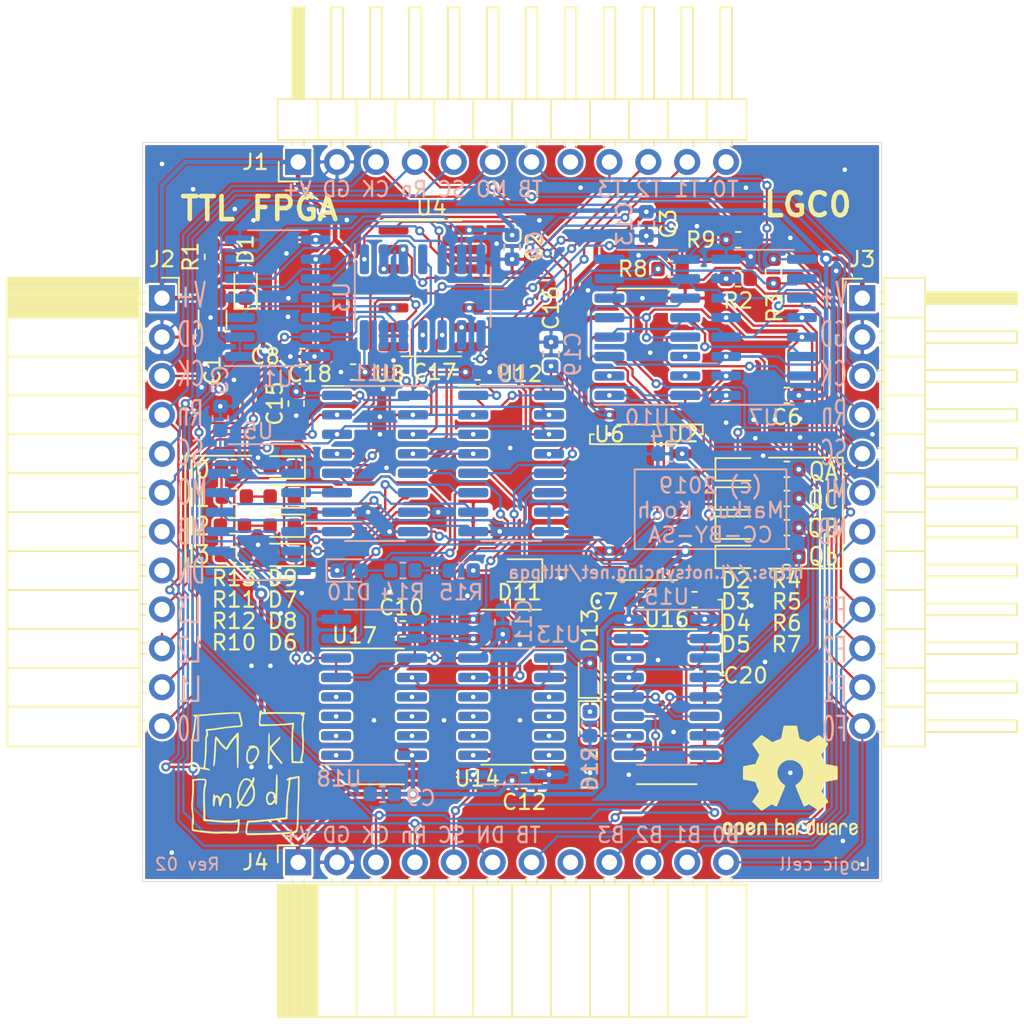
<source format=kicad_pcb>
(kicad_pcb (version 20171130) (host pcbnew 5.1.2)

  (general
    (thickness 1.6)
    (drawings 37)
    (tracks 1476)
    (zones 0)
    (modules 73)
    (nets 111)
  )

  (page A4)
  (layers
    (0 F.Cu signal)
    (31 B.Cu signal)
    (32 B.Adhes user)
    (33 F.Adhes user)
    (34 B.Paste user)
    (35 F.Paste user)
    (36 B.SilkS user)
    (37 F.SilkS user)
    (38 B.Mask user)
    (39 F.Mask user)
    (40 Dwgs.User user)
    (41 Cmts.User user)
    (42 Eco1.User user)
    (43 Eco2.User user)
    (44 Edge.Cuts user)
    (45 Margin user)
    (46 B.CrtYd user)
    (47 F.CrtYd user)
    (48 B.Fab user hide)
    (49 F.Fab user hide)
  )

  (setup
    (last_trace_width 0.3)
    (user_trace_width 0.3)
    (trace_clearance 0.1524)
    (zone_clearance 0.1524)
    (zone_45_only no)
    (trace_min 0.1524)
    (via_size 0.6)
    (via_drill 0.3)
    (via_min_size 0.4)
    (via_min_drill 0.3)
    (user_via 0.8 0.4)
    (uvia_size 0.3)
    (uvia_drill 0.1)
    (uvias_allowed no)
    (uvia_min_size 0.2)
    (uvia_min_drill 0.1)
    (edge_width 0.05)
    (segment_width 0.2)
    (pcb_text_width 0.3)
    (pcb_text_size 1.5 1.5)
    (mod_edge_width 0.12)
    (mod_text_size 1 1)
    (mod_text_width 0.15)
    (pad_size 1.524 1.524)
    (pad_drill 0.762)
    (pad_to_mask_clearance 0.051)
    (solder_mask_min_width 0.25)
    (aux_axis_origin 0 0)
    (visible_elements FFFFFF7F)
    (pcbplotparams
      (layerselection 0x010fc_ffffffff)
      (usegerberextensions false)
      (usegerberattributes false)
      (usegerberadvancedattributes false)
      (creategerberjobfile false)
      (excludeedgelayer true)
      (linewidth 0.100000)
      (plotframeref false)
      (viasonmask false)
      (mode 1)
      (useauxorigin false)
      (hpglpennumber 1)
      (hpglpenspeed 20)
      (hpglpendiameter 15.000000)
      (psnegative false)
      (psa4output false)
      (plotreference true)
      (plotvalue true)
      (plotinvisibletext false)
      (padsonsilk false)
      (subtractmaskfromsilk false)
      (outputformat 1)
      (mirror false)
      (drillshape 1)
      (scaleselection 1)
      (outputdirectory ""))
  )

  (net 0 "")
  (net 1 GND)
  (net 2 VCC)
  (net 3 "Net-(D1-Pad2)")
  (net 4 /LogicBlock/cfg29)
  (net 5 "Net-(D2-Pad2)")
  (net 6 "Net-(D3-Pad2)")
  (net 7 "Net-(D4-Pad2)")
  (net 8 "Net-(D5-Pad2)")
  (net 9 "Net-(D6-Pad1)")
  (net 10 "Net-(D6-Pad2)")
  (net 11 "Net-(D7-Pad1)")
  (net 12 "Net-(D7-Pad2)")
  (net 13 "Net-(D8-Pad2)")
  (net 14 /LogicBlock/LUTD/lut_in3_n)
  (net 15 /LogicBlock/LUTD/lut_b_en_n)
  (net 16 /LogicBlock/LUTD/lut_a_en_n)
  (net 17 /LogicBlock/LUTD/async_a)
  (net 18 /LogicBlock/LUTD/async_c)
  (net 19 /LogicBlock/LUTD/async_b)
  (net 20 /fabric_t3)
  (net 21 /fabric_t2)
  (net 22 /fabric_t1)
  (net 23 /fabric_t0)
  (net 24 "Net-(J1-Pad8)")
  (net 25 "Net-(J1-Pad7)")
  (net 26 /LogicBlock/isp_mosi)
  (net 27 /LogicBlock/isp_sck)
  (net 28 /LogicBlock/rst_n)
  (net 29 /LogicBlock/clk)
  (net 30 /fabric_l0)
  (net 31 /fabric_l1)
  (net 32 /fabric_l2)
  (net 33 /fabric_l3)
  (net 34 /LogicBlock/isp_miso)
  (net 35 "Net-(J3-Pad8)")
  (net 36 /fabric_b2)
  (net 37 /fabric_b1)
  (net 38 /fabric_b0)
  (net 39 "Net-(J4-Pad8)")
  (net 40 "Net-(R2-Pad2)")
  (net 41 /LogicBlock/lut_out_a)
  (net 42 /LogicBlock/lut_out_c)
  (net 43 /LogicBlock/lut_out_b)
  (net 44 /LogicBlock/lut_out_b_async)
  (net 45 "Net-(R8-Pad2)")
  (net 46 /LogicBlock/cfg28)
  (net 47 /LogicBlock/cfg0)
  (net 48 /LogicBlock/cfg1)
  (net 49 /LogicBlock/cfg2)
  (net 50 /LogicBlock/cfg3)
  (net 51 /LogicBlock/cfg4)
  (net 52 /LogicBlock/cfg5)
  (net 53 /LogicBlock/cfg6)
  (net 54 /LogicBlock/cfg7)
  (net 55 /LogicBlock/cfg15)
  (net 56 /LogicBlock/cfg16)
  (net 57 /LogicBlock/cfg17)
  (net 58 /LogicBlock/cfg18)
  (net 59 /LogicBlock/cfg19)
  (net 60 /LogicBlock/cfg20)
  (net 61 /LogicBlock/cfg21)
  (net 62 /LogicBlock/cfg22)
  (net 63 /LogicBlock/cfg23)
  (net 64 /LogicBlock/cfg14)
  (net 65 /LogicBlock/cfg13)
  (net 66 /LogicBlock/cfg12)
  (net 67 /LogicBlock/cfg11)
  (net 68 /LogicBlock/cfg10)
  (net 69 /LogicBlock/cfg9)
  (net 70 /LogicBlock/cfg8)
  (net 71 /LogicBlock/cfg30)
  (net 72 /LogicBlock/cfg27)
  (net 73 /LogicBlock/cfg26)
  (net 74 /LogicBlock/cfg25)
  (net 75 /LogicBlock/cfg24)
  (net 76 /LogicBlock/lut_in0)
  (net 77 /LogicBlock/lut_in2)
  (net 78 /LogicBlock/lut_in1)
  (net 79 /LogicBlock/lut_in3)
  (net 80 "Net-(U13-Pad12)")
  (net 81 "Net-(U13-Pad11)")
  (net 82 "Net-(U13-Pad10)")
  (net 83 "Net-(U13-Pad6)")
  (net 84 "Net-(U13-Pad5)")
  (net 85 "Net-(U13-Pad4)")
  (net 86 "Net-(U13-Pad3)")
  (net 87 "Net-(U14-Pad6)")
  (net 88 /LogicBlock/LUTD/sync_a)
  (net 89 /LogicBlock/LUTD/sync_c)
  (net 90 /LogicBlock/LUTD/sync_b)
  (net 91 "Net-(U16-Pad15)")
  (net 92 "Net-(U16-Pad12)")
  (net 93 "Net-(U16-Pad10)")
  (net 94 "Net-(U17-Pad3)")
  (net 95 "Net-(U17-Pad4)")
  (net 96 "Net-(U17-Pad5)")
  (net 97 "Net-(U17-Pad6)")
  (net 98 "Net-(U17-Pad10)")
  (net 99 "Net-(U17-Pad11)")
  (net 100 "Net-(U17-Pad12)")
  (net 101 "Net-(U18-Pad6)")
  (net 102 "Net-(D8-Pad1)")
  (net 103 "Net-(D9-Pad2)")
  (net 104 "Net-(R3-Pad2)")
  (net 105 "Net-(R9-Pad2)")
  (net 106 /fabric_b3)
  (net 107 "Net-(U13-Pad1)")
  (net 108 /LogicBlock/cfgLO)
  (net 109 /miso)
  (net 110 /mosi_d)

  (net_class Default "This is the default net class."
    (clearance 0.1524)
    (trace_width 0.1524)
    (via_dia 0.6)
    (via_drill 0.3)
    (uvia_dia 0.3)
    (uvia_drill 0.1)
    (add_net /LogicBlock/LUTD/async_a)
    (add_net /LogicBlock/LUTD/async_b)
    (add_net /LogicBlock/LUTD/async_c)
    (add_net /LogicBlock/LUTD/lut_a_en_n)
    (add_net /LogicBlock/LUTD/lut_b_en_n)
    (add_net /LogicBlock/LUTD/lut_in3_n)
    (add_net /LogicBlock/LUTD/sync_a)
    (add_net /LogicBlock/LUTD/sync_b)
    (add_net /LogicBlock/LUTD/sync_c)
    (add_net /LogicBlock/cfg0)
    (add_net /LogicBlock/cfg1)
    (add_net /LogicBlock/cfg10)
    (add_net /LogicBlock/cfg11)
    (add_net /LogicBlock/cfg12)
    (add_net /LogicBlock/cfg13)
    (add_net /LogicBlock/cfg14)
    (add_net /LogicBlock/cfg15)
    (add_net /LogicBlock/cfg16)
    (add_net /LogicBlock/cfg17)
    (add_net /LogicBlock/cfg18)
    (add_net /LogicBlock/cfg19)
    (add_net /LogicBlock/cfg2)
    (add_net /LogicBlock/cfg20)
    (add_net /LogicBlock/cfg21)
    (add_net /LogicBlock/cfg22)
    (add_net /LogicBlock/cfg23)
    (add_net /LogicBlock/cfg24)
    (add_net /LogicBlock/cfg25)
    (add_net /LogicBlock/cfg26)
    (add_net /LogicBlock/cfg27)
    (add_net /LogicBlock/cfg28)
    (add_net /LogicBlock/cfg29)
    (add_net /LogicBlock/cfg3)
    (add_net /LogicBlock/cfg30)
    (add_net /LogicBlock/cfg4)
    (add_net /LogicBlock/cfg5)
    (add_net /LogicBlock/cfg6)
    (add_net /LogicBlock/cfg7)
    (add_net /LogicBlock/cfg8)
    (add_net /LogicBlock/cfg9)
    (add_net /LogicBlock/cfgLO)
    (add_net /LogicBlock/clk)
    (add_net /LogicBlock/isp_miso)
    (add_net /LogicBlock/isp_mosi)
    (add_net /LogicBlock/isp_sck)
    (add_net /LogicBlock/lut_in0)
    (add_net /LogicBlock/lut_in1)
    (add_net /LogicBlock/lut_in2)
    (add_net /LogicBlock/lut_in3)
    (add_net /LogicBlock/lut_out_a)
    (add_net /LogicBlock/lut_out_b)
    (add_net /LogicBlock/lut_out_b_async)
    (add_net /LogicBlock/lut_out_c)
    (add_net /LogicBlock/rst_n)
    (add_net /fabric_b0)
    (add_net /fabric_b1)
    (add_net /fabric_b2)
    (add_net /fabric_b3)
    (add_net /fabric_l0)
    (add_net /fabric_l1)
    (add_net /fabric_l2)
    (add_net /fabric_l3)
    (add_net /fabric_t0)
    (add_net /fabric_t1)
    (add_net /fabric_t2)
    (add_net /fabric_t3)
    (add_net /miso)
    (add_net /mosi_d)
    (add_net GND)
    (add_net "Net-(D1-Pad2)")
    (add_net "Net-(D2-Pad2)")
    (add_net "Net-(D3-Pad2)")
    (add_net "Net-(D4-Pad2)")
    (add_net "Net-(D5-Pad2)")
    (add_net "Net-(D6-Pad1)")
    (add_net "Net-(D6-Pad2)")
    (add_net "Net-(D7-Pad1)")
    (add_net "Net-(D7-Pad2)")
    (add_net "Net-(D8-Pad1)")
    (add_net "Net-(D8-Pad2)")
    (add_net "Net-(D9-Pad2)")
    (add_net "Net-(J1-Pad7)")
    (add_net "Net-(J1-Pad8)")
    (add_net "Net-(J3-Pad8)")
    (add_net "Net-(J4-Pad8)")
    (add_net "Net-(R2-Pad2)")
    (add_net "Net-(R3-Pad2)")
    (add_net "Net-(R8-Pad2)")
    (add_net "Net-(R9-Pad2)")
    (add_net "Net-(U13-Pad1)")
    (add_net "Net-(U13-Pad10)")
    (add_net "Net-(U13-Pad11)")
    (add_net "Net-(U13-Pad12)")
    (add_net "Net-(U13-Pad3)")
    (add_net "Net-(U13-Pad4)")
    (add_net "Net-(U13-Pad5)")
    (add_net "Net-(U13-Pad6)")
    (add_net "Net-(U14-Pad6)")
    (add_net "Net-(U16-Pad10)")
    (add_net "Net-(U16-Pad12)")
    (add_net "Net-(U16-Pad15)")
    (add_net "Net-(U17-Pad10)")
    (add_net "Net-(U17-Pad11)")
    (add_net "Net-(U17-Pad12)")
    (add_net "Net-(U17-Pad3)")
    (add_net "Net-(U17-Pad4)")
    (add_net "Net-(U17-Pad5)")
    (add_net "Net-(U17-Pad6)")
    (add_net "Net-(U18-Pad6)")
    (add_net VCC)
  )

  (module lib_mokmod:lib_mokmod (layer F.Cu) (tedit 0) (tstamp 5D04D5CE)
    (at 215.138 84.328)
    (fp_text reference G*** (at 0 0) (layer F.SilkS) hide
      (effects (font (size 1.524 1.524) (thickness 0.3)))
    )
    (fp_text value LOGO (at 0.75 0) (layer F.SilkS) hide
      (effects (font (size 1.524 1.524) (thickness 0.3)))
    )
    (fp_poly (pts (xy 0.882644 -4.062544) (xy 0.891811 -4.059054) (xy 0.916301 -4.046474) (xy 0.930145 -4.031899)
      (xy 0.935572 -4.019506) (xy 0.943411 -3.999666) (xy 0.953654 -3.986888) (xy 0.97003 -3.978818)
      (xy 0.996269 -3.973106) (xy 1.01317 -3.970552) (xy 1.027303 -3.969605) (xy 1.056192 -3.968628)
      (xy 1.099198 -3.967629) (xy 1.155684 -3.966613) (xy 1.225012 -3.965587) (xy 1.306543 -3.964557)
      (xy 1.399639 -3.96353) (xy 1.503662 -3.962513) (xy 1.617975 -3.961511) (xy 1.741939 -3.960532)
      (xy 1.874915 -3.959582) (xy 2.016266 -3.958668) (xy 2.165354 -3.957795) (xy 2.321541 -3.95697)
      (xy 2.370666 -3.956729) (xy 2.541404 -3.955885) (xy 2.697385 -3.955074) (xy 2.839246 -3.954287)
      (xy 2.967622 -3.953517) (xy 3.083152 -3.952755) (xy 3.186471 -3.951993) (xy 3.278217 -3.951223)
      (xy 3.359025 -3.950437) (xy 3.429534 -3.949627) (xy 3.490378 -3.948786) (xy 3.542196 -3.947904)
      (xy 3.585624 -3.946974) (xy 3.621298 -3.945989) (xy 3.649856 -3.944939) (xy 3.671933 -3.943817)
      (xy 3.688167 -3.942614) (xy 3.699195 -3.941324) (xy 3.705652 -3.939937) (xy 3.705877 -3.939861)
      (xy 3.734617 -3.923702) (xy 3.750326 -3.900782) (xy 3.752684 -3.873022) (xy 3.741372 -3.842344)
      (xy 3.725671 -3.820754) (xy 3.712765 -3.80399) (xy 3.703006 -3.785372) (xy 3.695794 -3.762247)
      (xy 3.690528 -3.731963) (xy 3.686607 -3.691868) (xy 3.68343 -3.639309) (xy 3.683115 -3.632969)
      (xy 3.674635 -3.517752) (xy 3.660952 -3.407897) (xy 3.642638 -3.307886) (xy 3.640136 -3.296668)
      (xy 3.631236 -3.250908) (xy 3.62492 -3.201896) (xy 3.621156 -3.147687) (xy 3.619911 -3.086336)
      (xy 3.62115 -3.015898) (xy 3.624842 -2.934429) (xy 3.630951 -2.839983) (xy 3.632059 -2.824787)
      (xy 3.640968 -2.694518) (xy 3.6487 -2.561913) (xy 3.655245 -2.428324) (xy 3.66059 -2.295106)
      (xy 3.664725 -2.163609) (xy 3.667638 -2.035186) (xy 3.669317 -1.911191) (xy 3.669752 -1.792976)
      (xy 3.668931 -1.681893) (xy 3.666842 -1.579295) (xy 3.663474 -1.486535) (xy 3.658816 -1.404964)
      (xy 3.652857 -1.335937) (xy 3.645585 -1.280804) (xy 3.64506 -1.277696) (xy 3.639765 -1.248605)
      (xy 3.632015 -1.208332) (xy 3.622577 -1.160748) (xy 3.612217 -1.109726) (xy 3.60315 -1.06603)
      (xy 3.58713 -0.986511) (xy 3.574408 -0.91663) (xy 3.565112 -0.857352) (xy 3.559371 -0.809645)
      (xy 3.557312 -0.774474) (xy 3.559065 -0.752807) (xy 3.560919 -0.748046) (xy 3.572111 -0.739079)
      (xy 3.593362 -0.728473) (xy 3.617657 -0.719357) (xy 3.652679 -0.705626) (xy 3.672925 -0.691538)
      (xy 3.679013 -0.676498) (xy 3.674675 -0.664259) (xy 3.661589 -0.652446) (xy 3.643926 -0.643858)
      (xy 3.632345 -0.642498) (xy 3.60727 -0.641167) (xy 3.570602 -0.639885) (xy 3.524243 -0.638671)
      (xy 3.470092 -0.637544) (xy 3.410049 -0.636524) (xy 3.346017 -0.635629) (xy 3.279894 -0.634881)
      (xy 3.213583 -0.634297) (xy 3.148982 -0.633897) (xy 3.087994 -0.633701) (xy 3.032518 -0.633729)
      (xy 2.984456 -0.633998) (xy 2.945707 -0.634529) (xy 2.918172 -0.635342) (xy 2.904621 -0.636319)
      (xy 2.88808 -0.640755) (xy 2.879737 -0.651268) (xy 2.875741 -0.668129) (xy 2.872518 -0.695426)
      (xy 2.869548 -0.736927) (xy 2.866851 -0.791445) (xy 2.864446 -0.857789) (xy 2.862353 -0.934774)
      (xy 2.86059 -1.02121) (xy 2.859178 -1.11591) (xy 2.858136 -1.217685) (xy 2.857483 -1.325348)
      (xy 2.857239 -1.43771) (xy 2.857423 -1.553583) (xy 2.858054 -1.671779) (xy 2.858478 -1.724121)
      (xy 2.86013 -1.890006) (xy 2.862003 -2.041374) (xy 2.86413 -2.1791) (xy 2.866547 -2.304059)
      (xy 2.869289 -2.417126) (xy 2.872389 -2.519178) (xy 2.875882 -2.61109) (xy 2.879804 -2.693736)
      (xy 2.884187 -2.767992) (xy 2.889067 -2.834734) (xy 2.894479 -2.894836) (xy 2.900456 -2.949175)
      (xy 2.907034 -2.998626) (xy 2.909356 -3.014108) (xy 2.91517 -3.053202) (xy 2.919985 -3.088291)
      (xy 2.923333 -3.115775) (xy 2.924749 -3.13205) (xy 2.924767 -3.132982) (xy 2.924848 -3.152541)
      (xy 2.761615 -3.135282) (xy 2.698919 -3.128956) (xy 2.633231 -3.122957) (xy 2.563218 -3.117202)
      (xy 2.487544 -3.111607) (xy 2.404875 -3.106089) (xy 2.313878 -3.100563) (xy 2.213218 -3.094946)
      (xy 2.10156 -3.089154) (xy 1.977571 -3.083103) (xy 1.839915 -3.076711) (xy 1.797242 -3.074781)
      (xy 1.772207 -3.07374) (xy 1.733538 -3.072245) (xy 1.682988 -3.070359) (xy 1.622308 -3.068146)
      (xy 1.553252 -3.065668) (xy 1.47757 -3.062989) (xy 1.397014 -3.060171) (xy 1.313337 -3.057278)
      (xy 1.258786 -3.05541) (xy 0.812694 -3.040195) (xy 0.794932 -3.061415) (xy 0.76363 -3.105415)
      (xy 0.742689 -3.149234) (xy 0.735083 -3.178848) (xy 0.734188 -3.195589) (xy 0.734205 -3.225313)
      (xy 0.735065 -3.26564) (xy 0.735733 -3.285465) (xy 0.823576 -3.285465) (xy 0.828032 -3.241919)
      (xy 0.841901 -3.209577) (xy 0.865935 -3.186914) (xy 0.874583 -3.182099) (xy 0.883088 -3.178327)
      (xy 0.892983 -3.175227) (xy 0.905838 -3.172716) (xy 0.92322 -3.170713) (xy 0.946696 -3.169135)
      (xy 0.977835 -3.167899) (xy 1.018204 -3.166925) (xy 1.069371 -3.166129) (xy 1.132904 -3.165429)
      (xy 1.204576 -3.164791) (xy 1.490003 -3.165601) (xy 1.776652 -3.172662) (xy 2.061314 -3.185795)
      (xy 2.340782 -3.20482) (xy 2.611848 -3.229561) (xy 2.840182 -3.255828) (xy 2.891314 -3.262298)
      (xy 2.937329 -3.268068) (xy 2.976038 -3.272866) (xy 3.005248 -3.276424) (xy 3.022771 -3.27847)
      (xy 3.026833 -3.278861) (xy 3.029918 -3.274161) (xy 3.031462 -3.259568) (xy 3.031419 -3.234444)
      (xy 3.029741 -3.198145) (xy 3.026381 -3.150032) (xy 3.021294 -3.089464) (xy 3.014431 -3.015799)
      (xy 3.005745 -2.928396) (xy 2.995191 -2.826615) (xy 2.990512 -2.782454) (xy 2.987639 -2.749642)
      (xy 2.984543 -2.703979) (xy 2.981351 -2.648004) (xy 2.978189 -2.584258) (xy 2.975184 -2.515278)
      (xy 2.972461 -2.443605) (xy 2.970227 -2.374515) (xy 2.968197 -2.293637) (xy 2.966616 -2.205797)
      (xy 2.965466 -2.112157) (xy 2.964729 -2.013879) (xy 2.964387 -1.912126) (xy 2.964421 -1.808061)
      (xy 2.964815 -1.702847) (xy 2.965549 -1.597647) (xy 2.966606 -1.493622) (xy 2.967969 -1.391937)
      (xy 2.969618 -1.293754) (xy 2.971536 -1.200235) (xy 2.973706 -1.112543) (xy 2.976108 -1.031842)
      (xy 2.978726 -0.959293) (xy 2.981541 -0.89606) (xy 2.984535 -0.843306) (xy 2.987691 -0.802192)
      (xy 2.990989 -0.773883) (xy 2.994413 -0.75954) (xy 2.995207 -0.758348) (xy 3.00344 -0.757177)
      (xy 3.024992 -0.755516) (xy 3.057802 -0.753485) (xy 3.099805 -0.751203) (xy 3.14894 -0.748789)
      (xy 3.198297 -0.746572) (xy 3.252441 -0.744152) (xy 3.30161 -0.741782) (xy 3.343679 -0.739577)
      (xy 3.376525 -0.737655) (xy 3.398023 -0.736132) (xy 3.405909 -0.735199) (xy 3.417346 -0.732791)
      (xy 3.424593 -0.738147) (xy 3.43073 -0.754407) (xy 3.433084 -0.762875) (xy 3.441432 -0.796955)
      (xy 3.451759 -0.844104) (xy 3.463669 -0.902182) (xy 3.476763 -0.96905) (xy 3.490644 -1.042566)
      (xy 3.504913 -1.120593) (xy 3.519173 -1.200988) (xy 3.533026 -1.281613) (xy 3.546075 -1.360327)
      (xy 3.557402 -1.431636) (xy 3.565246 -1.495353) (xy 3.570829 -1.570937) (xy 3.574146 -1.658837)
      (xy 3.575197 -1.759504) (xy 3.573978 -1.873384) (xy 3.570486 -2.000928) (xy 3.56472 -2.142585)
      (xy 3.556677 -2.298803) (xy 3.552051 -2.378363) (xy 3.545127 -2.498841) (xy 3.539626 -2.607034)
      (xy 3.535437 -2.705975) (xy 3.532453 -2.798699) (xy 3.530565 -2.888238) (xy 3.529665 -2.977625)
      (xy 3.529569 -3.005666) (xy 3.52906 -3.267363) (xy 3.554921 -3.417454) (xy 3.563456 -3.469541)
      (xy 3.571265 -3.521944) (xy 3.577811 -3.570694) (xy 3.582558 -3.611824) (xy 3.584841 -3.638893)
      (xy 3.586066 -3.679477) (xy 3.583379 -3.707451) (xy 3.575387 -3.725393) (xy 3.560697 -3.735879)
      (xy 3.537916 -3.741486) (xy 3.528745 -3.742664) (xy 3.505039 -3.747122) (xy 3.486746 -3.753658)
      (xy 3.482883 -3.756117) (xy 3.472444 -3.773337) (xy 3.473638 -3.793322) (xy 3.485788 -3.809592)
      (xy 3.488651 -3.811388) (xy 3.498049 -3.817406) (xy 3.497156 -3.821146) (xy 3.484009 -3.824301)
      (xy 3.471333 -3.826326) (xy 3.444873 -3.829157) (xy 3.404059 -3.831835) (xy 3.349928 -3.834345)
      (xy 3.283519 -3.836673) (xy 3.205871 -3.838805) (xy 3.118022 -3.840726) (xy 3.021011 -3.842421)
      (xy 2.915876 -3.843877) (xy 2.803656 -3.84508) (xy 2.685389 -3.846013) (xy 2.562114 -3.846665)
      (xy 2.434869 -3.847019) (xy 2.304693 -3.847061) (xy 2.172624 -3.846778) (xy 2.039701 -3.846154)
      (xy 2.039697 -3.846154) (xy 1.91475 -3.845288) (xy 1.792699 -3.844215) (xy 1.674484 -3.842957)
      (xy 1.561043 -3.841532) (xy 1.453315 -3.839961) (xy 1.352241 -3.838264) (xy 1.258758 -3.83646)
      (xy 1.173806 -3.83457) (xy 1.098323 -3.832613) (xy 1.03325 -3.830609) (xy 0.979525 -3.828578)
      (xy 0.938088 -3.826539) (xy 0.909876 -3.824514) (xy 0.89583 -3.822521) (xy 0.894503 -3.821917)
      (xy 0.892426 -3.813444) (xy 0.888759 -3.791827) (xy 0.883786 -3.759202) (xy 0.877789 -3.717703)
      (xy 0.871049 -3.669468) (xy 0.86385 -3.61663) (xy 0.856474 -3.561326) (xy 0.849203 -3.505691)
      (xy 0.842319 -3.451861) (xy 0.836105 -3.401972) (xy 0.830843 -3.358159) (xy 0.826816 -3.322557)
      (xy 0.824306 -3.297303) (xy 0.823576 -3.285465) (xy 0.735733 -3.285465) (xy 0.736703 -3.31419)
      (xy 0.739049 -3.368584) (xy 0.742038 -3.426441) (xy 0.742181 -3.429) (xy 0.745919 -3.496753)
      (xy 0.749834 -3.57007) (xy 0.753692 -3.644404) (xy 0.75726 -3.715209) (xy 0.760303 -3.777939)
      (xy 0.761789 -3.81) (xy 0.764448 -3.860827) (xy 0.767596 -3.908115) (xy 0.770997 -3.949098)
      (xy 0.774413 -3.981012) (xy 0.777607 -4.00109) (xy 0.778441 -4.004251) (xy 0.795116 -4.039913)
      (xy 0.817967 -4.06148) (xy 0.847106 -4.069005) (xy 0.882644 -4.062544)) (layer F.SilkS) (width 0.01))
    (fp_poly (pts (xy 0.413839 -1.778171) (xy 0.487472 -1.76212) (xy 0.552827 -1.733891) (xy 0.610616 -1.693201)
      (xy 0.661555 -1.639769) (xy 0.692947 -1.595534) (xy 0.728063 -1.525928) (xy 0.749524 -1.449748)
      (xy 0.757294 -1.367599) (xy 0.751337 -1.280085) (xy 0.731616 -1.187811) (xy 0.719845 -1.149644)
      (xy 0.679778 -1.046656) (xy 0.630809 -0.949135) (xy 0.574189 -0.858661) (xy 0.511166 -0.776816)
      (xy 0.442992 -0.705178) (xy 0.370915 -0.645328) (xy 0.296185 -0.598846) (xy 0.276609 -0.589207)
      (xy 0.229472 -0.574371) (xy 0.177682 -0.569812) (xy 0.127353 -0.575725) (xy 0.102113 -0.583671)
      (xy 0.062884 -0.606703) (xy 0.024317 -0.642488) (xy -0.011571 -0.688444) (xy -0.04276 -0.74199)
      (xy -0.067062 -0.800039) (xy -0.073472 -0.820456) (xy -0.078089 -0.840336) (xy -0.081205 -0.862769)
      (xy -0.08311 -0.890842) (xy -0.084093 -0.927643) (xy -0.084445 -0.976259) (xy -0.084462 -0.985212)
      (xy -0.083487 -1.05788) (xy 0.016518 -1.05788) (xy 0.018467 -0.989939) (xy 0.022947 -0.926482)
      (xy 0.029926 -0.871194) (xy 0.038403 -0.831167) (xy 0.051078 -0.798647) (xy 0.070429 -0.763815)
      (xy 0.093123 -0.731757) (xy 0.115825 -0.707559) (xy 0.123151 -0.701891) (xy 0.152511 -0.689175)
      (xy 0.187591 -0.687778) (xy 0.229873 -0.697839) (xy 0.273879 -0.716122) (xy 0.334098 -0.752854)
      (xy 0.392535 -0.804598) (xy 0.448925 -0.87105) (xy 0.503007 -0.951902) (xy 0.549789 -1.037325)
      (xy 0.590963 -1.126097) (xy 0.621283 -1.206263) (xy 0.640579 -1.277284) (xy 0.648679 -1.338622)
      (xy 0.648942 -1.350818) (xy 0.641794 -1.421635) (xy 0.620651 -1.486091) (xy 0.585681 -1.543838)
      (xy 0.537053 -1.594525) (xy 0.527967 -1.601996) (xy 0.49674 -1.624584) (xy 0.473047 -1.635825)
      (xy 0.454683 -1.636294) (xy 0.439441 -1.626566) (xy 0.438292 -1.625366) (xy 0.428336 -1.616769)
      (xy 0.415049 -1.610434) (xy 0.39542 -1.605624) (xy 0.366441 -1.601604) (xy 0.325104 -1.597637)
      (xy 0.324905 -1.59762) (xy 0.265315 -1.584985) (xy 0.209117 -1.55853) (xy 0.157727 -1.519701)
      (xy 0.112559 -1.469946) (xy 0.075028 -1.410711) (xy 0.046548 -1.343443) (xy 0.034613 -1.300787)
      (xy 0.026146 -1.251759) (xy 0.020327 -1.192475) (xy 0.017128 -1.12662) (xy 0.016518 -1.05788)
      (xy -0.083487 -1.05788) (xy -0.083015 -1.093007) (xy -0.07811 -1.187172) (xy -0.06939 -1.269155)
      (xy -0.056497 -1.340402) (xy -0.039077 -1.402362) (xy -0.016772 -1.456483) (xy 0.010773 -1.504212)
      (xy 0.043916 -1.546997) (xy 0.05743 -1.561617) (xy 0.079396 -1.585522) (xy 0.096504 -1.606331)
      (xy 0.10633 -1.620986) (xy 0.107757 -1.625161) (xy 0.102547 -1.637308) (xy 0.089535 -1.653746)
      (xy 0.084326 -1.659023) (xy 0.066985 -1.682189) (xy 0.064652 -1.703714) (xy 0.077006 -1.723356)
      (xy 0.103725 -1.740875) (xy 0.144488 -1.75603) (xy 0.198972 -1.76858) (xy 0.238888 -1.774863)
      (xy 0.331216 -1.782325) (xy 0.413839 -1.778171)) (layer F.SilkS) (width 0.01))
    (fp_poly (pts (xy 1.416074 -2.573229) (xy 1.430249 -2.555754) (xy 1.440093 -2.526748) (xy 1.441464 -2.513429)
      (xy 1.442747 -2.486324) (xy 1.443917 -2.44704) (xy 1.444946 -2.397186) (xy 1.445806 -2.338369)
      (xy 1.446471 -2.272197) (xy 1.446913 -2.200278) (xy 1.447104 -2.124219) (xy 1.44711 -2.112818)
      (xy 1.447256 -2.037054) (xy 1.447646 -1.965819) (xy 1.448252 -1.900624) (xy 1.44905 -1.842981)
      (xy 1.450013 -1.794399) (xy 1.451115 -1.756391) (xy 1.452331 -1.730466) (xy 1.453634 -1.718136)
      (xy 1.453891 -1.717453) (xy 1.464894 -1.711164) (xy 1.471901 -1.713604) (xy 1.479514 -1.720569)
      (xy 1.496374 -1.737572) (xy 1.521278 -1.763348) (xy 1.553022 -1.796635) (xy 1.590403 -1.836167)
      (xy 1.632214 -1.880681) (xy 1.677254 -1.928913) (xy 1.687233 -1.939636) (xy 1.754307 -2.011336)
      (xy 1.818013 -2.078619) (xy 1.877559 -2.140693) (xy 1.932152 -2.196765) (xy 1.980999 -2.246042)
      (xy 2.023307 -2.287731) (xy 2.058285 -2.321039) (xy 2.085139 -2.345174) (xy 2.103076 -2.359343)
      (xy 2.110501 -2.362969) (xy 2.127452 -2.356319) (xy 2.137154 -2.336276) (xy 2.139757 -2.308428)
      (xy 2.138725 -2.292678) (xy 2.135104 -2.276399) (xy 2.12811 -2.258591) (xy 2.116956 -2.238256)
      (xy 2.100857 -2.214395) (xy 2.079029 -2.186009) (xy 2.050685 -2.152099) (xy 2.01504 -2.111667)
      (xy 1.97131 -2.063714) (xy 1.918707 -2.00724) (xy 1.856448 -1.941247) (xy 1.824804 -1.907898)
      (xy 1.757315 -1.836253) (xy 1.699862 -1.773962) (xy 1.652673 -1.721285) (xy 1.615976 -1.678479)
      (xy 1.589997 -1.645803) (xy 1.576134 -1.625549) (xy 1.56922 -1.612182) (xy 1.567761 -1.600587)
      (xy 1.572226 -1.585354) (xy 1.58143 -1.564645) (xy 1.604607 -1.520841) (xy 1.638159 -1.46681)
      (xy 1.681584 -1.403218) (xy 1.734381 -1.330733) (xy 1.796047 -1.250021) (xy 1.866082 -1.16175)
      (xy 1.943984 -1.066586) (xy 2.029251 -0.965196) (xy 2.054891 -0.935181) (xy 2.110331 -0.869728)
      (xy 2.155741 -0.814354) (xy 2.191833 -0.768114) (xy 2.219321 -0.73006) (xy 2.238918 -0.699249)
      (xy 2.251337 -0.674734) (xy 2.251357 -0.674688) (xy 2.26133 -0.639246) (xy 2.261412 -0.607143)
      (xy 2.25175 -0.582238) (xy 2.247628 -0.577386) (xy 2.234612 -0.568613) (xy 2.220168 -0.568582)
      (xy 2.202755 -0.578279) (xy 2.180833 -0.598691) (xy 2.152862 -0.630804) (xy 2.140632 -0.645898)
      (xy 2.118675 -0.672801) (xy 2.089172 -0.70814) (xy 2.054757 -0.748805) (xy 2.018063 -0.791684)
      (xy 1.981725 -0.833665) (xy 1.980456 -0.835121) (xy 1.865008 -0.971084) (xy 1.754299 -1.108968)
      (xy 1.644578 -1.253533) (xy 1.572843 -1.352174) (xy 1.533619 -1.406302) (xy 1.502352 -1.448041)
      (xy 1.479143 -1.477267) (xy 1.464091 -1.493858) (xy 1.457295 -1.497688) (xy 1.456904 -1.496698)
      (xy 1.455985 -1.483631) (xy 1.454554 -1.457132) (xy 1.452692 -1.419154) (xy 1.450483 -1.371647)
      (xy 1.448009 -1.316563) (xy 1.445353 -1.255853) (xy 1.442598 -1.191468) (xy 1.439826 -1.125359)
      (xy 1.437121 -1.059478) (xy 1.434566 -0.995777) (xy 1.432242 -0.936205) (xy 1.430234 -0.882715)
      (xy 1.428623 -0.837258) (xy 1.427683 -0.808181) (xy 1.425295 -0.73704) (xy 1.422581 -0.680003)
      (xy 1.419074 -0.635785) (xy 1.414308 -0.603096) (xy 1.407814 -0.580649) (xy 1.399126 -0.567157)
      (xy 1.387777 -0.561331) (xy 1.373299 -0.561883) (xy 1.355225 -0.567527) (xy 1.342328 -0.572878)
      (xy 1.32218 -0.587282) (xy 1.313598 -0.60751) (xy 1.312718 -0.620787) (xy 1.312426 -0.647174)
      (xy 1.312659 -0.684405) (xy 1.313355 -0.73021) (xy 1.314454 -0.78232) (xy 1.315894 -0.838467)
      (xy 1.317614 -0.896382) (xy 1.319552 -0.953796) (xy 1.321647 -1.008441) (xy 1.323837 -1.058048)
      (xy 1.326062 -1.100348) (xy 1.327562 -1.123757) (xy 1.330061 -1.165367) (xy 1.332685 -1.220905)
      (xy 1.335392 -1.28891) (xy 1.338141 -1.367917) (xy 1.34089 -1.456462) (xy 1.343597 -1.553082)
      (xy 1.346221 -1.656314) (xy 1.348719 -1.764693) (xy 1.351052 -1.876756) (xy 1.353176 -1.991039)
      (xy 1.354499 -2.070484) (xy 1.356166 -2.171146) (xy 1.357798 -2.25751) (xy 1.359491 -2.330672)
      (xy 1.361337 -2.391728) (xy 1.363429 -2.441772) (xy 1.365862 -2.481902) (xy 1.368728 -2.513211)
      (xy 1.372121 -2.536797) (xy 1.376134 -2.553755) (xy 1.380861 -2.56518) (xy 1.386395 -2.572168)
      (xy 1.392829 -2.575815) (xy 1.397673 -2.576932) (xy 1.416074 -2.573229)) (layer F.SilkS) (width 0.01))
    (fp_poly (pts (xy -0.580267 -1.754184) (xy -0.581514 -1.572055) (xy -0.582896 -1.400845) (xy -0.584407 -1.240926)
      (xy -0.58604 -1.092672) (xy -0.58779 -0.956454) (xy -0.589649 -0.832644) (xy -0.59161 -0.721617)
      (xy -0.593668 -0.623743) (xy -0.595815 -0.539395) (xy -0.598046 -0.468946) (xy -0.600352 -0.412768)
      (xy -0.602729 -0.371233) (xy -0.605169 -0.344715) (xy -0.605205 -0.344439) (xy -0.611495 -0.318896)
      (xy -0.622278 -0.307882) (xy -0.638504 -0.310944) (xy -0.65377 -0.321348) (xy -0.666463 -0.33756)
      (xy -0.676701 -0.360506) (xy -0.678157 -0.365606) (xy -0.679751 -0.379017) (xy -0.681489 -0.406286)
      (xy -0.68332 -0.445876) (xy -0.685195 -0.496253) (xy -0.687064 -0.55588) (xy -0.688876 -0.623222)
      (xy -0.690582 -0.696743) (xy -0.692131 -0.774909) (xy -0.692841 -0.815878) (xy -0.694976 -0.942155)
      (xy -0.697256 -1.071436) (xy -0.699648 -1.202064) (xy -0.702118 -1.332381) (xy -0.704631 -1.460727)
      (xy -0.707154 -1.585444) (xy -0.709652 -1.704875) (xy -0.712091 -1.81736) (xy -0.714436 -1.921241)
      (xy -0.716655 -2.01486) (xy -0.718712 -2.096558) (xy -0.720573 -2.164677) (xy -0.720736 -2.170281)
      (xy -0.725778 -2.343198) (xy -0.787635 -2.278038) (xy -0.85769 -2.201347) (xy -0.92405 -2.122409)
      (xy -0.988271 -2.039052) (xy -1.051915 -1.949103) (xy -1.11654 -1.85039) (xy -1.183705 -1.740742)
      (xy -1.229482 -1.662545) (xy -1.25917 -1.612033) (xy -1.283367 -1.573673) (xy -1.303541 -1.545881)
      (xy -1.321157 -1.527078) (xy -1.337683 -1.515682) (xy -1.354586 -1.510112) (xy -1.372107 -1.508775)
      (xy -1.401416 -1.511977) (xy -1.43166 -1.522152) (xy -1.465493 -1.540616) (xy -1.505568 -1.568685)
      (xy -1.527849 -1.585994) (xy -1.610326 -1.656326) (xy -1.68711 -1.732117) (xy -1.761511 -1.816821)
      (xy -1.818741 -1.889606) (xy -1.86937 -1.956323) (xy -1.911755 -2.011152) (xy -1.946541 -2.054769)
      (xy -1.974373 -2.087855) (xy -1.995896 -2.111087) (xy -2.011756 -2.125143) (xy -2.022597 -2.130703)
      (xy -2.029064 -2.128445) (xy -2.031803 -2.119048) (xy -2.032 -2.113935) (xy -2.032587 -2.099423)
      (xy -2.034185 -2.073264) (xy -2.036551 -2.039158) (xy -2.039441 -2.0008) (xy -2.039472 -2.000405)
      (xy -2.041578 -1.97078) (xy -2.044306 -1.928176) (xy -2.047517 -1.87499) (xy -2.051072 -1.813618)
      (xy -2.054832 -1.746457) (xy -2.05866 -1.675902) (xy -2.062415 -1.604351) (xy -2.062589 -1.600969)
      (xy -2.071137 -1.438556) (xy -2.079338 -1.290907) (xy -2.087268 -1.157397) (xy -2.095006 -1.037404)
      (xy -2.10263 -0.930303) (xy -2.110219 -0.83547) (xy -2.117849 -0.752281) (xy -2.1256 -0.680113)
      (xy -2.13355 -0.61834) (xy -2.141776 -0.56634) (xy -2.150357 -0.523488) (xy -2.15937 -0.48916)
      (xy -2.168894 -0.462732) (xy -2.179007 -0.44358) (xy -2.189787 -0.431081) (xy -2.201312 -0.42461)
      (xy -2.209953 -0.423333) (xy -2.22453 -0.429504) (xy -2.231851 -0.438221) (xy -2.236333 -0.455446)
      (xy -2.23883 -0.484145) (xy -2.239328 -0.520524) (xy -2.237817 -0.560791) (xy -2.234284 -0.601152)
      (xy -2.232404 -0.615757) (xy -2.229425 -0.641661) (xy -2.22577 -0.681784) (xy -2.221514 -0.734968)
      (xy -2.216734 -0.800057) (xy -2.211505 -0.875894) (xy -2.205902 -0.961322) (xy -2.200002 -1.055184)
      (xy -2.19388 -1.156324) (xy -2.187612 -1.263584) (xy -2.181273 -1.375807) (xy -2.174939 -1.491836)
      (xy -2.174247 -1.504757) (xy -2.16647 -1.647082) (xy -2.159144 -1.774466) (xy -2.152238 -1.887353)
      (xy -2.145722 -1.986187) (xy -2.139566 -2.071414) (xy -2.133738 -2.143478) (xy -2.128209 -2.202824)
      (xy -2.123402 -2.246224) (xy -2.114045 -2.297521) (xy -2.100307 -2.33416) (xy -2.082157 -2.356138)
      (xy -2.059561 -2.363452) (xy -2.032487 -2.356097) (xy -2.000902 -2.334071) (xy -1.964773 -2.297369)
      (xy -1.924068 -2.245988) (xy -1.907479 -2.222736) (xy -1.824434 -2.106332) (xy -1.745678 -2.002055)
      (xy -1.669538 -1.907839) (xy -1.594343 -1.821619) (xy -1.518421 -1.741327) (xy -1.51615 -1.739023)
      (xy -1.486276 -1.709613) (xy -1.458721 -1.684038) (xy -1.43591 -1.664436) (xy -1.420269 -1.652948)
      (xy -1.416419 -1.651055) (xy -1.403623 -1.650244) (xy -1.390201 -1.656926) (xy -1.374953 -1.672507)
      (xy -1.35668 -1.698394) (xy -1.334182 -1.735992) (xy -1.315882 -1.768923) (xy -1.254418 -1.87785)
      (xy -1.194653 -1.975345) (xy -1.134218 -2.06482) (xy -1.070744 -2.149691) (xy -1.001861 -2.23337)
      (xy -0.962442 -2.278303) (xy -0.927698 -2.317605) (xy -0.887578 -2.363724) (xy -0.84647 -2.411576)
      (xy -0.80876 -2.456075) (xy -0.799712 -2.466878) (xy -0.7621 -2.511209) (xy -0.73176 -2.544831)
      (xy -0.706674 -2.569312) (xy -0.684826 -2.58622) (xy -0.664198 -2.59712) (xy -0.642771 -2.60358)
      (xy -0.619162 -2.607103) (xy -0.574887 -2.611672) (xy -0.580267 -1.754184)) (layer F.SilkS) (width 0.01))
    (fp_poly (pts (xy -0.729889 -3.947481) (xy -0.669195 -3.946669) (xy -0.613521 -3.945692) (xy -0.564712 -3.9446)
      (xy -0.524608 -3.943444) (xy -0.495054 -3.942275) (xy -0.477891 -3.941143) (xy -0.474272 -3.940473)
      (xy -0.471884 -3.931547) (xy -0.468671 -3.910655) (xy -0.465098 -3.881168) (xy -0.462429 -3.855069)
      (xy -0.457323 -3.807765) (xy -0.45094 -3.762589) (xy -0.442628 -3.716289) (xy -0.431732 -3.665616)
      (xy -0.417598 -3.607317) (xy -0.399574 -3.538143) (xy -0.396115 -3.525212) (xy -0.374884 -3.444274)
      (xy -0.358049 -3.37576) (xy -0.345157 -3.31748) (xy -0.335755 -3.267248) (xy -0.329391 -3.222875)
      (xy -0.325856 -3.185721) (xy -0.323939 -3.151808) (xy -0.324473 -3.127764) (xy -0.328203 -3.108159)
      (xy -0.335868 -3.087562) (xy -0.340771 -3.076587) (xy -0.359651 -3.043821) (xy -0.38286 -3.022648)
      (xy -0.414952 -3.009269) (xy -0.42442 -3.00681) (xy -0.43597 -3.005145) (xy -0.461278 -3.00224)
      (xy -0.49877 -2.998254) (xy -0.546876 -2.993344) (xy -0.604021 -2.987668) (xy -0.668634 -2.981384)
      (xy -0.739142 -2.97465) (xy -0.813973 -2.967625) (xy -0.820814 -2.966988) (xy -0.962724 -2.953627)
      (xy -1.091436 -2.941108) (xy -1.209109 -2.929166) (xy -1.3179 -2.917535) (xy -1.419966 -2.905951)
      (xy -1.517465 -2.894148) (xy -1.612553 -2.88186) (xy -1.707388 -2.868823) (xy -1.804128 -2.854771)
      (xy -1.904929 -2.839438) (xy -2.011949 -2.82256) (xy -2.066637 -2.813754) (xy -2.158036 -2.799365)
      (xy -2.243846 -2.786663) (xy -2.322462 -2.775851) (xy -2.392279 -2.76713) (xy -2.451693 -2.7607)
      (xy -2.4991 -2.756763) (xy -2.531307 -2.755515) (xy -2.5638 -2.753874) (xy -2.587991 -2.74939)
      (xy -2.597296 -2.745237) (xy -2.604933 -2.738597) (xy -2.607433 -2.73066) (xy -2.604756 -2.717039)
      (xy -2.596864 -2.693344) (xy -2.596843 -2.693282) (xy -2.590678 -2.672309) (xy -2.586463 -2.648772)
      (xy -2.583879 -2.619319) (xy -2.582612 -2.580597) (xy -2.582334 -2.539504) (xy -2.582334 -2.427403)
      (xy -2.611794 -2.371165) (xy -2.622072 -2.351248) (xy -2.630917 -2.332765) (xy -2.638454 -2.314412)
      (xy -2.644809 -2.294885) (xy -2.650109 -2.272879) (xy -2.654479 -2.247092) (xy -2.658045 -2.216218)
      (xy -2.660934 -2.178953) (xy -2.66327 -2.133995) (xy -2.66518 -2.080037) (xy -2.66679 -2.015777)
      (xy -2.668226 -1.939911) (xy -2.669613 -1.851134) (xy -2.67093 -1.758757) (xy -2.672466 -1.65184)
      (xy -2.673954 -1.558289) (xy -2.675512 -1.476077) (xy -2.677256 -1.403177) (xy -2.679307 -1.337561)
      (xy -2.681781 -1.277202) (xy -2.684797 -1.220073) (xy -2.688473 -1.164148) (xy -2.692928 -1.107398)
      (xy -2.698278 -1.047797) (xy -2.704643 -0.983318) (xy -2.71214 -0.911933) (xy -2.720887 -0.831615)
      (xy -2.72945 -0.754303) (xy -2.739863 -0.657394) (xy -2.747917 -0.574879) (xy -2.753645 -0.505944)
      (xy -2.757083 -0.449774) (xy -2.758264 -0.405557) (xy -2.757224 -0.372479) (xy -2.753996 -0.349726)
      (xy -2.748615 -0.336484) (xy -2.747204 -0.334825) (xy -2.734764 -0.327801) (xy -2.711206 -0.318865)
      (xy -2.680448 -0.309404) (xy -2.660174 -0.304053) (xy -2.594569 -0.285253) (xy -2.540578 -0.26441)
      (xy -2.499053 -0.242022) (xy -2.470844 -0.218589) (xy -2.456804 -0.19461) (xy -2.455334 -0.184043)
      (xy -2.457074 -0.168605) (xy -2.465481 -0.162632) (xy -2.480349 -0.16182) (xy -2.504996 -0.163837)
      (xy -2.532578 -0.16854) (xy -2.536152 -0.169357) (xy -2.555121 -0.172876) (xy -2.585579 -0.177378)
      (xy -2.623698 -0.182342) (xy -2.665647 -0.187247) (xy -2.676375 -0.188413) (xy -2.734639 -0.195908)
      (xy -2.787798 -0.205166) (xy -2.831533 -0.215391) (xy -2.844832 -0.219382) (xy -2.877813 -0.228465)
      (xy -2.918933 -0.236678) (xy -2.969266 -0.244131) (xy -3.029887 -0.250931) (xy -3.101869 -0.257189)
      (xy -3.186287 -0.263014) (xy -3.284216 -0.268515) (xy -3.367424 -0.272505) (xy -3.438297 -0.275531)
      (xy -3.494936 -0.27755) (xy -3.538468 -0.278569) (xy -3.57002 -0.278596) (xy -3.590718 -0.277639)
      (xy -3.60169 -0.275708) (xy -3.603988 -0.274231) (xy -3.608032 -0.26105) (xy -3.610285 -0.24062)
      (xy -3.610353 -0.238606) (xy -3.61461 -0.203304) (xy -3.624377 -0.171595) (xy -3.637957 -0.148153)
      (xy -3.645875 -0.140838) (xy -3.659402 -0.13409) (xy -3.67011 -0.137831) (xy -3.677955 -0.145045)
      (xy -3.690367 -0.167017) (xy -3.697895 -0.202866) (xy -3.698166 -0.205261) (xy -3.702488 -0.241215)
      (xy -3.706868 -0.265446) (xy -3.71248 -0.281585) (xy -3.720496 -0.293263) (xy -3.729332 -0.30175)
      (xy -3.748316 -0.318257) (xy -3.728742 -0.351656) (xy -3.720499 -0.371109) (xy -3.594485 -0.371109)
      (xy -3.461712 -0.366331) (xy -3.412318 -0.36456) (xy -3.35235 -0.362419) (xy -3.286617 -0.36008)
      (xy -3.219931 -0.357714) (xy -3.157102 -0.355492) (xy -3.148061 -0.355173) (xy -3.095032 -0.353295)
      (xy -3.045577 -0.351529) (xy -3.002303 -0.349969) (xy -2.967815 -0.348709) (xy -2.944719 -0.347845)
      (xy -2.937969 -0.347578) (xy -2.911245 -0.35069) (xy -2.89101 -0.364108) (xy -2.883336 -0.375085)
      (xy -2.876152 -0.392914) (xy -2.869199 -0.418961) (xy -2.862216 -0.454596) (xy -2.854943 -0.501184)
      (xy -2.847119 -0.560093) (xy -2.838483 -0.63269) (xy -2.836475 -0.650393) (xy -2.826198 -0.747135)
      (xy -2.816946 -0.846211) (xy -2.808642 -0.949072) (xy -2.801209 -1.057169) (xy -2.794571 -1.171951)
      (xy -2.788652 -1.294869) (xy -2.783374 -1.427373) (xy -2.778661 -1.570914) (xy -2.774436 -1.726941)
      (xy -2.770624 -1.896904) (xy -2.770616 -1.897303) (xy -2.768704 -1.987056) (xy -2.766826 -2.06316)
      (xy -2.764803 -2.127361) (xy -2.762454 -2.181403) (xy -2.7596 -2.227028) (xy -2.756062 -2.265983)
      (xy -2.751658 -2.300011) (xy -2.746211 -2.330856) (xy -2.73954 -2.360262) (xy -2.731466 -2.389975)
      (xy -2.721808 -2.421738) (xy -2.714121 -2.445782) (xy -2.702962 -2.482429) (xy -2.693938 -2.516118)
      (xy -2.688059 -2.542807) (xy -2.686288 -2.557175) (xy -2.68831 -2.574788) (xy -2.693747 -2.602982)
      (xy -2.701719 -2.637554) (xy -2.709334 -2.667) (xy -2.724051 -2.728502) (xy -2.73116 -2.776682)
      (xy -2.730665 -2.811593) (xy -2.722569 -2.833294) (xy -2.720632 -2.835481) (xy -2.714209 -2.840827)
      (xy -2.705552 -2.845152) (xy -2.692763 -2.848695) (xy -2.673946 -2.851699) (xy -2.647203 -2.854406)
      (xy -2.610636 -2.857057) (xy -2.562349 -2.859894) (xy -2.505364 -2.862906) (xy -2.446731 -2.86619)
      (xy -2.392889 -2.869881) (xy -2.341168 -2.874293) (xy -2.288901 -2.87974) (xy -2.233419 -2.886536)
      (xy -2.172054 -2.894997) (xy -2.102137 -2.905436) (xy -2.021001 -2.918168) (xy -1.978121 -2.925052)
      (xy -1.848514 -2.945009) (xy -1.706347 -2.965157) (xy -1.554447 -2.985166) (xy -1.395638 -3.004706)
      (xy -1.232747 -3.023446) (xy -1.0686 -3.041057) (xy -0.906021 -3.057208) (xy -0.747837 -3.07157)
      (xy -0.66352 -3.078603) (xy -0.608981 -3.083332) (xy -0.559255 -3.088281) (xy -0.51664 -3.093174)
      (xy -0.483435 -3.097733) (xy -0.461941 -3.101682) (xy -0.455701 -3.103605) (xy -0.442045 -3.112818)
      (xy -0.435156 -3.126955) (xy -0.432376 -3.148118) (xy -0.431756 -3.161679) (xy -0.432057 -3.17625)
      (xy -0.433576 -3.19327) (xy -0.436612 -3.214177) (xy -0.441465 -3.240412) (xy -0.448431 -3.273414)
      (xy -0.457811 -3.314622) (xy -0.469902 -3.365475) (xy -0.485004 -3.427414) (xy -0.503414 -3.501876)
      (xy -0.517562 -3.558739) (xy -0.535734 -3.63148) (xy -0.550684 -3.690704) (xy -0.562857 -3.737843)
      (xy -0.572697 -3.77433) (xy -0.580648 -3.8016) (xy -0.587154 -3.821084) (xy -0.592659 -3.834217)
      (xy -0.597607 -3.842431) (xy -0.602442 -3.847161) (xy -0.607609 -3.849838) (xy -0.607779 -3.849904)
      (xy -0.622823 -3.852525) (xy -0.651312 -3.854507) (xy -0.691309 -3.855852) (xy -0.740876 -3.856566)
      (xy -0.798078 -3.856655) (xy -0.860978 -3.856122) (xy -0.92764 -3.854974) (xy -0.996127 -3.853214)
      (xy -1.064504 -3.850849) (xy -1.116061 -3.848608) (xy -1.285044 -3.840195) (xy -1.444984 -3.831492)
      (xy -1.599034 -3.822272) (xy -1.750347 -3.812311) (xy -1.902076 -3.801387) (xy -2.057374 -3.789274)
      (xy -2.219394 -3.775748) (xy -2.391288 -3.760585) (xy -2.520758 -3.74873) (xy -2.602945 -3.741147)
      (xy -2.684137 -3.733733) (xy -2.762346 -3.726664) (xy -2.835583 -3.720117) (xy -2.901859 -3.714268)
      (xy -2.959186 -3.709294) (xy -3.005575 -3.705371) (xy -3.039036 -3.702676) (xy -3.044152 -3.702288)
      (xy -3.117711 -3.696147) (xy -3.177551 -3.689286) (xy -3.225345 -3.680956) (xy -3.262768 -3.670408)
      (xy -3.291494 -3.656893) (xy -3.313198 -3.639662) (xy -3.329554 -3.617966) (xy -3.342236 -3.591055)
      (xy -3.350936 -3.565014) (xy -3.355202 -3.544809) (xy -3.360027 -3.512283) (xy -3.365052 -3.470481)
      (xy -3.369916 -3.422449) (xy -3.374262 -3.371231) (xy -3.375024 -3.361044) (xy -3.386964 -3.209672)
      (xy -3.399935 -3.070062) (xy -3.414437 -2.938595) (xy -3.430968 -2.811649) (xy -3.450025 -2.685602)
      (xy -3.472107 -2.556833) (xy -3.497712 -2.421722) (xy -3.518055 -2.321155) (xy -3.529674 -2.263592)
      (xy -3.540947 -2.205208) (xy -3.551221 -2.149583) (xy -3.559841 -2.1003) (xy -3.566153 -2.060938)
      (xy -3.568 -2.047912) (xy -3.57235 -2.006296) (xy -3.57634 -1.94979) (xy -3.57996 -1.878894)
      (xy -3.583197 -1.79411) (xy -3.586041 -1.695937) (xy -3.58848 -1.584877) (xy -3.590503 -1.461428)
      (xy -3.592099 -1.326093) (xy -3.593256 -1.179371) (xy -3.593963 -1.021762) (xy -3.5942 -0.884054)
      (xy -3.594485 -0.371109) (xy -3.720499 -0.371109) (xy -3.713255 -0.388201) (xy -3.702385 -0.435802)
      (xy -3.701095 -0.444604) (xy -3.699689 -0.462676) (xy -3.698321 -0.495472) (xy -3.696999 -0.542318)
      (xy -3.695735 -0.602545) (xy -3.694536 -0.67548) (xy -3.693412 -0.760453) (xy -3.692373 -0.856792)
      (xy -3.691428 -0.963825) (xy -3.690587 -1.080882) (xy -3.689858 -1.207291) (xy -3.689556 -1.27)
      (xy -3.68609 -2.035848) (xy -3.628835 -2.324484) (xy -3.602833 -2.457351) (xy -3.580093 -2.577699)
      (xy -3.560236 -2.687968) (xy -3.542883 -2.790598) (xy -3.527657 -2.888028) (xy -3.514177 -2.982696)
      (xy -3.502066 -3.077043) (xy -3.490944 -3.173507) (xy -3.480433 -3.274527) (xy -3.478863 -3.290454)
      (xy -3.470265 -3.374337) (xy -3.461866 -3.448626) (xy -3.453816 -3.512213) (xy -3.446269 -3.56399)
      (xy -3.439376 -3.602851) (xy -3.433289 -3.627687) (xy -3.432138 -3.630989) (xy -3.427356 -3.651708)
      (xy -3.433336 -3.665527) (xy -3.451965 -3.675182) (xy -3.465164 -3.678946) (xy -3.507668 -3.692096)
      (xy -3.53612 -3.707309) (xy -3.551843 -3.725798) (xy -3.556155 -3.748776) (xy -3.554664 -3.761226)
      (xy -3.55196 -3.769461) (xy -3.546366 -3.776281) (xy -3.536454 -3.781877) (xy -3.520797 -3.786437)
      (xy -3.497967 -3.790153) (xy -3.466536 -3.793213) (xy -3.425077 -3.795808) (xy -3.372163 -3.798126)
      (xy -3.306365 -3.800359) (xy -3.247086 -3.802108) (xy -3.182487 -3.804023) (xy -3.12084 -3.805999)
      (xy -3.064335 -3.807957) (xy -3.015162 -3.809813) (xy -2.975512 -3.811488) (xy -2.947573 -3.812898)
      (xy -2.936394 -3.813664) (xy -2.911399 -3.815726) (xy -2.875452 -3.818528) (xy -2.83296 -3.821735)
      (xy -2.788328 -3.825009) (xy -2.778606 -3.825709) (xy -2.741474 -3.828558) (xy -2.6922 -3.832617)
      (xy -2.633965 -3.837608) (xy -2.569948 -3.843254) (xy -2.503329 -3.849278) (xy -2.43729 -3.855403)
      (xy -2.428394 -3.856241) (xy -2.160197 -3.880397) (xy -1.906563 -3.900837) (xy -1.667121 -3.917581)
      (xy -1.441501 -3.93065) (xy -1.229332 -3.940062) (xy -1.030244 -3.945839) (xy -0.843865 -3.948)
      (xy -0.729889 -3.947481)) (layer F.SilkS) (width 0.01))
    (fp_poly (pts (xy 1.906292 0.083636) (xy 1.919276 0.100994) (xy 1.93144 0.127954) (xy 1.941464 0.161675)
      (xy 1.947335 0.193704) (xy 1.951079 0.232268) (xy 1.954125 0.284837) (xy 1.956493 0.350042)
      (xy 1.958201 0.426509) (xy 1.959268 0.51287) (xy 1.959714 0.607751) (xy 1.959557 0.709781)
      (xy 1.958816 0.81759) (xy 1.95751 0.929807) (xy 1.955658 1.045059) (xy 1.953278 1.161976)
      (xy 1.950391 1.279187) (xy 1.947015 1.395319) (xy 1.943168 1.509003) (xy 1.93887 1.618866)
      (xy 1.934139 1.723538) (xy 1.928995 1.821647) (xy 1.923654 1.908849) (xy 1.919604 1.963354)
      (xy 1.915341 2.0046) (xy 1.910373 2.034721) (xy 1.904206 2.055848) (xy 1.896349 2.070114)
      (xy 1.886309 2.079652) (xy 1.883833 2.081281) (xy 1.866423 2.084527) (xy 1.849175 2.074465)
      (xy 1.833477 2.053134) (xy 1.82072 2.022572) (xy 1.812293 1.984817) (xy 1.811025 1.974481)
      (xy 1.806747 1.9486) (xy 1.800815 1.934112) (xy 1.797224 1.93194) (xy 1.787871 1.936542)
      (xy 1.769359 1.949073) (xy 1.744368 1.967618) (xy 1.715575 1.990266) (xy 1.715558 1.99028)
      (xy 1.648131 2.040153) (xy 1.586416 2.076146) (xy 1.529913 2.098461) (xy 1.478121 2.1073)
      (xy 1.435485 2.103978) (xy 1.397504 2.095109) (xy 1.37015 2.08563) (xy 1.348754 2.073217)
      (xy 1.328645 2.05554) (xy 1.319786 2.046337) (xy 1.288896 2.006122) (xy 1.259956 1.955137)
      (xy 1.235148 1.898006) (xy 1.216655 1.839352) (xy 1.211647 1.817175) (xy 1.204493 1.764081)
      (xy 1.201553 1.702369) (xy 1.201614 1.698692) (xy 1.31175 1.698692) (xy 1.314554 1.754465)
      (xy 1.321754 1.803943) (xy 1.330186 1.834446) (xy 1.349062 1.87574) (xy 1.373434 1.913842)
      (xy 1.400993 1.946235) (xy 1.429426 1.970405) (xy 1.456423 1.983839) (xy 1.469255 1.985746)
      (xy 1.486596 1.981964) (xy 1.510991 1.972233) (xy 1.531697 1.961646) (xy 1.560108 1.9421)
      (xy 1.594429 1.913291) (xy 1.631512 1.878403) (xy 1.668207 1.840619) (xy 1.701366 1.803122)
      (xy 1.727842 1.769097) (xy 1.738993 1.752039) (xy 1.754299 1.722938) (xy 1.759003 1.702655)
      (xy 1.752316 1.688145) (xy 1.733443 1.676361) (xy 1.717649 1.669962) (xy 1.69241 1.659617)
      (xy 1.678397 1.649348) (xy 1.674092 1.635329) (xy 1.67798 1.613731) (xy 1.685681 1.589289)
      (xy 1.698064 1.539092) (xy 1.698585 1.495401) (xy 1.6869 1.454507) (xy 1.67035 1.424109)
      (xy 1.641984 1.385897) (xy 1.613025 1.360702) (xy 1.580218 1.346375) (xy 1.544242 1.340972)
      (xy 1.516015 1.340319) (xy 1.495054 1.343617) (xy 1.474071 1.35273) (xy 1.455158 1.363757)
      (xy 1.414815 1.396217) (xy 1.378385 1.440821) (xy 1.348095 1.494411) (xy 1.32978 1.541624)
      (xy 1.319356 1.587469) (xy 1.313348 1.641426) (xy 1.31175 1.698692) (xy 1.201614 1.698692)
      (xy 1.202643 1.63713) (xy 1.20758 1.573455) (xy 1.216181 1.516437) (xy 1.223567 1.485641)
      (xy 1.251286 1.408626) (xy 1.285941 1.345285) (xy 1.327741 1.295448) (xy 1.376894 1.258944)
      (xy 1.43361 1.235601) (xy 1.498098 1.225248) (xy 1.541318 1.225237) (xy 1.607528 1.234772)
      (xy 1.664999 1.255559) (xy 1.712705 1.286988) (xy 1.749622 1.328448) (xy 1.767008 1.359732)
      (xy 1.780626 1.387501) (xy 1.790807 1.401316) (xy 1.798783 1.401892) (xy 1.805781 1.389946)
      (xy 1.808012 1.383602) (xy 1.813078 1.36464) (xy 1.817561 1.340042) (xy 1.82154 1.30861)
      (xy 1.82509 1.269149) (xy 1.828288 1.220462) (xy 1.831211 1.161353) (xy 1.833936 1.090627)
      (xy 1.83654 1.007088) (xy 1.839098 0.909538) (xy 1.839502 0.892849) (xy 1.842712 0.761739)
      (xy 1.845745 0.645194) (xy 1.848657 0.542384) (xy 1.851502 0.452482) (xy 1.854336 0.37466)
      (xy 1.857215 0.30809) (xy 1.860193 0.251944) (xy 1.863325 0.205393) (xy 1.866668 0.167609)
      (xy 1.870275 0.137765) (xy 1.874203 0.115032) (xy 1.878507 0.098582) (xy 1.883241 0.087587)
      (xy 1.888462 0.081219) (xy 1.893813 0.078721) (xy 1.906292 0.083636)) (layer F.SilkS) (width 0.01))
    (fp_poly (pts (xy -1.349578 1.351127) (xy -1.321549 1.352127) (xy -1.30152 1.3546) (xy -1.285794 1.359158)
      (xy -1.270676 1.366416) (xy -1.260235 1.372394) (xy -1.221215 1.402412) (xy -1.183955 1.445834)
      (xy -1.14786 1.503429) (xy -1.126795 1.544525) (xy -1.103044 1.598056) (xy -1.085449 1.648373)
      (xy -1.072994 1.699871) (xy -1.064666 1.756944) (xy -1.059449 1.823986) (xy -1.058661 1.839576)
      (xy -1.057353 1.886067) (xy -1.057292 1.939077) (xy -1.058341 1.995698) (xy -1.060359 2.053021)
      (xy -1.06321 2.108137) (xy -1.066753 2.158138) (xy -1.07085 2.200115) (xy -1.075361 2.23116)
      (xy -1.077889 2.242243) (xy -1.092541 2.275664) (xy -1.113353 2.295005) (xy -1.140252 2.300227)
      (xy -1.168287 2.293357) (xy -1.185878 2.286295) (xy -1.183681 2.010981) (xy -1.183127 1.938547)
      (xy -1.182795 1.879723) (xy -1.182772 1.832727) (xy -1.183144 1.795776) (xy -1.183999 1.767086)
      (xy -1.185423 1.744876) (xy -1.187502 1.727362) (xy -1.190324 1.712761) (xy -1.193975 1.69929)
      (xy -1.198541 1.685168) (xy -1.19968 1.681788) (xy -1.228345 1.608495) (xy -1.259782 1.550072)
      (xy -1.29392 1.506581) (xy -1.330689 1.47808) (xy -1.370017 1.464628) (xy -1.411836 1.466285)
      (xy -1.44396 1.477098) (xy -1.485522 1.503703) (xy -1.525994 1.544843) (xy -1.564931 1.599672)
      (xy -1.60189 1.667346) (xy -1.636427 1.747018) (xy -1.668099 1.837845) (xy -1.696461 1.938979)
      (xy -1.704973 1.974273) (xy -1.720211 2.037053) (xy -1.733878 2.086115) (xy -1.746721 2.122962)
      (xy -1.759486 2.149095) (xy -1.772919 2.166016) (xy -1.787767 2.175225) (xy -1.804776 2.178226)
      (xy -1.806352 2.178243) (xy -1.826869 2.17133) (xy -1.845297 2.153435) (xy -1.857426 2.128822)
      (xy -1.858246 2.125674) (xy -1.860128 2.111654) (xy -1.862442 2.085078) (xy -1.864991 2.048768)
      (xy -1.867575 2.005551) (xy -1.869966 1.958879) (xy -1.874403 1.882734) (xy -1.880098 1.819854)
      (xy -1.887416 1.768136) (xy -1.896725 1.725479) (xy -1.908391 1.689779) (xy -1.921952 1.660462)
      (xy -1.943997 1.627408) (xy -1.967671 1.608808) (xy -1.994656 1.603723) (xy -2.016378 1.607689)
      (xy -2.038719 1.617028) (xy -2.056044 1.628698) (xy -2.057624 1.630304) (xy -2.071853 1.653249)
      (xy -2.085973 1.689428) (xy -2.099514 1.736686) (xy -2.112002 1.792868) (xy -2.122966 1.855817)
      (xy -2.131936 1.923378) (xy -2.138438 1.993396) (xy -2.139078 2.00258) (xy -2.142112 2.043373)
      (xy -2.145368 2.079611) (xy -2.148512 2.108048) (xy -2.151212 2.125439) (xy -2.151954 2.128214)
      (xy -2.165863 2.152561) (xy -2.185806 2.170577) (xy -2.207071 2.178099) (xy -2.208448 2.178125)
      (xy -2.223177 2.177156) (xy -2.234993 2.173431) (xy -2.244215 2.165433) (xy -2.251159 2.151645)
      (xy -2.256141 2.13055) (xy -2.259479 2.100633) (xy -2.261489 2.060374) (xy -2.262489 2.008259)
      (xy -2.262795 1.942769) (xy -2.262798 1.917969) (xy -2.262361 1.842562) (xy -2.261189 1.768124)
      (xy -2.259367 1.696475) (xy -2.256981 1.629437) (xy -2.254116 1.568831) (xy -2.250856 1.51648)
      (xy -2.247287 1.474204) (xy -2.243494 1.443826) (xy -2.239882 1.427955) (xy -2.227147 1.409646)
      (xy -2.213349 1.399663) (xy -2.190371 1.396337) (xy -2.169942 1.407032) (xy -2.153803 1.430392)
      (xy -2.146455 1.45166) (xy -2.138964 1.473453) (xy -2.130182 1.488195) (xy -2.126399 1.491125)
      (xy -2.113806 1.491456) (xy -2.091067 1.488319) (xy -2.062864 1.482381) (xy -2.059878 1.481648)
      (xy -2.007616 1.472683) (xy -1.96289 1.474619) (xy -1.921934 1.487904) (xy -1.898619 1.500861)
      (xy -1.870021 1.522616) (xy -1.844613 1.550581) (xy -1.820182 1.587659) (xy -1.794512 1.636751)
      (xy -1.793831 1.638166) (xy -1.78093 1.663938) (xy -1.770256 1.683277) (xy -1.76368 1.692853)
      (xy -1.76286 1.693334) (xy -1.758272 1.686661) (xy -1.750121 1.668969) (xy -1.739983 1.643751)
      (xy -1.737517 1.637202) (xy -1.713129 1.582844) (xy -1.681293 1.52868) (xy -1.644305 1.477555)
      (xy -1.604462 1.432315) (xy -1.564058 1.395803) (xy -1.525392 1.370864) (xy -1.520778 1.368694)
      (xy -1.501327 1.360914) (xy -1.48174 1.355783) (xy -1.458078 1.352771) (xy -1.426399 1.351347)
      (xy -1.389303 1.350987) (xy -1.349578 1.351127)) (layer F.SilkS) (width 0.01))
    (fp_poly (pts (xy 0.405022 0.289728) (xy 0.426331 0.302757) (xy 0.442329 0.325387) (xy 0.442948 0.326826)
      (xy 0.453825 0.371438) (xy 0.453078 0.425524) (xy 0.440683 0.489232) (xy 0.416617 0.56271)
      (xy 0.398737 0.606556) (xy 0.381322 0.649856) (xy 0.370442 0.68667) (xy 0.366165 0.720695)
      (xy 0.368562 0.755627) (xy 0.3777 0.795161) (xy 0.393649 0.842994) (xy 0.403657 0.869758)
      (xy 0.428101 0.93665) (xy 0.446891 0.995877) (xy 0.46081 1.051555) (xy 0.47064 1.107799)
      (xy 0.477163 1.168725) (xy 0.481161 1.238447) (xy 0.482652 1.285394) (xy 0.483872 1.342849)
      (xy 0.484175 1.388485) (xy 0.483389 1.42586) (xy 0.481344 1.458532) (xy 0.477866 1.490059)
      (xy 0.472783 1.523999) (xy 0.470427 1.538078) (xy 0.450349 1.634125) (xy 0.423959 1.719609)
      (xy 0.38967 1.797508) (xy 0.345894 1.870804) (xy 0.291045 1.942478) (xy 0.223535 2.01551)
      (xy 0.207905 2.031001) (xy 0.144998 2.087636) (xy 0.085307 2.130837) (xy 0.026981 2.161703)
      (xy -0.031832 2.181336) (xy -0.052366 2.185666) (xy -0.092531 2.188922) (xy -0.143665 2.18688)
      (xy -0.202499 2.180093) (xy -0.265765 2.169115) (xy -0.330194 2.1545) (xy -0.392517 2.136804)
      (xy -0.441681 2.119643) (xy -0.47927 2.105122) (xy -0.497313 2.128213) (xy -0.508811 2.143247)
      (xy -0.527009 2.167406) (xy -0.549462 2.197433) (xy -0.573727 2.230069) (xy -0.575178 2.232026)
      (xy -0.61216 2.279092) (xy -0.644501 2.314403) (xy -0.671533 2.337321) (xy -0.692589 2.347211)
      (xy -0.696521 2.347576) (xy -0.708404 2.342349) (xy -0.718474 2.3335) (xy -0.729843 2.310696)
      (xy -0.728967 2.280642) (xy -0.715724 2.243029) (xy -0.689991 2.197547) (xy -0.651648 2.143884)
      (xy -0.636235 2.124364) (xy -0.609027 2.089661) (xy -0.590577 2.061895) (xy -0.580458 2.03746)
      (xy -0.578245 2.012749) (xy -0.580884 1.998411) (xy -0.404755 1.998411) (xy -0.394858 2.005788)
      (xy -0.381169 2.004416) (xy -0.366335 2.003301) (xy -0.361758 2.007525) (xy -0.35523 2.021755)
      (xy -0.339761 2.034082) (xy -0.321526 2.039681) (xy -0.320589 2.039697) (xy -0.304732 2.045233)
      (xy -0.286973 2.058929) (xy -0.283348 2.062788) (xy -0.27127 2.075138) (xy -0.259118 2.082056)
      (xy -0.242008 2.085081) (xy -0.215054 2.085752) (xy -0.210437 2.085746) (xy -0.172697 2.083848)
      (xy -0.131434 2.079106) (xy -0.10665 2.074773) (xy -0.060339 2.062315) (xy -0.018982 2.044653)
      (xy 0.022335 2.019289) (xy 0.062131 1.988963) (xy 0.115325 1.94043) (xy 0.169541 1.881462)
      (xy 0.221273 1.816335) (xy 0.267013 1.749327) (xy 0.288407 1.713106) (xy 0.321114 1.6424)
      (xy 0.345508 1.562701) (xy 0.361835 1.472784) (xy 0.37034 1.37142) (xy 0.371787 1.29694)
      (xy 0.370494 1.22843) (xy 0.366548 1.171325) (xy 0.359233 1.121758) (xy 0.347836 1.075863)
      (xy 0.331641 1.029773) (xy 0.315336 0.99146) (xy 0.300626 0.957305) (xy 0.287449 0.92407)
      (xy 0.277886 0.897106) (xy 0.275415 0.888813) (xy 0.268875 0.868436) (xy 0.262808 0.856075)
      (xy 0.260616 0.854364) (xy 0.250096 0.860982) (xy 0.233137 0.880073) (xy 0.21048 0.910495)
      (xy 0.182863 0.951101) (xy 0.151028 1.000751) (xy 0.115715 1.058298) (xy 0.077664 1.1226)
      (xy 0.037616 1.192513) (xy 0.011533 1.239213) (xy -0.016141 1.288597) (xy -0.044803 1.338605)
      (xy -0.072459 1.385835) (xy -0.097113 1.426889) (xy -0.116771 1.458366) (xy -0.11941 1.462425)
      (xy -0.144649 1.502196) (xy -0.172687 1.548554) (xy -0.202605 1.599769) (xy -0.233482 1.654115)
      (xy -0.2644 1.709865) (xy -0.294439 1.765292) (xy -0.32268 1.818668) (xy -0.348202 1.868266)
      (xy -0.370087 1.912358) (xy -0.387414 1.949219) (xy -0.399265 1.97712) (xy -0.40472 1.994333)
      (xy -0.404755 1.998411) (xy -0.580884 1.998411) (xy -0.583509 1.984155) (xy -0.595825 1.948072)
      (xy -0.61091 1.91031) (xy -0.633254 1.852324) (xy -0.64976 1.800391) (xy -0.661374 1.749853)
      (xy -0.669041 1.696051) (xy -0.673706 1.634329) (xy -0.67543 1.592389) (xy -0.67493 1.523462)
      (xy -0.561102 1.523462) (xy -0.560031 1.601195) (xy -0.556367 1.667559) (xy -0.549928 1.724483)
      (xy -0.54053 1.773898) (xy -0.527993 1.817734) (xy -0.521838 1.834712) (xy -0.513681 1.856559)
      (xy -0.507228 1.872717) (xy -0.501307 1.882241) (xy -0.494746 1.884182) (xy -0.486375 1.877593)
      (xy -0.47502 1.861528) (xy -0.459511 1.835038) (xy -0.438674 1.797178) (xy -0.411339 1.746999)
      (xy -0.409773 1.744136) (xy -0.387314 1.702292) (xy -0.366313 1.661717) (xy -0.348445 1.62575)
      (xy -0.335385 1.597734) (xy -0.330342 1.585576) (xy -0.319274 1.561222) (xy -0.301976 1.529091)
      (xy -0.28112 1.493967) (xy -0.265811 1.470122) (xy -0.245755 1.438659) (xy -0.22085 1.397532)
      (xy -0.193419 1.350696) (xy -0.165788 1.302108) (xy -0.145926 1.266152) (xy -0.104665 1.190687)
      (xy -0.068822 1.126077) (xy -0.036737 1.069507) (xy -0.006749 1.018162) (xy 0.022802 0.969227)
      (xy 0.053576 0.919887) (xy 0.087233 0.867328) (xy 0.10939 0.833247) (xy 0.143389 0.780589)
      (xy 0.169248 0.738716) (xy 0.187664 0.705803) (xy 0.19933 0.680029) (xy 0.20494 0.65957)
      (xy 0.205188 0.642601) (xy 0.200769 0.627301) (xy 0.193184 0.613139) (xy 0.157429 0.568962)
      (xy 0.110043 0.531084) (xy 0.05402 0.501011) (xy -0.007643 0.480248) (xy -0.07195 0.470302)
      (xy -0.092364 0.46965) (xy -0.143915 0.472713) (xy -0.185472 0.48272) (xy -0.221268 0.500725)
      (xy -0.223922 0.502483) (xy -0.257142 0.531378) (xy -0.292307 0.573968) (xy -0.328659 0.628792)
      (xy -0.365441 0.69439) (xy -0.401895 0.7693) (xy -0.437263 0.852064) (xy -0.470788 0.941219)
      (xy -0.501711 1.035306) (xy -0.503676 1.041762) (xy -0.520126 1.098749) (xy -0.532918 1.150182)
      (xy -0.542571 1.199684) (xy -0.549606 1.250875) (xy -0.554543 1.307377) (xy -0.557901 1.37281)
      (xy -0.55976 1.432427) (xy -0.561102 1.523462) (xy -0.67493 1.523462) (xy -0.67443 1.45462)
      (xy -0.662368 1.314522) (xy -0.63894 1.169636) (xy -0.604344 1.019425) (xy -0.566509 0.89023)
      (xy -0.524096 0.774432) (xy -0.477254 0.67225) (xy -0.426132 0.5839) (xy -0.370877 0.509599)
      (xy -0.311638 0.449565) (xy -0.248563 0.404014) (xy -0.181802 0.373163) (xy -0.157519 0.36586)
      (xy -0.089611 0.354667) (xy -0.023314 0.35726) (xy 0.042379 0.373942) (xy 0.108475 0.405015)
      (xy 0.175981 0.450784) (xy 0.205711 0.475073) (xy 0.232506 0.497546) (xy 0.255246 0.51572)
      (xy 0.271304 0.52755) (xy 0.277765 0.531091) (xy 0.289314 0.523509) (xy 0.300966 0.501208)
      (xy 0.312457 0.464863) (xy 0.323522 0.415144) (xy 0.323603 0.41472) (xy 0.330841 0.379063)
      (xy 0.3381 0.347034) (xy 0.344359 0.322967) (xy 0.347443 0.313554) (xy 0.361757 0.294595)
      (xy 0.382224 0.28683) (xy 0.405022 0.289728)) (layer F.SilkS) (width 0.01))
    (fp_poly (pts (xy -2.916316 0.389198) (xy -2.871207 0.389542) (xy -2.836353 0.390237) (xy -2.810042 0.391368)
      (xy -2.790561 0.393024) (xy -2.776196 0.395292) (xy -2.765237 0.398258) (xy -2.755968 0.40201)
      (xy -2.751667 0.404091) (xy -2.719565 0.428723) (xy -2.701637 0.454122) (xy -2.693933 0.468998)
      (xy -2.688612 0.483233) (xy -2.68524 0.500057) (xy -2.683381 0.5227) (xy -2.682601 0.554393)
      (xy -2.682463 0.596516) (xy -2.682701 0.63733) (xy -2.683746 0.669901) (xy -2.68618 0.698332)
      (xy -2.690587 0.726724) (xy -2.697552 0.759179) (xy -2.707656 0.799801) (xy -2.715856 0.831273)
      (xy -2.72964 0.884948) (xy -2.7416 0.934686) (xy -2.751849 0.981994) (xy -2.760496 1.028379)
      (xy -2.767653 1.075347) (xy -2.77343 1.124404) (xy -2.777939 1.177058) (xy -2.781289 1.234815)
      (xy -2.783593 1.299182) (xy -2.78496 1.371664) (xy -2.785502 1.45377) (xy -2.78533 1.547005)
      (xy -2.784554 1.652876) (xy -2.783535 1.751061) (xy -2.781893 1.884865) (xy -2.780033 2.015487)
      (xy -2.777983 2.141822) (xy -2.775769 2.262765) (xy -2.77342 2.377211) (xy -2.770961 2.484056)
      (xy -2.76842 2.582195) (xy -2.765823 2.670523) (xy -2.763199 2.747936) (xy -2.760573 2.813329)
      (xy -2.757973 2.865596) (xy -2.755426 2.903634) (xy -2.755291 2.905251) (xy -2.750248 2.953772)
      (xy -2.744076 2.98898) (xy -2.736076 3.012954) (xy -2.72555 3.027767) (xy -2.711801 3.035498)
      (xy -2.711463 3.035602) (xy -2.700284 3.03731) (xy -2.675473 3.040029) (xy -2.638751 3.043614)
      (xy -2.591836 3.047919) (xy -2.536447 3.052799) (xy -2.474304 3.058109) (xy -2.407127 3.063704)
      (xy -2.336633 3.069438) (xy -2.264543 3.075166) (xy -2.192576 3.080742) (xy -2.122451 3.086022)
      (xy -2.066637 3.090093) (xy -1.939099 3.098733) (xy -1.822129 3.105498) (xy -1.711039 3.110558)
      (xy -1.601137 3.11408) (xy -1.487737 3.116234) (xy -1.366146 3.117189) (xy -1.312323 3.117273)
      (xy -1.194797 3.116739) (xy -1.091404 3.11506) (xy -1.000917 3.112123) (xy -0.92211 3.107815)
      (xy -0.853756 3.102023) (xy -0.794628 3.094632) (xy -0.743499 3.08553) (xy -0.699144 3.074603)
      (xy -0.660335 3.061738) (xy -0.645032 3.055576) (xy -0.611091 3.041894) (xy -0.587212 3.034962)
      (xy -0.569698 3.034625) (xy -0.554853 3.040729) (xy -0.541142 3.051236) (xy -0.519546 3.069865)
      (xy -0.52035 3.23019) (xy -0.5219 3.315195) (xy -0.525559 3.401413) (xy -0.531099 3.486914)
      (xy -0.538294 3.56977) (xy -0.546915 3.64805) (xy -0.556736 3.719825) (xy -0.567529 3.783165)
      (xy -0.579068 3.83614) (xy -0.591125 3.87682) (xy -0.598584 3.894667) (xy -0.612756 3.920162)
      (xy -0.626179 3.935344) (xy -0.643004 3.944496) (xy -0.648882 3.946558) (xy -0.670703 3.951072)
      (xy -0.705819 3.955125) (xy -0.752138 3.958657) (xy -0.807566 3.961608) (xy -0.87001 3.963921)
      (xy -0.937377 3.965535) (xy -1.007574 3.966392) (xy -1.078508 3.966433) (xy -1.148086 3.965599)
      (xy -1.214214 3.96383) (xy -1.234007 3.96307) (xy -1.334163 3.959979) (xy -1.438101 3.958986)
      (xy -1.549619 3.960094) (xy -1.672518 3.963303) (xy -1.674883 3.963381) (xy -1.757755 3.965822)
      (xy -1.841349 3.96773) (xy -1.923526 3.969094) (xy -2.002144 3.969903) (xy -2.075064 3.970147)
      (xy -2.140146 3.969815) (xy -2.195249 3.968896) (xy -2.238233 3.967378) (xy -2.255212 3.966339)
      (xy -2.323738 3.960698) (xy -2.404951 3.953202) (xy -2.496293 3.944143) (xy -2.595209 3.933809)
      (xy -2.699141 3.92249) (xy -2.805532 3.910477) (xy -2.911824 3.898059) (xy -3.015462 3.885527)
      (xy -3.113889 3.873169) (xy -3.204546 3.861277) (xy -3.284878 3.85014) (xy -3.302 3.847661)
      (xy -3.388908 3.83437) (xy -3.461219 3.821996) (xy -3.519692 3.810367) (xy -3.565084 3.799311)
      (xy -3.598155 3.788656) (xy -3.619662 3.77823) (xy -3.624814 3.774419) (xy -3.632029 3.767771)
      (xy -3.637277 3.760495) (xy -3.640934 3.750138) (xy -3.643371 3.734245) (xy -3.644963 3.710363)
      (xy -3.646082 3.676038) (xy -3.647103 3.628819) (xy -3.647122 3.627882) (xy -3.647536 3.580823)
      (xy -3.647149 3.525487) (xy -3.646059 3.464318) (xy -3.644362 3.399758) (xy -3.642155 3.33425)
      (xy -3.639536 3.270239) (xy -3.636602 3.210166) (xy -3.63345 3.156475) (xy -3.630178 3.11161)
      (xy -3.626881 3.078014) (xy -3.624649 3.06271) (xy -3.615884 3.013818) (xy -3.610156 2.974929)
      (xy -3.607154 2.94102) (xy -3.606568 2.907067) (xy -3.608086 2.868048) (xy -3.610413 2.832523)
      (xy -3.613716 2.793127) (xy -3.618703 2.742536) (xy -3.624932 2.684797) (xy -3.631961 2.623961)
      (xy -3.639349 2.564077) (xy -3.641465 2.547697) (xy -3.653878 2.442352) (xy -3.662925 2.340388)
      (xy -3.668605 2.239325) (xy -3.670307 2.163687) (xy -3.57622 2.163687) (xy -3.575245 2.209535)
      (xy -3.573013 2.254567) (xy -3.569545 2.300394) (xy -3.564861 2.348628) (xy -3.558981 2.400882)
      (xy -3.551928 2.458768) (xy -3.548012 2.48997) (xy -3.533957 2.604232) (xy -3.522429 2.705442)
      (xy -3.513403 2.79573) (xy -3.506852 2.877225) (xy -3.502751 2.952056) (xy -3.501074 3.022352)
      (xy -3.501795 3.090243) (xy -3.504889 3.157858) (xy -3.510329 3.227326) (xy -3.518091 3.300776)
      (xy -3.528147 3.380338) (xy -3.536501 3.440546) (xy -3.54167 3.483831) (xy -3.545673 3.530686)
      (xy -3.547902 3.573387) (xy -3.548162 3.588413) (xy -3.547803 3.621725) (xy -3.546036 3.643464)
      (xy -3.542085 3.657437) (xy -3.535173 3.667453) (xy -3.531235 3.671363) (xy -3.511691 3.684382)
      (xy -3.481106 3.696983) (xy -3.438793 3.709313) (xy -3.384069 3.721519) (xy -3.31625 3.733747)
      (xy -3.234651 3.746144) (xy -3.138587 3.758857) (xy -3.101879 3.763353) (xy -3.074383 3.766506)
      (xy -3.033494 3.770982) (xy -2.98114 3.776584) (xy -2.919248 3.783115) (xy -2.849743 3.790376)
      (xy -2.774553 3.798172) (xy -2.695603 3.806304) (xy -2.614822 3.814574) (xy -2.534134 3.822785)
      (xy -2.455468 3.830741) (xy -2.380749 3.838242) (xy -2.311904 3.845092) (xy -2.25086 3.851094)
      (xy -2.199543 3.856049) (xy -2.174394 3.858422) (xy -2.124641 3.861393) (xy -2.06212 3.862415)
      (xy -1.989327 3.861545) (xy -1.908756 3.85884) (xy -1.822903 3.854355) (xy -1.739515 3.84856)
      (xy -1.621961 3.840771) (xy -1.507906 3.835889) (xy -1.39973 3.833928) (xy -1.299814 3.834905)
      (xy -1.210537 3.838835) (xy -1.143 3.84471) (xy -1.07322 3.851742) (xy -1.016469 3.855402)
      (xy -0.970749 3.855652) (xy -0.934062 3.852453) (xy -0.904407 3.845766) (xy -0.888632 3.839833)
      (xy -0.868947 3.832036) (xy -0.850522 3.827701) (xy -0.828601 3.826344) (xy -0.798423 3.827482)
      (xy -0.779676 3.828768) (xy -0.707681 3.834053) (xy -0.693208 3.80086) (xy -0.685397 3.778127)
      (xy -0.676896 3.745761) (xy -0.66912 3.709378) (xy -0.666447 3.694474) (xy -0.660075 3.652653)
      (xy -0.653762 3.604184) (xy -0.647672 3.551149) (xy -0.641969 3.495626) (xy -0.636817 3.439696)
      (xy -0.63238 3.385437) (xy -0.628821 3.33493) (xy -0.626305 3.290254) (xy -0.624996 3.253489)
      (xy -0.625058 3.226714) (xy -0.626654 3.21201) (xy -0.628239 3.20982) (xy -0.639468 3.211627)
      (xy -0.659154 3.215904) (xy -0.665788 3.217483) (xy -0.709546 3.225893) (xy -0.766667 3.233384)
      (xy -0.835143 3.239882) (xy -0.912964 3.245313) (xy -0.998124 3.249603) (xy -1.088615 3.252679)
      (xy -1.182427 3.254467) (xy -1.277553 3.254892) (xy -1.371985 3.253881) (xy -1.463715 3.25136)
      (xy -1.520152 3.248916) (xy -1.580007 3.24557) (xy -1.650306 3.241085) (xy -1.726171 3.235805)
      (xy -1.802725 3.230078) (xy -1.875089 3.224248) (xy -1.908849 3.221344) (xy -1.99962 3.213363)
      (xy -2.078451 3.206516) (xy -2.148729 3.200528) (xy -2.213844 3.195125) (xy -2.277182 3.190031)
      (xy -2.342134 3.184971) (xy -2.412086 3.17967) (xy -2.490428 3.173853) (xy -2.528455 3.171058)
      (xy -2.617099 3.164305) (xy -2.691193 3.158092) (xy -2.751569 3.152327) (xy -2.799057 3.146913)
      (xy -2.834489 3.141758) (xy -2.858694 3.136766) (xy -2.872222 3.131997) (xy -2.877937 3.126561)
      (xy -2.882356 3.116139) (xy -2.885536 3.099312) (xy -2.887534 3.074662) (xy -2.88841 3.04077)
      (xy -2.888221 2.996218) (xy -2.887025 2.939586) (xy -2.884881 2.869455) (xy -2.884007 2.844031)
      (xy -2.881891 2.761442) (xy -2.880805 2.667108) (xy -2.880702 2.56464) (xy -2.881536 2.457648)
      (xy -2.88326 2.349743) (xy -2.885827 2.244536) (xy -2.88919 2.145639) (xy -2.893303 2.056661)
      (xy -2.894474 2.035849) (xy -2.896964 1.979357) (xy -2.898667 1.910223) (xy -2.89961 1.831178)
      (xy -2.89982 1.744952) (xy -2.899324 1.654275) (xy -2.898149 1.561878) (xy -2.896322 1.470492)
      (xy -2.89387 1.382846) (xy -2.89082 1.301672) (xy -2.887199 1.2297) (xy -2.886376 1.216122)
      (xy -2.87978 1.124644) (xy -2.871921 1.044189) (xy -2.862159 0.970396) (xy -2.849856 0.898906)
      (xy -2.834373 0.825361) (xy -2.820778 0.768201) (xy -2.80924 0.719778) (xy -2.798778 0.672626)
      (xy -2.790122 0.630297) (xy -2.784007 0.596345) (xy -2.781377 0.576995) (xy -2.779228 0.549386)
      (xy -2.779921 0.532467) (xy -2.784548 0.521631) (xy -2.794203 0.512274) (xy -2.797335 0.50978)
      (xy -2.825868 0.49483) (xy -2.867943 0.483557) (xy -2.922119 0.476103) (xy -2.986956 0.472611)
      (xy -3.061013 0.473223) (xy -3.128818 0.476977) (xy -3.161311 0.479818) (xy -3.201578 0.483966)
      (xy -3.247141 0.489098) (xy -3.295522 0.494892) (xy -3.344242 0.501028) (xy -3.390824 0.507181)
      (xy -3.432787 0.513032) (xy -3.467655 0.518257) (xy -3.492949 0.522534) (xy -3.50619 0.525542)
      (xy -3.507461 0.526168) (xy -3.507602 0.533998) (xy -3.507096 0.555114) (xy -3.506016 0.587426)
      (xy -3.504437 0.628842) (xy -3.502434 0.677273) (xy -3.500616 0.718754) (xy -3.497926 0.791863)
      (xy -3.496558 0.86426) (xy -3.496589 0.937825) (xy -3.498098 1.014439) (xy -3.501163 1.095982)
      (xy -3.505863 1.184334) (xy -3.512275 1.281375) (xy -3.52048 1.388985) (xy -3.530554 1.509044)
      (xy -3.53629 1.574031) (xy -3.546114 1.684452) (xy -3.554516 1.781159) (xy -3.561517 1.865764)
      (xy -3.567136 1.93988) (xy -3.571396 2.005117) (xy -3.574316 2.06309) (xy -3.575917 2.115409)
      (xy -3.57622 2.163687) (xy -3.670307 2.163687) (xy -3.670915 2.136682) (xy -3.669853 2.029978)
      (xy -3.665418 1.916732) (xy -3.657609 1.794463) (xy -3.646422 1.660691) (xy -3.640764 1.60097)
      (xy -3.631232 1.493852) (xy -3.623625 1.386507) (xy -3.61785 1.276375) (xy -3.613815 1.160896)
      (xy -3.61143 1.037509) (xy -3.610602 0.903653) (xy -3.611113 0.772243) (xy -3.613728 0.439971)
      (xy -3.544455 0.427237) (xy -3.488926 0.417269) (xy -3.440151 0.409218) (xy -3.395427 0.402877)
      (xy -3.352051 0.398041) (xy -3.307321 0.394504) (xy -3.258535 0.392063) (xy -3.202991 0.39051)
      (xy -3.137985 0.389641) (xy -3.060815 0.38925) (xy -3.044152 0.389212) (xy -2.973394 0.389117)
      (xy -2.916316 0.389198)) (layer F.SilkS) (width 0.01))
    (fp_poly (pts (xy 3.335488 0.217118) (xy 3.390515 0.219364) (xy 3.392954 0.558031) (xy 3.393295 0.648329)
      (xy 3.393115 0.747088) (xy 3.392455 0.852171) (xy 3.391353 0.961441) (xy 3.389851 1.072763)
      (xy 3.387987 1.183999) (xy 3.385802 1.293014) (xy 3.383335 1.397671) (xy 3.380626 1.495833)
      (xy 3.377716 1.585366) (xy 3.374643 1.664131) (xy 3.371449 1.729993) (xy 3.37091 1.739516)
      (xy 3.3656 1.8328) (xy 3.361066 1.916615) (xy 3.357193 1.993969) (xy 3.353864 2.067865)
      (xy 3.350963 2.141308) (xy 3.348373 2.217305) (xy 3.345978 2.298861) (xy 3.343662 2.38898)
      (xy 3.341308 2.490669) (xy 3.340645 2.520758) (xy 3.337407 2.667333) (xy 3.334396 2.799432)
      (xy 3.331568 2.917968) (xy 3.328883 3.023856) (xy 3.326295 3.118012) (xy 3.323764 3.201348)
      (xy 3.321245 3.274781) (xy 3.318696 3.339224) (xy 3.316074 3.395593) (xy 3.313336 3.444801)
      (xy 3.31044 3.487764) (xy 3.307342 3.525396) (xy 3.304 3.558611) (xy 3.300371 3.588325)
      (xy 3.296412 3.615452) (xy 3.29208 3.640906) (xy 3.287333 3.665602) (xy 3.286927 3.667607)
      (xy 3.269294 3.739103) (xy 3.247683 3.797251) (xy 3.221002 3.843823) (xy 3.188165 3.880592)
      (xy 3.148081 3.909328) (xy 3.133589 3.917095) (xy 3.103233 3.931578) (xy 3.076144 3.942386)
      (xy 3.048256 3.950597) (xy 3.015506 3.95729) (xy 2.973827 3.963543) (xy 2.944091 3.967378)
      (xy 2.864868 3.976185) (xy 2.770725 3.984739) (xy 2.662136 3.993022) (xy 2.539573 4.001017)
      (xy 2.403509 4.008706) (xy 2.254417 4.016072) (xy 2.092769 4.023098) (xy 1.919037 4.029766)
      (xy 1.733696 4.036058) (xy 1.537217 4.041957) (xy 1.330074 4.047446) (xy 1.112739 4.052507)
      (xy 0.885684 4.057123) (xy 0.649383 4.061277) (xy 0.404308 4.06495) (xy 0.242454 4.067049)
      (xy -0.050031 4.070616) (xy -0.079057 4.033178) (xy -0.102957 3.997871) (xy -0.119384 3.961519)
      (xy -0.129819 3.91963) (xy -0.135744 3.86771) (xy -0.136281 3.859662) (xy -0.136377 3.853671)
      (xy -0.023091 3.853671) (xy -0.023091 3.940849) (xy 0.459894 3.940755) (xy 0.556114 3.940602)
      (xy 0.656695 3.940197) (xy 0.75902 3.939566) (xy 0.860475 3.938733) (xy 0.958444 3.937726)
      (xy 1.050312 3.936569) (xy 1.133464 3.935288) (xy 1.205285 3.933909) (xy 1.239212 3.933112)
      (xy 1.4089 3.92849) (xy 1.574765 3.92338) (xy 1.735815 3.917835) (xy 1.891054 3.911902)
      (xy 2.039491 3.905634) (xy 2.18013 3.899081) (xy 2.31198 3.892292) (xy 2.434046 3.885317)
      (xy 2.545335 3.878208) (xy 2.644853 3.871014) (xy 2.731608 3.863785) (xy 2.804605 3.856573)
      (xy 2.84403 3.851939) (xy 2.92104 3.840802) (xy 2.984293 3.828349) (xy 3.035421 3.813761)
      (xy 3.076053 3.796223) (xy 3.10782 3.774919) (xy 3.132351 3.749031) (xy 3.151275 3.717744)
      (xy 3.161858 3.692742) (xy 3.174572 3.650444) (xy 3.186498 3.595304) (xy 3.197187 3.529868)
      (xy 3.206191 3.456685) (xy 3.20955 3.422158) (xy 3.212692 3.379905) (xy 3.215815 3.324442)
      (xy 3.218858 3.257952) (xy 3.221757 3.182619) (xy 3.224447 3.100626) (xy 3.226865 3.014158)
      (xy 3.228948 2.925398) (xy 3.230632 2.83653) (xy 3.231854 2.749736) (xy 3.232548 2.667201)
      (xy 3.232678 2.628516) (xy 3.233403 2.52529) (xy 3.235212 2.418893) (xy 3.237996 2.312509)
      (xy 3.241645 2.209325) (xy 3.246048 2.112525) (xy 3.251097 2.025296) (xy 3.255674 1.962728)
      (xy 3.25843 1.925334) (xy 3.261549 1.876577) (xy 3.264798 1.820473) (xy 3.267949 1.761042)
      (xy 3.270771 1.702301) (xy 3.271342 1.689485) (xy 3.272581 1.656172) (xy 3.273915 1.611293)
      (xy 3.275323 1.556188) (xy 3.276786 1.492193) (xy 3.278285 1.420648) (xy 3.2798 1.342889)
      (xy 3.28131 1.260256) (xy 3.282798 1.174086) (xy 3.284243 1.085716) (xy 3.285626 0.996486)
      (xy 3.286927 0.907733) (xy 3.288127 0.820795) (xy 3.289205 0.73701) (xy 3.290144 0.657716)
      (xy 3.290923 0.584251) (xy 3.291522 0.517954) (xy 3.291922 0.460162) (xy 3.292104 0.412213)
      (xy 3.292048 0.375445) (xy 3.291734 0.351197) (xy 3.291143 0.340806) (xy 3.291032 0.340528)
      (xy 3.282782 0.34104) (xy 3.261849 0.344516) (xy 3.230547 0.350458) (xy 3.191193 0.358366)
      (xy 3.146102 0.367741) (xy 3.09759 0.378085) (xy 3.047973 0.388898) (xy 2.999566 0.399681)
      (xy 2.954684 0.409936) (xy 2.915644 0.419164) (xy 2.884761 0.426865) (xy 2.865165 0.432289)
      (xy 2.832375 0.444851) (xy 2.811197 0.458432) (xy 2.806422 0.464062) (xy 2.800926 0.480942)
      (xy 2.796235 0.512067) (xy 2.792498 0.556303) (xy 2.791029 0.583056) (xy 2.786885 0.645974)
      (xy 2.78002 0.720476) (xy 2.770903 0.803085) (xy 2.760003 0.890325) (xy 2.74779 0.978718)
      (xy 2.734731 1.064789) (xy 2.721296 1.145061) (xy 2.707953 1.216057) (xy 2.701481 1.24691)
      (xy 2.6909 1.303583) (xy 2.680718 1.374845) (xy 2.67099 1.459894) (xy 2.661769 1.557929)
      (xy 2.653111 1.668148) (xy 2.645069 1.78975) (xy 2.637696 1.921934) (xy 2.631048 2.063898)
      (xy 2.625178 2.21484) (xy 2.62014 2.37396) (xy 2.616863 2.501516) (xy 2.614307 2.605502)
      (xy 2.611774 2.695077) (xy 2.609206 2.771223) (xy 2.606544 2.834923) (xy 2.60373 2.887159)
      (xy 2.600706 2.928913) (xy 2.597413 2.961169) (xy 2.593794 2.984908) (xy 2.589789 3.001113)
      (xy 2.586769 3.008418) (xy 2.581178 3.014976) (xy 2.570957 3.020772) (xy 2.554674 3.026039)
      (xy 2.530895 3.031007) (xy 2.498186 3.035909) (xy 2.455114 3.040977) (xy 2.400245 3.046441)
      (xy 2.332146 3.052535) (xy 2.293697 3.055805) (xy 2.190547 3.064761) (xy 2.081487 3.07481)
      (xy 1.964788 3.086126) (xy 1.838724 3.098882) (xy 1.701567 3.113249) (xy 1.551591 3.1294)
      (xy 1.485515 3.136631) (xy 1.30918 3.155636) (xy 1.146197 3.172398) (xy 0.994709 3.187074)
      (xy 0.852862 3.199823) (xy 0.718801 3.210802) (xy 0.590671 3.220168) (xy 0.466617 3.228078)
      (xy 0.344785 3.234692) (xy 0.312626 3.236247) (xy 0.254556 3.239179) (xy 0.201459 3.242229)
      (xy 0.155285 3.245258) (xy 0.117986 3.248123) (xy 0.091511 3.250683) (xy 0.077812 3.252796)
      (xy 0.07642 3.25338) (xy 0.070197 3.265417) (xy 0.061741 3.289836) (xy 0.051771 3.32391)
      (xy 0.041005 3.364913) (xy 0.030163 3.410118) (xy 0.019963 3.4568) (xy 0.011845 3.498273)
      (xy -0.010747 3.64845) (xy -0.021827 3.789742) (xy -0.023091 3.853671) (xy -0.136377 3.853671)
      (xy -0.137262 3.798995) (xy -0.133829 3.726984) (xy -0.1265 3.646868) (xy -0.115793 3.561885)
      (xy -0.102228 3.475275) (xy -0.086322 3.390274) (xy -0.068594 3.310123) (xy -0.049562 3.23806)
      (xy -0.029744 3.177323) (xy -0.025162 3.165379) (xy -0.00606 3.117273) (xy 0.118197 3.117167)
      (xy 0.203059 3.116251) (xy 0.296362 3.113608) (xy 0.398755 3.109188) (xy 0.510888 3.102942)
      (xy 0.633408 3.094818) (xy 0.766963 3.084768) (xy 0.912203 3.072741) (xy 1.069776 3.058686)
      (xy 1.240331 3.042555) (xy 1.424516 3.024297) (xy 1.622979 3.003862) (xy 1.720272 2.993608)
      (xy 1.847547 2.980052) (xy 1.960346 2.96791) (xy 2.05951 2.957073) (xy 2.145881 2.947428)
      (xy 2.220301 2.938864) (xy 2.283612 2.93127) (xy 2.336655 2.924534) (xy 2.380273 2.918545)
      (xy 2.415306 2.913191) (xy 2.442598 2.908362) (xy 2.462989 2.903946) (xy 2.477321 2.899831)
      (xy 2.486436 2.895906) (xy 2.491176 2.89206) (xy 2.491517 2.891558) (xy 2.493116 2.881411)
      (xy 2.494303 2.858504) (xy 2.495017 2.825467) (xy 2.495198 2.78493) (xy 2.494857 2.744199)
      (xy 2.494843 2.702989) (xy 2.495702 2.649359) (xy 2.497337 2.586252) (xy 2.499655 2.516612)
      (xy 2.50256 2.443381) (xy 2.505956 2.369504) (xy 2.508694 2.316788) (xy 2.512744 2.241659)
      (xy 2.516885 2.162727) (xy 2.520946 2.083412) (xy 2.524756 2.007134) (xy 2.528142 1.937313)
      (xy 2.530933 1.877368) (xy 2.532264 1.847273) (xy 2.535772 1.775526) (xy 2.540105 1.70707)
      (xy 2.545535 1.639497) (xy 2.552333 1.5704) (xy 2.560769 1.497373) (xy 2.571114 1.418009)
      (xy 2.583641 1.329901) (xy 2.59862 1.230643) (xy 2.609773 1.159169) (xy 2.628672 1.036312)
      (xy 2.644348 0.927828) (xy 2.656878 0.833054) (xy 2.666338 0.751324) (xy 2.672803 0.681977)
      (xy 2.676348 0.624347) (xy 2.677051 0.577771) (xy 2.676892 0.570874) (xy 2.674697 0.496455)
      (xy 2.615292 0.492607) (xy 2.576638 0.488468) (xy 2.552133 0.481858) (xy 2.543402 0.476245)
      (xy 2.535673 0.459324) (xy 2.542678 0.43921) (xy 2.564168 0.416233) (xy 2.599891 0.390725)
      (xy 2.615216 0.381545) (xy 2.645462 0.363063) (xy 2.673297 0.344254) (xy 2.693867 0.328447)
      (xy 2.697829 0.324854) (xy 2.721726 0.303894) (xy 2.743334 0.291842) (xy 2.767936 0.287024)
      (xy 2.800818 0.287766) (xy 2.811932 0.288715) (xy 2.843346 0.290414) (xy 2.877766 0.289642)
      (xy 2.917289 0.286122) (xy 2.964008 0.279574) (xy 3.020019 0.269723) (xy 3.087417 0.25629)
      (xy 3.138746 0.245416) (xy 3.197558 0.233206) (xy 3.244229 0.224674) (xy 3.281464 0.219431)
      (xy 3.31197 0.217088) (xy 3.335488 0.217118)) (layer F.SilkS) (width 0.01))
  )

  (module Symbol:OSHW-Logo2_9.8x8mm_SilkScreen (layer F.Cu) (tedit 0) (tstamp 5D036A70)
    (at 250.571 84.963)
    (descr "Open Source Hardware Symbol")
    (tags "Logo Symbol OSHW")
    (attr virtual)
    (fp_text reference REF** (at 0 0) (layer F.SilkS) hide
      (effects (font (size 1 1) (thickness 0.15)))
    )
    (fp_text value OSHW-Logo2_9.8x8mm_SilkScreen (at 0.75 0) (layer F.Fab) hide
      (effects (font (size 1 1) (thickness 0.15)))
    )
    (fp_poly (pts (xy 0.139878 -3.712224) (xy 0.245612 -3.711645) (xy 0.322132 -3.710078) (xy 0.374372 -3.707028)
      (xy 0.407263 -3.702004) (xy 0.425737 -3.694511) (xy 0.434727 -3.684056) (xy 0.439163 -3.670147)
      (xy 0.439594 -3.668346) (xy 0.446333 -3.635855) (xy 0.458808 -3.571748) (xy 0.475719 -3.482849)
      (xy 0.495771 -3.375981) (xy 0.517664 -3.257967) (xy 0.518429 -3.253822) (xy 0.540359 -3.138169)
      (xy 0.560877 -3.035986) (xy 0.578659 -2.953402) (xy 0.592381 -2.896544) (xy 0.600718 -2.871542)
      (xy 0.601116 -2.871099) (xy 0.625677 -2.85889) (xy 0.676315 -2.838544) (xy 0.742095 -2.814455)
      (xy 0.742461 -2.814326) (xy 0.825317 -2.783182) (xy 0.923 -2.743509) (xy 1.015077 -2.703619)
      (xy 1.019434 -2.701647) (xy 1.169407 -2.63358) (xy 1.501498 -2.860361) (xy 1.603374 -2.929496)
      (xy 1.695657 -2.991303) (xy 1.773003 -3.042267) (xy 1.830064 -3.078873) (xy 1.861495 -3.097606)
      (xy 1.864479 -3.098996) (xy 1.887321 -3.09281) (xy 1.929982 -3.062965) (xy 1.994128 -3.008053)
      (xy 2.081421 -2.926666) (xy 2.170535 -2.840078) (xy 2.256441 -2.754753) (xy 2.333327 -2.676892)
      (xy 2.396564 -2.611303) (xy 2.441523 -2.562795) (xy 2.463576 -2.536175) (xy 2.464396 -2.534805)
      (xy 2.466834 -2.516537) (xy 2.45765 -2.486705) (xy 2.434574 -2.441279) (xy 2.395337 -2.37623)
      (xy 2.33767 -2.28753) (xy 2.260795 -2.173343) (xy 2.19257 -2.072838) (xy 2.131582 -1.982697)
      (xy 2.081356 -1.908151) (xy 2.045416 -1.854435) (xy 2.027287 -1.826782) (xy 2.026146 -1.824905)
      (xy 2.028359 -1.79841) (xy 2.045138 -1.746914) (xy 2.073142 -1.680149) (xy 2.083122 -1.658828)
      (xy 2.126672 -1.563841) (xy 2.173134 -1.456063) (xy 2.210877 -1.362808) (xy 2.238073 -1.293594)
      (xy 2.259675 -1.240994) (xy 2.272158 -1.213503) (xy 2.273709 -1.211384) (xy 2.296668 -1.207876)
      (xy 2.350786 -1.198262) (xy 2.428868 -1.183911) (xy 2.523719 -1.166193) (xy 2.628143 -1.146475)
      (xy 2.734944 -1.126126) (xy 2.836926 -1.106514) (xy 2.926894 -1.089009) (xy 2.997653 -1.074978)
      (xy 3.042006 -1.065791) (xy 3.052885 -1.063193) (xy 3.064122 -1.056782) (xy 3.072605 -1.042303)
      (xy 3.078714 -1.014867) (xy 3.082832 -0.969589) (xy 3.085341 -0.90158) (xy 3.086621 -0.805953)
      (xy 3.087054 -0.67782) (xy 3.087077 -0.625299) (xy 3.087077 -0.198155) (xy 2.9845 -0.177909)
      (xy 2.927431 -0.16693) (xy 2.842269 -0.150905) (xy 2.739372 -0.131767) (xy 2.629096 -0.111449)
      (xy 2.598615 -0.105868) (xy 2.496855 -0.086083) (xy 2.408205 -0.066627) (xy 2.340108 -0.049303)
      (xy 2.300004 -0.035912) (xy 2.293323 -0.031921) (xy 2.276919 -0.003658) (xy 2.253399 0.051109)
      (xy 2.227316 0.121588) (xy 2.222142 0.136769) (xy 2.187956 0.230896) (xy 2.145523 0.337101)
      (xy 2.103997 0.432473) (xy 2.103792 0.432916) (xy 2.03464 0.582525) (xy 2.489512 1.251617)
      (xy 2.1975 1.544116) (xy 2.10918 1.63117) (xy 2.028625 1.707909) (xy 1.96036 1.770237)
      (xy 1.908908 1.814056) (xy 1.878794 1.83527) (xy 1.874474 1.836616) (xy 1.849111 1.826016)
      (xy 1.797358 1.796547) (xy 1.724868 1.751705) (xy 1.637294 1.694984) (xy 1.542612 1.631462)
      (xy 1.446516 1.566668) (xy 1.360837 1.510287) (xy 1.291016 1.465788) (xy 1.242494 1.436639)
      (xy 1.220782 1.426308) (xy 1.194293 1.43505) (xy 1.144062 1.458087) (xy 1.080451 1.490631)
      (xy 1.073708 1.494249) (xy 0.988046 1.53721) (xy 0.929306 1.558279) (xy 0.892772 1.558503)
      (xy 0.873731 1.538928) (xy 0.87362 1.538654) (xy 0.864102 1.515472) (xy 0.841403 1.460441)
      (xy 0.807282 1.377822) (xy 0.7635 1.271872) (xy 0.711816 1.146852) (xy 0.653992 1.00702)
      (xy 0.597991 0.871637) (xy 0.536447 0.722234) (xy 0.479939 0.583832) (xy 0.430161 0.460673)
      (xy 0.388806 0.357002) (xy 0.357568 0.277059) (xy 0.338141 0.225088) (xy 0.332154 0.205692)
      (xy 0.347168 0.183443) (xy 0.386439 0.147982) (xy 0.438807 0.108887) (xy 0.587941 -0.014755)
      (xy 0.704511 -0.156478) (xy 0.787118 -0.313296) (xy 0.834366 -0.482225) (xy 0.844857 -0.660278)
      (xy 0.837231 -0.742461) (xy 0.795682 -0.912969) (xy 0.724123 -1.063541) (xy 0.626995 -1.192691)
      (xy 0.508734 -1.298936) (xy 0.37378 -1.38079) (xy 0.226571 -1.436768) (xy 0.071544 -1.465385)
      (xy -0.086861 -1.465156) (xy -0.244206 -1.434595) (xy -0.396054 -1.372218) (xy -0.537965 -1.27654)
      (xy -0.597197 -1.222428) (xy -0.710797 -1.08348) (xy -0.789894 -0.931639) (xy -0.835014 -0.771333)
      (xy -0.846684 -0.606988) (xy -0.825431 -0.443029) (xy -0.77178 -0.283882) (xy -0.68626 -0.133975)
      (xy -0.569395 0.002267) (xy -0.438807 0.108887) (xy -0.384412 0.149642) (xy -0.345986 0.184718)
      (xy -0.332154 0.205726) (xy -0.339397 0.228635) (xy -0.359995 0.283365) (xy -0.392254 0.365672)
      (xy -0.434479 0.471315) (xy -0.484977 0.59605) (xy -0.542052 0.735636) (xy -0.598146 0.87167)
      (xy -0.660033 1.021201) (xy -0.717356 1.159767) (xy -0.768356 1.283107) (xy -0.811273 1.386964)
      (xy -0.844347 1.46708) (xy -0.865819 1.519195) (xy -0.873775 1.538654) (xy -0.892571 1.558423)
      (xy -0.928926 1.558365) (xy -0.987521 1.537441) (xy -1.073032 1.494613) (xy -1.073708 1.494249)
      (xy -1.138093 1.461012) (xy -1.190139 1.436802) (xy -1.219488 1.426404) (xy -1.220783 1.426308)
      (xy -1.242876 1.436855) (xy -1.291652 1.466184) (xy -1.361669 1.510827) (xy -1.447486 1.567314)
      (xy -1.542612 1.631462) (xy -1.63946 1.696411) (xy -1.726747 1.752896) (xy -1.798819 1.797421)
      (xy -1.850023 1.82649) (xy -1.874474 1.836616) (xy -1.89699 1.823307) (xy -1.942258 1.786112)
      (xy -2.005756 1.729128) (xy -2.082961 1.656449) (xy -2.169349 1.572171) (xy -2.197601 1.544016)
      (xy -2.489713 1.251416) (xy -2.267369 0.925104) (xy -2.199798 0.824897) (xy -2.140493 0.734963)
      (xy -2.092783 0.66051) (xy -2.059993 0.606751) (xy -2.045452 0.578894) (xy -2.045026 0.576912)
      (xy -2.052692 0.550655) (xy -2.073311 0.497837) (xy -2.103315 0.42731) (xy -2.124375 0.380093)
      (xy -2.163752 0.289694) (xy -2.200835 0.198366) (xy -2.229585 0.1212) (xy -2.237395 0.097692)
      (xy -2.259583 0.034916) (xy -2.281273 -0.013589) (xy -2.293187 -0.031921) (xy -2.319477 -0.043141)
      (xy -2.376858 -0.059046) (xy -2.457882 -0.077833) (xy -2.555105 -0.097701) (xy -2.598615 -0.105868)
      (xy -2.709104 -0.126171) (xy -2.815084 -0.14583) (xy -2.906199 -0.162912) (xy -2.972092 -0.175482)
      (xy -2.9845 -0.177909) (xy -3.087077 -0.198155) (xy -3.087077 -0.625299) (xy -3.086847 -0.765754)
      (xy -3.085901 -0.872021) (xy -3.083859 -0.948987) (xy -3.080338 -1.00154) (xy -3.074957 -1.034567)
      (xy -3.067334 -1.052955) (xy -3.057088 -1.061592) (xy -3.052885 -1.063193) (xy -3.02753 -1.068873)
      (xy -2.971516 -1.080205) (xy -2.892036 -1.095821) (xy -2.796288 -1.114353) (xy -2.691467 -1.134431)
      (xy -2.584768 -1.154688) (xy -2.483387 -1.173754) (xy -2.394521 -1.190261) (xy -2.325363 -1.202841)
      (xy -2.283111 -1.210125) (xy -2.27371 -1.211384) (xy -2.265193 -1.228237) (xy -2.24634 -1.27313)
      (xy -2.220676 -1.33757) (xy -2.210877 -1.362808) (xy -2.171352 -1.460314) (xy -2.124808 -1.568041)
      (xy -2.083123 -1.658828) (xy -2.05245 -1.728247) (xy -2.032044 -1.78529) (xy -2.025232 -1.820223)
      (xy -2.026318 -1.824905) (xy -2.040715 -1.847009) (xy -2.073588 -1.896169) (xy -2.12141 -1.967152)
      (xy -2.180652 -2.054722) (xy -2.247785 -2.153643) (xy -2.261059 -2.17317) (xy -2.338954 -2.28886)
      (xy -2.396213 -2.376956) (xy -2.435119 -2.441514) (xy -2.457956 -2.486589) (xy -2.467006 -2.516237)
      (xy -2.464552 -2.534515) (xy -2.464489 -2.534631) (xy -2.445173 -2.558639) (xy -2.402449 -2.605053)
      (xy -2.340949 -2.669063) (xy -2.265302 -2.745855) (xy -2.180139 -2.830618) (xy -2.170535 -2.840078)
      (xy -2.06321 -2.944011) (xy -1.980385 -3.020325) (xy -1.920395 -3.070429) (xy -1.881577 -3.09573)
      (xy -1.86448 -3.098996) (xy -1.839527 -3.08475) (xy -1.787745 -3.051844) (xy -1.71448 -3.003792)
      (xy -1.62508 -2.94411) (xy -1.524889 -2.876312) (xy -1.501499 -2.860361) (xy -1.169407 -2.63358)
      (xy -1.019435 -2.701647) (xy -0.92823 -2.741315) (xy -0.830331 -2.781209) (xy -0.746169 -2.813017)
      (xy -0.742462 -2.814326) (xy -0.676631 -2.838424) (xy -0.625884 -2.8588) (xy -0.601158 -2.871064)
      (xy -0.601116 -2.871099) (xy -0.593271 -2.893266) (xy -0.579934 -2.947783) (xy -0.56243 -3.02852)
      (xy -0.542083 -3.12935) (xy -0.520218 -3.244144) (xy -0.518429 -3.253822) (xy -0.496496 -3.372096)
      (xy -0.47636 -3.479458) (xy -0.45932 -3.569083) (xy -0.446672 -3.634149) (xy -0.439716 -3.667832)
      (xy -0.439594 -3.668346) (xy -0.435361 -3.682675) (xy -0.427129 -3.693493) (xy -0.409967 -3.701294)
      (xy -0.378942 -3.706571) (xy -0.329122 -3.709818) (xy -0.255576 -3.711528) (xy -0.153371 -3.712193)
      (xy -0.017575 -3.712307) (xy 0 -3.712308) (xy 0.139878 -3.712224)) (layer F.SilkS) (width 0.01))
    (fp_poly (pts (xy 4.245224 2.647838) (xy 4.322528 2.698361) (xy 4.359814 2.74359) (xy 4.389353 2.825663)
      (xy 4.391699 2.890607) (xy 4.386385 2.977445) (xy 4.186115 3.065103) (xy 4.088739 3.109887)
      (xy 4.025113 3.145913) (xy 3.992029 3.177117) (xy 3.98628 3.207436) (xy 4.004658 3.240805)
      (xy 4.024923 3.262923) (xy 4.083889 3.298393) (xy 4.148024 3.300879) (xy 4.206926 3.273235)
      (xy 4.250197 3.21832) (xy 4.257936 3.198928) (xy 4.295006 3.138364) (xy 4.337654 3.112552)
      (xy 4.396154 3.090471) (xy 4.396154 3.174184) (xy 4.390982 3.23115) (xy 4.370723 3.279189)
      (xy 4.328262 3.334346) (xy 4.321951 3.341514) (xy 4.27472 3.390585) (xy 4.234121 3.41692)
      (xy 4.183328 3.429035) (xy 4.14122 3.433003) (xy 4.065902 3.433991) (xy 4.012286 3.421466)
      (xy 3.978838 3.402869) (xy 3.926268 3.361975) (xy 3.889879 3.317748) (xy 3.86685 3.262126)
      (xy 3.854359 3.187047) (xy 3.849587 3.084449) (xy 3.849206 3.032376) (xy 3.850501 2.969948)
      (xy 3.968471 2.969948) (xy 3.969839 3.003438) (xy 3.973249 3.008923) (xy 3.995753 3.001472)
      (xy 4.044182 2.981753) (xy 4.108908 2.953718) (xy 4.122443 2.947692) (xy 4.204244 2.906096)
      (xy 4.249312 2.869538) (xy 4.259217 2.835296) (xy 4.235526 2.800648) (xy 4.21596 2.785339)
      (xy 4.14536 2.754721) (xy 4.07928 2.75978) (xy 4.023959 2.797151) (xy 3.985636 2.863473)
      (xy 3.973349 2.916116) (xy 3.968471 2.969948) (xy 3.850501 2.969948) (xy 3.85173 2.91072)
      (xy 3.861032 2.82071) (xy 3.87946 2.755167) (xy 3.90936 2.706912) (xy 3.95308 2.668767)
      (xy 3.972141 2.65644) (xy 4.058726 2.624336) (xy 4.153522 2.622316) (xy 4.245224 2.647838)) (layer F.SilkS) (width 0.01))
    (fp_poly (pts (xy 3.570807 2.636782) (xy 3.594161 2.646988) (xy 3.649902 2.691134) (xy 3.697569 2.754967)
      (xy 3.727048 2.823087) (xy 3.731846 2.85667) (xy 3.71576 2.903556) (xy 3.680475 2.928365)
      (xy 3.642644 2.943387) (xy 3.625321 2.946155) (xy 3.616886 2.926066) (xy 3.60023 2.882351)
      (xy 3.592923 2.862598) (xy 3.551948 2.794271) (xy 3.492622 2.760191) (xy 3.416552 2.761239)
      (xy 3.410918 2.762581) (xy 3.370305 2.781836) (xy 3.340448 2.819375) (xy 3.320055 2.879809)
      (xy 3.307836 2.967751) (xy 3.3025 3.087813) (xy 3.302 3.151698) (xy 3.301752 3.252403)
      (xy 3.300126 3.321054) (xy 3.295801 3.364673) (xy 3.287454 3.390282) (xy 3.273765 3.404903)
      (xy 3.253411 3.415558) (xy 3.252234 3.416095) (xy 3.213038 3.432667) (xy 3.193619 3.438769)
      (xy 3.190635 3.420319) (xy 3.188081 3.369323) (xy 3.18614 3.292308) (xy 3.184997 3.195805)
      (xy 3.184769 3.125184) (xy 3.185932 2.988525) (xy 3.190479 2.884851) (xy 3.199999 2.808108)
      (xy 3.216081 2.752246) (xy 3.240313 2.711212) (xy 3.274286 2.678954) (xy 3.307833 2.65644)
      (xy 3.388499 2.626476) (xy 3.482381 2.619718) (xy 3.570807 2.636782)) (layer F.SilkS) (width 0.01))
    (fp_poly (pts (xy 2.887333 2.633528) (xy 2.94359 2.659117) (xy 2.987747 2.690124) (xy 3.020101 2.724795)
      (xy 3.042438 2.76952) (xy 3.056546 2.830692) (xy 3.064211 2.914701) (xy 3.06722 3.02794)
      (xy 3.067538 3.102509) (xy 3.067538 3.39342) (xy 3.017773 3.416095) (xy 2.978576 3.432667)
      (xy 2.959157 3.438769) (xy 2.955442 3.42061) (xy 2.952495 3.371648) (xy 2.950691 3.300153)
      (xy 2.950308 3.243385) (xy 2.948661 3.161371) (xy 2.944222 3.096309) (xy 2.93774 3.056467)
      (xy 2.93259 3.048) (xy 2.897977 3.056646) (xy 2.84364 3.078823) (xy 2.780722 3.108886)
      (xy 2.720368 3.141192) (xy 2.673721 3.170098) (xy 2.651926 3.189961) (xy 2.651839 3.190175)
      (xy 2.653714 3.226935) (xy 2.670525 3.262026) (xy 2.700039 3.290528) (xy 2.743116 3.300061)
      (xy 2.779932 3.29895) (xy 2.832074 3.298133) (xy 2.859444 3.310349) (xy 2.875882 3.342624)
      (xy 2.877955 3.34871) (xy 2.885081 3.394739) (xy 2.866024 3.422687) (xy 2.816353 3.436007)
      (xy 2.762697 3.43847) (xy 2.666142 3.42021) (xy 2.616159 3.394131) (xy 2.554429 3.332868)
      (xy 2.52169 3.25767) (xy 2.518753 3.178211) (xy 2.546424 3.104167) (xy 2.588047 3.057769)
      (xy 2.629604 3.031793) (xy 2.694922 2.998907) (xy 2.771038 2.965557) (xy 2.783726 2.960461)
      (xy 2.867333 2.923565) (xy 2.91553 2.891046) (xy 2.93103 2.858718) (xy 2.91655 2.822394)
      (xy 2.891692 2.794) (xy 2.832939 2.759039) (xy 2.768293 2.756417) (xy 2.709008 2.783358)
      (xy 2.666339 2.837088) (xy 2.660739 2.85095) (xy 2.628133 2.901936) (xy 2.58053 2.939787)
      (xy 2.520461 2.97085) (xy 2.520461 2.882768) (xy 2.523997 2.828951) (xy 2.539156 2.786534)
      (xy 2.572768 2.741279) (xy 2.605035 2.70642) (xy 2.655209 2.657062) (xy 2.694193 2.630547)
      (xy 2.736064 2.619911) (xy 2.78346 2.618154) (xy 2.887333 2.633528)) (layer F.SilkS) (width 0.01))
    (fp_poly (pts (xy 2.395929 2.636662) (xy 2.398911 2.688068) (xy 2.401247 2.766192) (xy 2.402749 2.864857)
      (xy 2.403231 2.968343) (xy 2.403231 3.318533) (xy 2.341401 3.380363) (xy 2.298793 3.418462)
      (xy 2.26139 3.433895) (xy 2.21027 3.432918) (xy 2.189978 3.430433) (xy 2.126554 3.4232)
      (xy 2.074095 3.419055) (xy 2.061308 3.418672) (xy 2.018199 3.421176) (xy 1.956544 3.427462)
      (xy 1.932638 3.430433) (xy 1.873922 3.435028) (xy 1.834464 3.425046) (xy 1.795338 3.394228)
      (xy 1.781215 3.380363) (xy 1.719385 3.318533) (xy 1.719385 2.663503) (xy 1.76915 2.640829)
      (xy 1.812002 2.624034) (xy 1.837073 2.618154) (xy 1.843501 2.636736) (xy 1.849509 2.688655)
      (xy 1.854697 2.768172) (xy 1.858664 2.869546) (xy 1.860577 2.955192) (xy 1.865923 3.292231)
      (xy 1.91256 3.298825) (xy 1.954976 3.294214) (xy 1.97576 3.279287) (xy 1.98157 3.251377)
      (xy 1.98653 3.191925) (xy 1.990246 3.108466) (xy 1.992324 3.008532) (xy 1.992624 2.957104)
      (xy 1.992923 2.661054) (xy 2.054454 2.639604) (xy 2.098004 2.62502) (xy 2.121694 2.618219)
      (xy 2.122377 2.618154) (xy 2.124754 2.636642) (xy 2.127366 2.687906) (xy 2.129995 2.765649)
      (xy 2.132421 2.863574) (xy 2.134115 2.955192) (xy 2.139461 3.292231) (xy 2.256692 3.292231)
      (xy 2.262072 2.984746) (xy 2.267451 2.677261) (xy 2.324601 2.647707) (xy 2.366797 2.627413)
      (xy 2.39177 2.618204) (xy 2.392491 2.618154) (xy 2.395929 2.636662)) (layer F.SilkS) (width 0.01))
    (fp_poly (pts (xy 1.602081 2.780289) (xy 1.601833 2.92632) (xy 1.600872 3.038655) (xy 1.598794 3.122678)
      (xy 1.595193 3.183769) (xy 1.589665 3.227309) (xy 1.581804 3.258679) (xy 1.571207 3.283262)
      (xy 1.563182 3.297294) (xy 1.496728 3.373388) (xy 1.41247 3.421084) (xy 1.319249 3.438199)
      (xy 1.2259 3.422546) (xy 1.170312 3.394418) (xy 1.111957 3.34576) (xy 1.072186 3.286333)
      (xy 1.04819 3.208507) (xy 1.037161 3.104652) (xy 1.035599 3.028462) (xy 1.035809 3.022986)
      (xy 1.172308 3.022986) (xy 1.173141 3.110355) (xy 1.176961 3.168192) (xy 1.185746 3.206029)
      (xy 1.201474 3.233398) (xy 1.220266 3.254042) (xy 1.283375 3.29389) (xy 1.351137 3.297295)
      (xy 1.415179 3.264025) (xy 1.420164 3.259517) (xy 1.441439 3.236067) (xy 1.454779 3.208166)
      (xy 1.462001 3.166641) (xy 1.464923 3.102316) (xy 1.465385 3.0312) (xy 1.464383 2.941858)
      (xy 1.460238 2.882258) (xy 1.451236 2.843089) (xy 1.435667 2.81504) (xy 1.422902 2.800144)
      (xy 1.3636 2.762575) (xy 1.295301 2.758057) (xy 1.23011 2.786753) (xy 1.217528 2.797406)
      (xy 1.196111 2.821063) (xy 1.182744 2.849251) (xy 1.175566 2.891245) (xy 1.172719 2.956319)
      (xy 1.172308 3.022986) (xy 1.035809 3.022986) (xy 1.040322 2.905765) (xy 1.056362 2.813577)
      (xy 1.086528 2.744269) (xy 1.133629 2.690211) (xy 1.170312 2.662505) (xy 1.23699 2.632572)
      (xy 1.314272 2.618678) (xy 1.38611 2.622397) (xy 1.426308 2.6374) (xy 1.442082 2.64167)
      (xy 1.45255 2.62575) (xy 1.459856 2.583089) (xy 1.465385 2.518106) (xy 1.471437 2.445732)
      (xy 1.479844 2.402187) (xy 1.495141 2.377287) (xy 1.521864 2.360845) (xy 1.538654 2.353564)
      (xy 1.602154 2.326963) (xy 1.602081 2.780289)) (layer F.SilkS) (width 0.01))
    (fp_poly (pts (xy 0.713362 2.62467) (xy 0.802117 2.657421) (xy 0.874022 2.71535) (xy 0.902144 2.756128)
      (xy 0.932802 2.830954) (xy 0.932165 2.885058) (xy 0.899987 2.921446) (xy 0.888081 2.927633)
      (xy 0.836675 2.946925) (xy 0.810422 2.941982) (xy 0.80153 2.909587) (xy 0.801077 2.891692)
      (xy 0.784797 2.825859) (xy 0.742365 2.779807) (xy 0.683388 2.757564) (xy 0.617475 2.763161)
      (xy 0.563895 2.792229) (xy 0.545798 2.80881) (xy 0.532971 2.828925) (xy 0.524306 2.859332)
      (xy 0.518696 2.906788) (xy 0.515035 2.97805) (xy 0.512215 3.079875) (xy 0.511484 3.112115)
      (xy 0.50882 3.22241) (xy 0.505792 3.300036) (xy 0.50125 3.351396) (xy 0.494046 3.38289)
      (xy 0.483033 3.40092) (xy 0.46706 3.411888) (xy 0.456834 3.416733) (xy 0.413406 3.433301)
      (xy 0.387842 3.438769) (xy 0.379395 3.420507) (xy 0.374239 3.365296) (xy 0.372346 3.272499)
      (xy 0.373689 3.141478) (xy 0.374107 3.121269) (xy 0.377058 3.001733) (xy 0.380548 2.914449)
      (xy 0.385514 2.852591) (xy 0.392893 2.809336) (xy 0.403624 2.77786) (xy 0.418645 2.751339)
      (xy 0.426502 2.739975) (xy 0.471553 2.689692) (xy 0.52194 2.650581) (xy 0.528108 2.647167)
      (xy 0.618458 2.620212) (xy 0.713362 2.62467)) (layer F.SilkS) (width 0.01))
    (fp_poly (pts (xy 0.053501 2.626303) (xy 0.13006 2.654733) (xy 0.130936 2.655279) (xy 0.178285 2.690127)
      (xy 0.213241 2.730852) (xy 0.237825 2.783925) (xy 0.254062 2.855814) (xy 0.263975 2.952992)
      (xy 0.269586 3.081928) (xy 0.270077 3.100298) (xy 0.277141 3.377287) (xy 0.217695 3.408028)
      (xy 0.174681 3.428802) (xy 0.14871 3.438646) (xy 0.147509 3.438769) (xy 0.143014 3.420606)
      (xy 0.139444 3.371612) (xy 0.137248 3.300031) (xy 0.136769 3.242068) (xy 0.136758 3.14817)
      (xy 0.132466 3.089203) (xy 0.117503 3.061079) (xy 0.085482 3.059706) (xy 0.030014 3.080998)
      (xy -0.053731 3.120136) (xy -0.115311 3.152643) (xy -0.146983 3.180845) (xy -0.156294 3.211582)
      (xy -0.156308 3.213104) (xy -0.140943 3.266054) (xy -0.095453 3.29466) (xy -0.025834 3.298803)
      (xy 0.024313 3.298084) (xy 0.050754 3.312527) (xy 0.067243 3.347218) (xy 0.076733 3.391416)
      (xy 0.063057 3.416493) (xy 0.057907 3.420082) (xy 0.009425 3.434496) (xy -0.058469 3.436537)
      (xy -0.128388 3.426983) (xy -0.177932 3.409522) (xy -0.24643 3.351364) (xy -0.285366 3.270408)
      (xy -0.293077 3.20716) (xy -0.287193 3.150111) (xy -0.265899 3.103542) (xy -0.223735 3.062181)
      (xy -0.155241 3.020755) (xy -0.054956 2.973993) (xy -0.048846 2.97135) (xy 0.04149 2.929617)
      (xy 0.097235 2.895391) (xy 0.121129 2.864635) (xy 0.115913 2.833311) (xy 0.084328 2.797383)
      (xy 0.074883 2.789116) (xy 0.011617 2.757058) (xy -0.053936 2.758407) (xy -0.111028 2.789838)
      (xy -0.148907 2.848024) (xy -0.152426 2.859446) (xy -0.1867 2.914837) (xy -0.230191 2.941518)
      (xy -0.293077 2.96796) (xy -0.293077 2.899548) (xy -0.273948 2.80011) (xy -0.217169 2.708902)
      (xy -0.187622 2.678389) (xy -0.120458 2.639228) (xy -0.035044 2.6215) (xy 0.053501 2.626303)) (layer F.SilkS) (width 0.01))
    (fp_poly (pts (xy -0.840154 2.49212) (xy -0.834428 2.57198) (xy -0.827851 2.619039) (xy -0.818738 2.639566)
      (xy -0.805402 2.639829) (xy -0.801077 2.637378) (xy -0.743556 2.619636) (xy -0.668732 2.620672)
      (xy -0.592661 2.63891) (xy -0.545082 2.662505) (xy -0.496298 2.700198) (xy -0.460636 2.742855)
      (xy -0.436155 2.797057) (xy -0.420913 2.869384) (xy -0.41297 2.966419) (xy -0.410384 3.094742)
      (xy -0.410338 3.119358) (xy -0.410308 3.39587) (xy -0.471839 3.41732) (xy -0.515541 3.431912)
      (xy -0.539518 3.438706) (xy -0.540223 3.438769) (xy -0.542585 3.420345) (xy -0.544594 3.369526)
      (xy -0.546099 3.292993) (xy -0.546947 3.19743) (xy -0.547077 3.139329) (xy -0.547349 3.024771)
      (xy -0.548748 2.942667) (xy -0.552151 2.886393) (xy -0.558433 2.849326) (xy -0.568471 2.824844)
      (xy -0.583139 2.806325) (xy -0.592298 2.797406) (xy -0.655211 2.761466) (xy -0.723864 2.758775)
      (xy -0.786152 2.78917) (xy -0.797671 2.800144) (xy -0.814567 2.820779) (xy -0.826286 2.845256)
      (xy -0.833767 2.880647) (xy -0.837946 2.934026) (xy -0.839763 3.012466) (xy -0.840154 3.120617)
      (xy -0.840154 3.39587) (xy -0.901685 3.41732) (xy -0.945387 3.431912) (xy -0.969364 3.438706)
      (xy -0.97007 3.438769) (xy -0.971874 3.420069) (xy -0.9735 3.367322) (xy -0.974883 3.285557)
      (xy -0.975958 3.179805) (xy -0.97666 3.055094) (xy -0.976923 2.916455) (xy -0.976923 2.381806)
      (xy -0.849923 2.328236) (xy -0.840154 2.49212)) (layer F.SilkS) (width 0.01))
    (fp_poly (pts (xy -2.465746 2.599745) (xy -2.388714 2.651567) (xy -2.329184 2.726412) (xy -2.293622 2.821654)
      (xy -2.286429 2.891756) (xy -2.287246 2.921009) (xy -2.294086 2.943407) (xy -2.312888 2.963474)
      (xy -2.349592 2.985733) (xy -2.410138 3.014709) (xy -2.500466 3.054927) (xy -2.500923 3.055129)
      (xy -2.584067 3.09321) (xy -2.652247 3.127025) (xy -2.698495 3.152933) (xy -2.715842 3.167295)
      (xy -2.715846 3.167411) (xy -2.700557 3.198685) (xy -2.664804 3.233157) (xy -2.623758 3.25799)
      (xy -2.602963 3.262923) (xy -2.54623 3.245862) (xy -2.497373 3.203133) (xy -2.473535 3.156155)
      (xy -2.450603 3.121522) (xy -2.405682 3.082081) (xy -2.352877 3.048009) (xy -2.30629 3.02948)
      (xy -2.296548 3.028462) (xy -2.285582 3.045215) (xy -2.284921 3.088039) (xy -2.29298 3.145781)
      (xy -2.308173 3.207289) (xy -2.328914 3.261409) (xy -2.329962 3.26351) (xy -2.392379 3.35066)
      (xy -2.473274 3.409939) (xy -2.565144 3.439034) (xy -2.660487 3.435634) (xy -2.751802 3.397428)
      (xy -2.755862 3.394741) (xy -2.827694 3.329642) (xy -2.874927 3.244705) (xy -2.901066 3.133021)
      (xy -2.904574 3.101643) (xy -2.910787 2.953536) (xy -2.903339 2.884468) (xy -2.715846 2.884468)
      (xy -2.71341 2.927552) (xy -2.700086 2.940126) (xy -2.666868 2.930719) (xy -2.614506 2.908483)
      (xy -2.555976 2.88061) (xy -2.554521 2.879872) (xy -2.504911 2.853777) (xy -2.485 2.836363)
      (xy -2.48991 2.818107) (xy -2.510584 2.79412) (xy -2.563181 2.759406) (xy -2.619823 2.756856)
      (xy -2.670631 2.782119) (xy -2.705724 2.830847) (xy -2.715846 2.884468) (xy -2.903339 2.884468)
      (xy -2.898008 2.835036) (xy -2.865222 2.741055) (xy -2.819579 2.675215) (xy -2.737198 2.608681)
      (xy -2.646454 2.575676) (xy -2.553815 2.573573) (xy -2.465746 2.599745)) (layer F.SilkS) (width 0.01))
    (fp_poly (pts (xy -3.983114 2.587256) (xy -3.891536 2.635409) (xy -3.823951 2.712905) (xy -3.799943 2.762727)
      (xy -3.781262 2.837533) (xy -3.771699 2.932052) (xy -3.770792 3.03521) (xy -3.778079 3.135935)
      (xy -3.793097 3.223153) (xy -3.815385 3.285791) (xy -3.822235 3.296579) (xy -3.903368 3.377105)
      (xy -3.999734 3.425336) (xy -4.104299 3.43945) (xy -4.210032 3.417629) (xy -4.239457 3.404547)
      (xy -4.296759 3.364231) (xy -4.34705 3.310775) (xy -4.351803 3.303995) (xy -4.371122 3.271321)
      (xy -4.383892 3.236394) (xy -4.391436 3.190414) (xy -4.395076 3.124584) (xy -4.396135 3.030105)
      (xy -4.396154 3.008923) (xy -4.396106 3.002182) (xy -4.200769 3.002182) (xy -4.199632 3.091349)
      (xy -4.195159 3.15052) (xy -4.185754 3.188741) (xy -4.169824 3.215053) (xy -4.161692 3.223846)
      (xy -4.114942 3.257261) (xy -4.069553 3.255737) (xy -4.02366 3.226752) (xy -3.996288 3.195809)
      (xy -3.980077 3.150643) (xy -3.970974 3.07942) (xy -3.970349 3.071114) (xy -3.968796 2.942037)
      (xy -3.985035 2.846172) (xy -4.018848 2.784107) (xy -4.070016 2.756432) (xy -4.08828 2.754923)
      (xy -4.13624 2.762513) (xy -4.169047 2.788808) (xy -4.189105 2.839095) (xy -4.198822 2.918664)
      (xy -4.200769 3.002182) (xy -4.396106 3.002182) (xy -4.395426 2.908249) (xy -4.392371 2.837906)
      (xy -4.385678 2.789163) (xy -4.37404 2.753288) (xy -4.356147 2.721548) (xy -4.352192 2.715648)
      (xy -4.285733 2.636104) (xy -4.213315 2.589929) (xy -4.125151 2.571599) (xy -4.095213 2.570703)
      (xy -3.983114 2.587256)) (layer F.SilkS) (width 0.01))
    (fp_poly (pts (xy -1.728336 2.595089) (xy -1.665633 2.631358) (xy -1.622039 2.667358) (xy -1.590155 2.705075)
      (xy -1.56819 2.751199) (xy -1.554351 2.812421) (xy -1.546847 2.895431) (xy -1.543883 3.006919)
      (xy -1.543539 3.087062) (xy -1.543539 3.382065) (xy -1.709615 3.456515) (xy -1.719385 3.133402)
      (xy -1.723421 3.012729) (xy -1.727656 2.925141) (xy -1.732903 2.86465) (xy -1.739975 2.825268)
      (xy -1.749689 2.801007) (xy -1.762856 2.78588) (xy -1.767081 2.782606) (xy -1.831091 2.757034)
      (xy -1.895792 2.767153) (xy -1.934308 2.794) (xy -1.949975 2.813024) (xy -1.96082 2.837988)
      (xy -1.967712 2.875834) (xy -1.971521 2.933502) (xy -1.973117 3.017935) (xy -1.973385 3.105928)
      (xy -1.973437 3.216323) (xy -1.975328 3.294463) (xy -1.981655 3.347165) (xy -1.995017 3.381242)
      (xy -2.018015 3.403511) (xy -2.053246 3.420787) (xy -2.100303 3.438738) (xy -2.151697 3.458278)
      (xy -2.145579 3.111485) (xy -2.143116 2.986468) (xy -2.140233 2.894082) (xy -2.136102 2.827881)
      (xy -2.129893 2.78142) (xy -2.120774 2.748256) (xy -2.107917 2.721944) (xy -2.092416 2.698729)
      (xy -2.017629 2.624569) (xy -1.926372 2.581684) (xy -1.827117 2.571412) (xy -1.728336 2.595089)) (layer F.SilkS) (width 0.01))
    (fp_poly (pts (xy -3.231114 2.584505) (xy -3.156461 2.621727) (xy -3.090569 2.690261) (xy -3.072423 2.715648)
      (xy -3.052655 2.748866) (xy -3.039828 2.784945) (xy -3.03249 2.833098) (xy -3.029187 2.902536)
      (xy -3.028462 2.994206) (xy -3.031737 3.11983) (xy -3.043123 3.214154) (xy -3.064959 3.284523)
      (xy -3.099581 3.338286) (xy -3.14933 3.382788) (xy -3.152986 3.385423) (xy -3.202015 3.412377)
      (xy -3.261055 3.425712) (xy -3.336141 3.429) (xy -3.458205 3.429) (xy -3.458256 3.547497)
      (xy -3.459392 3.613492) (xy -3.466314 3.652202) (xy -3.484402 3.675419) (xy -3.519038 3.694933)
      (xy -3.527355 3.69892) (xy -3.56628 3.717603) (xy -3.596417 3.729403) (xy -3.618826 3.730422)
      (xy -3.634567 3.716761) (xy -3.644698 3.684522) (xy -3.650277 3.629804) (xy -3.652365 3.548711)
      (xy -3.652019 3.437344) (xy -3.6503 3.291802) (xy -3.649763 3.248269) (xy -3.647828 3.098205)
      (xy -3.646096 3.000042) (xy -3.458308 3.000042) (xy -3.457252 3.083364) (xy -3.452562 3.13788)
      (xy -3.441949 3.173837) (xy -3.423128 3.201482) (xy -3.41035 3.214965) (xy -3.35811 3.254417)
      (xy -3.311858 3.257628) (xy -3.264133 3.225049) (xy -3.262923 3.223846) (xy -3.243506 3.198668)
      (xy -3.231693 3.164447) (xy -3.225735 3.111748) (xy -3.22388 3.031131) (xy -3.223846 3.013271)
      (xy -3.22833 2.902175) (xy -3.242926 2.825161) (xy -3.26935 2.778147) (xy -3.309317 2.75705)
      (xy -3.332416 2.754923) (xy -3.387238 2.7649) (xy -3.424842 2.797752) (xy -3.447477 2.857857)
      (xy -3.457394 2.949598) (xy -3.458308 3.000042) (xy -3.646096 3.000042) (xy -3.645778 2.98206)
      (xy -3.643127 2.894679) (xy -3.639394 2.830905) (xy -3.634093 2.785582) (xy -3.626742 2.753555)
      (xy -3.616857 2.729668) (xy -3.603954 2.708764) (xy -3.598421 2.700898) (xy -3.525031 2.626595)
      (xy -3.43224 2.584467) (xy -3.324904 2.572722) (xy -3.231114 2.584505)) (layer F.SilkS) (width 0.01))
  )

  (module Connector_PinHeader_2.54mm:PinHeader_1x12_P2.54mm_Horizontal (layer F.Cu) (tedit 59FED5CB) (tstamp 5CF2C65C)
    (at 255.27 53.34)
    (descr "Through hole angled pin header, 1x12, 2.54mm pitch, 6mm pin length, single row")
    (tags "Through hole angled pin header THT 1x12 2.54mm single row")
    (path /5CF23FEF)
    (fp_text reference J3 (at 0 -2.54) (layer F.SilkS)
      (effects (font (size 1 1) (thickness 0.15)))
    )
    (fp_text value Right (at 4.385 30.21) (layer F.Fab)
      (effects (font (size 1 1) (thickness 0.15)))
    )
    (fp_line (start 2.135 -1.27) (end 4.04 -1.27) (layer F.Fab) (width 0.1))
    (fp_line (start 4.04 -1.27) (end 4.04 29.21) (layer F.Fab) (width 0.1))
    (fp_line (start 4.04 29.21) (end 1.5 29.21) (layer F.Fab) (width 0.1))
    (fp_line (start 1.5 29.21) (end 1.5 -0.635) (layer F.Fab) (width 0.1))
    (fp_line (start 1.5 -0.635) (end 2.135 -1.27) (layer F.Fab) (width 0.1))
    (fp_line (start -0.32 -0.32) (end 1.5 -0.32) (layer F.Fab) (width 0.1))
    (fp_line (start -0.32 -0.32) (end -0.32 0.32) (layer F.Fab) (width 0.1))
    (fp_line (start -0.32 0.32) (end 1.5 0.32) (layer F.Fab) (width 0.1))
    (fp_line (start 4.04 -0.32) (end 10.04 -0.32) (layer F.Fab) (width 0.1))
    (fp_line (start 10.04 -0.32) (end 10.04 0.32) (layer F.Fab) (width 0.1))
    (fp_line (start 4.04 0.32) (end 10.04 0.32) (layer F.Fab) (width 0.1))
    (fp_line (start -0.32 2.22) (end 1.5 2.22) (layer F.Fab) (width 0.1))
    (fp_line (start -0.32 2.22) (end -0.32 2.86) (layer F.Fab) (width 0.1))
    (fp_line (start -0.32 2.86) (end 1.5 2.86) (layer F.Fab) (width 0.1))
    (fp_line (start 4.04 2.22) (end 10.04 2.22) (layer F.Fab) (width 0.1))
    (fp_line (start 10.04 2.22) (end 10.04 2.86) (layer F.Fab) (width 0.1))
    (fp_line (start 4.04 2.86) (end 10.04 2.86) (layer F.Fab) (width 0.1))
    (fp_line (start -0.32 4.76) (end 1.5 4.76) (layer F.Fab) (width 0.1))
    (fp_line (start -0.32 4.76) (end -0.32 5.4) (layer F.Fab) (width 0.1))
    (fp_line (start -0.32 5.4) (end 1.5 5.4) (layer F.Fab) (width 0.1))
    (fp_line (start 4.04 4.76) (end 10.04 4.76) (layer F.Fab) (width 0.1))
    (fp_line (start 10.04 4.76) (end 10.04 5.4) (layer F.Fab) (width 0.1))
    (fp_line (start 4.04 5.4) (end 10.04 5.4) (layer F.Fab) (width 0.1))
    (fp_line (start -0.32 7.3) (end 1.5 7.3) (layer F.Fab) (width 0.1))
    (fp_line (start -0.32 7.3) (end -0.32 7.94) (layer F.Fab) (width 0.1))
    (fp_line (start -0.32 7.94) (end 1.5 7.94) (layer F.Fab) (width 0.1))
    (fp_line (start 4.04 7.3) (end 10.04 7.3) (layer F.Fab) (width 0.1))
    (fp_line (start 10.04 7.3) (end 10.04 7.94) (layer F.Fab) (width 0.1))
    (fp_line (start 4.04 7.94) (end 10.04 7.94) (layer F.Fab) (width 0.1))
    (fp_line (start -0.32 9.84) (end 1.5 9.84) (layer F.Fab) (width 0.1))
    (fp_line (start -0.32 9.84) (end -0.32 10.48) (layer F.Fab) (width 0.1))
    (fp_line (start -0.32 10.48) (end 1.5 10.48) (layer F.Fab) (width 0.1))
    (fp_line (start 4.04 9.84) (end 10.04 9.84) (layer F.Fab) (width 0.1))
    (fp_line (start 10.04 9.84) (end 10.04 10.48) (layer F.Fab) (width 0.1))
    (fp_line (start 4.04 10.48) (end 10.04 10.48) (layer F.Fab) (width 0.1))
    (fp_line (start -0.32 12.38) (end 1.5 12.38) (layer F.Fab) (width 0.1))
    (fp_line (start -0.32 12.38) (end -0.32 13.02) (layer F.Fab) (width 0.1))
    (fp_line (start -0.32 13.02) (end 1.5 13.02) (layer F.Fab) (width 0.1))
    (fp_line (start 4.04 12.38) (end 10.04 12.38) (layer F.Fab) (width 0.1))
    (fp_line (start 10.04 12.38) (end 10.04 13.02) (layer F.Fab) (width 0.1))
    (fp_line (start 4.04 13.02) (end 10.04 13.02) (layer F.Fab) (width 0.1))
    (fp_line (start -0.32 14.92) (end 1.5 14.92) (layer F.Fab) (width 0.1))
    (fp_line (start -0.32 14.92) (end -0.32 15.56) (layer F.Fab) (width 0.1))
    (fp_line (start -0.32 15.56) (end 1.5 15.56) (layer F.Fab) (width 0.1))
    (fp_line (start 4.04 14.92) (end 10.04 14.92) (layer F.Fab) (width 0.1))
    (fp_line (start 10.04 14.92) (end 10.04 15.56) (layer F.Fab) (width 0.1))
    (fp_line (start 4.04 15.56) (end 10.04 15.56) (layer F.Fab) (width 0.1))
    (fp_line (start -0.32 17.46) (end 1.5 17.46) (layer F.Fab) (width 0.1))
    (fp_line (start -0.32 17.46) (end -0.32 18.1) (layer F.Fab) (width 0.1))
    (fp_line (start -0.32 18.1) (end 1.5 18.1) (layer F.Fab) (width 0.1))
    (fp_line (start 4.04 17.46) (end 10.04 17.46) (layer F.Fab) (width 0.1))
    (fp_line (start 10.04 17.46) (end 10.04 18.1) (layer F.Fab) (width 0.1))
    (fp_line (start 4.04 18.1) (end 10.04 18.1) (layer F.Fab) (width 0.1))
    (fp_line (start -0.32 20) (end 1.5 20) (layer F.Fab) (width 0.1))
    (fp_line (start -0.32 20) (end -0.32 20.64) (layer F.Fab) (width 0.1))
    (fp_line (start -0.32 20.64) (end 1.5 20.64) (layer F.Fab) (width 0.1))
    (fp_line (start 4.04 20) (end 10.04 20) (layer F.Fab) (width 0.1))
    (fp_line (start 10.04 20) (end 10.04 20.64) (layer F.Fab) (width 0.1))
    (fp_line (start 4.04 20.64) (end 10.04 20.64) (layer F.Fab) (width 0.1))
    (fp_line (start -0.32 22.54) (end 1.5 22.54) (layer F.Fab) (width 0.1))
    (fp_line (start -0.32 22.54) (end -0.32 23.18) (layer F.Fab) (width 0.1))
    (fp_line (start -0.32 23.18) (end 1.5 23.18) (layer F.Fab) (width 0.1))
    (fp_line (start 4.04 22.54) (end 10.04 22.54) (layer F.Fab) (width 0.1))
    (fp_line (start 10.04 22.54) (end 10.04 23.18) (layer F.Fab) (width 0.1))
    (fp_line (start 4.04 23.18) (end 10.04 23.18) (layer F.Fab) (width 0.1))
    (fp_line (start -0.32 25.08) (end 1.5 25.08) (layer F.Fab) (width 0.1))
    (fp_line (start -0.32 25.08) (end -0.32 25.72) (layer F.Fab) (width 0.1))
    (fp_line (start -0.32 25.72) (end 1.5 25.72) (layer F.Fab) (width 0.1))
    (fp_line (start 4.04 25.08) (end 10.04 25.08) (layer F.Fab) (width 0.1))
    (fp_line (start 10.04 25.08) (end 10.04 25.72) (layer F.Fab) (width 0.1))
    (fp_line (start 4.04 25.72) (end 10.04 25.72) (layer F.Fab) (width 0.1))
    (fp_line (start -0.32 27.62) (end 1.5 27.62) (layer F.Fab) (width 0.1))
    (fp_line (start -0.32 27.62) (end -0.32 28.26) (layer F.Fab) (width 0.1))
    (fp_line (start -0.32 28.26) (end 1.5 28.26) (layer F.Fab) (width 0.1))
    (fp_line (start 4.04 27.62) (end 10.04 27.62) (layer F.Fab) (width 0.1))
    (fp_line (start 10.04 27.62) (end 10.04 28.26) (layer F.Fab) (width 0.1))
    (fp_line (start 4.04 28.26) (end 10.04 28.26) (layer F.Fab) (width 0.1))
    (fp_line (start 1.44 -1.33) (end 1.44 29.27) (layer F.SilkS) (width 0.12))
    (fp_line (start 1.44 29.27) (end 4.1 29.27) (layer F.SilkS) (width 0.12))
    (fp_line (start 4.1 29.27) (end 4.1 -1.33) (layer F.SilkS) (width 0.12))
    (fp_line (start 4.1 -1.33) (end 1.44 -1.33) (layer F.SilkS) (width 0.12))
    (fp_line (start 4.1 -0.38) (end 10.1 -0.38) (layer F.SilkS) (width 0.12))
    (fp_line (start 10.1 -0.38) (end 10.1 0.38) (layer F.SilkS) (width 0.12))
    (fp_line (start 10.1 0.38) (end 4.1 0.38) (layer F.SilkS) (width 0.12))
    (fp_line (start 4.1 -0.32) (end 10.1 -0.32) (layer F.SilkS) (width 0.12))
    (fp_line (start 4.1 -0.2) (end 10.1 -0.2) (layer F.SilkS) (width 0.12))
    (fp_line (start 4.1 -0.08) (end 10.1 -0.08) (layer F.SilkS) (width 0.12))
    (fp_line (start 4.1 0.04) (end 10.1 0.04) (layer F.SilkS) (width 0.12))
    (fp_line (start 4.1 0.16) (end 10.1 0.16) (layer F.SilkS) (width 0.12))
    (fp_line (start 4.1 0.28) (end 10.1 0.28) (layer F.SilkS) (width 0.12))
    (fp_line (start 1.11 -0.38) (end 1.44 -0.38) (layer F.SilkS) (width 0.12))
    (fp_line (start 1.11 0.38) (end 1.44 0.38) (layer F.SilkS) (width 0.12))
    (fp_line (start 1.44 1.27) (end 4.1 1.27) (layer F.SilkS) (width 0.12))
    (fp_line (start 4.1 2.16) (end 10.1 2.16) (layer F.SilkS) (width 0.12))
    (fp_line (start 10.1 2.16) (end 10.1 2.92) (layer F.SilkS) (width 0.12))
    (fp_line (start 10.1 2.92) (end 4.1 2.92) (layer F.SilkS) (width 0.12))
    (fp_line (start 1.042929 2.16) (end 1.44 2.16) (layer F.SilkS) (width 0.12))
    (fp_line (start 1.042929 2.92) (end 1.44 2.92) (layer F.SilkS) (width 0.12))
    (fp_line (start 1.44 3.81) (end 4.1 3.81) (layer F.SilkS) (width 0.12))
    (fp_line (start 4.1 4.7) (end 10.1 4.7) (layer F.SilkS) (width 0.12))
    (fp_line (start 10.1 4.7) (end 10.1 5.46) (layer F.SilkS) (width 0.12))
    (fp_line (start 10.1 5.46) (end 4.1 5.46) (layer F.SilkS) (width 0.12))
    (fp_line (start 1.042929 4.7) (end 1.44 4.7) (layer F.SilkS) (width 0.12))
    (fp_line (start 1.042929 5.46) (end 1.44 5.46) (layer F.SilkS) (width 0.12))
    (fp_line (start 1.44 6.35) (end 4.1 6.35) (layer F.SilkS) (width 0.12))
    (fp_line (start 4.1 7.24) (end 10.1 7.24) (layer F.SilkS) (width 0.12))
    (fp_line (start 10.1 7.24) (end 10.1 8) (layer F.SilkS) (width 0.12))
    (fp_line (start 10.1 8) (end 4.1 8) (layer F.SilkS) (width 0.12))
    (fp_line (start 1.042929 7.24) (end 1.44 7.24) (layer F.SilkS) (width 0.12))
    (fp_line (start 1.042929 8) (end 1.44 8) (layer F.SilkS) (width 0.12))
    (fp_line (start 1.44 8.89) (end 4.1 8.89) (layer F.SilkS) (width 0.12))
    (fp_line (start 4.1 9.78) (end 10.1 9.78) (layer F.SilkS) (width 0.12))
    (fp_line (start 10.1 9.78) (end 10.1 10.54) (layer F.SilkS) (width 0.12))
    (fp_line (start 10.1 10.54) (end 4.1 10.54) (layer F.SilkS) (width 0.12))
    (fp_line (start 1.042929 9.78) (end 1.44 9.78) (layer F.SilkS) (width 0.12))
    (fp_line (start 1.042929 10.54) (end 1.44 10.54) (layer F.SilkS) (width 0.12))
    (fp_line (start 1.44 11.43) (end 4.1 11.43) (layer F.SilkS) (width 0.12))
    (fp_line (start 4.1 12.32) (end 10.1 12.32) (layer F.SilkS) (width 0.12))
    (fp_line (start 10.1 12.32) (end 10.1 13.08) (layer F.SilkS) (width 0.12))
    (fp_line (start 10.1 13.08) (end 4.1 13.08) (layer F.SilkS) (width 0.12))
    (fp_line (start 1.042929 12.32) (end 1.44 12.32) (layer F.SilkS) (width 0.12))
    (fp_line (start 1.042929 13.08) (end 1.44 13.08) (layer F.SilkS) (width 0.12))
    (fp_line (start 1.44 13.97) (end 4.1 13.97) (layer F.SilkS) (width 0.12))
    (fp_line (start 4.1 14.86) (end 10.1 14.86) (layer F.SilkS) (width 0.12))
    (fp_line (start 10.1 14.86) (end 10.1 15.62) (layer F.SilkS) (width 0.12))
    (fp_line (start 10.1 15.62) (end 4.1 15.62) (layer F.SilkS) (width 0.12))
    (fp_line (start 1.042929 14.86) (end 1.44 14.86) (layer F.SilkS) (width 0.12))
    (fp_line (start 1.042929 15.62) (end 1.44 15.62) (layer F.SilkS) (width 0.12))
    (fp_line (start 1.44 16.51) (end 4.1 16.51) (layer F.SilkS) (width 0.12))
    (fp_line (start 4.1 17.4) (end 10.1 17.4) (layer F.SilkS) (width 0.12))
    (fp_line (start 10.1 17.4) (end 10.1 18.16) (layer F.SilkS) (width 0.12))
    (fp_line (start 10.1 18.16) (end 4.1 18.16) (layer F.SilkS) (width 0.12))
    (fp_line (start 1.042929 17.4) (end 1.44 17.4) (layer F.SilkS) (width 0.12))
    (fp_line (start 1.042929 18.16) (end 1.44 18.16) (layer F.SilkS) (width 0.12))
    (fp_line (start 1.44 19.05) (end 4.1 19.05) (layer F.SilkS) (width 0.12))
    (fp_line (start 4.1 19.94) (end 10.1 19.94) (layer F.SilkS) (width 0.12))
    (fp_line (start 10.1 19.94) (end 10.1 20.7) (layer F.SilkS) (width 0.12))
    (fp_line (start 10.1 20.7) (end 4.1 20.7) (layer F.SilkS) (width 0.12))
    (fp_line (start 1.042929 19.94) (end 1.44 19.94) (layer F.SilkS) (width 0.12))
    (fp_line (start 1.042929 20.7) (end 1.44 20.7) (layer F.SilkS) (width 0.12))
    (fp_line (start 1.44 21.59) (end 4.1 21.59) (layer F.SilkS) (width 0.12))
    (fp_line (start 4.1 22.48) (end 10.1 22.48) (layer F.SilkS) (width 0.12))
    (fp_line (start 10.1 22.48) (end 10.1 23.24) (layer F.SilkS) (width 0.12))
    (fp_line (start 10.1 23.24) (end 4.1 23.24) (layer F.SilkS) (width 0.12))
    (fp_line (start 1.042929 22.48) (end 1.44 22.48) (layer F.SilkS) (width 0.12))
    (fp_line (start 1.042929 23.24) (end 1.44 23.24) (layer F.SilkS) (width 0.12))
    (fp_line (start 1.44 24.13) (end 4.1 24.13) (layer F.SilkS) (width 0.12))
    (fp_line (start 4.1 25.02) (end 10.1 25.02) (layer F.SilkS) (width 0.12))
    (fp_line (start 10.1 25.02) (end 10.1 25.78) (layer F.SilkS) (width 0.12))
    (fp_line (start 10.1 25.78) (end 4.1 25.78) (layer F.SilkS) (width 0.12))
    (fp_line (start 1.042929 25.02) (end 1.44 25.02) (layer F.SilkS) (width 0.12))
    (fp_line (start 1.042929 25.78) (end 1.44 25.78) (layer F.SilkS) (width 0.12))
    (fp_line (start 1.44 26.67) (end 4.1 26.67) (layer F.SilkS) (width 0.12))
    (fp_line (start 4.1 27.56) (end 10.1 27.56) (layer F.SilkS) (width 0.12))
    (fp_line (start 10.1 27.56) (end 10.1 28.32) (layer F.SilkS) (width 0.12))
    (fp_line (start 10.1 28.32) (end 4.1 28.32) (layer F.SilkS) (width 0.12))
    (fp_line (start 1.042929 27.56) (end 1.44 27.56) (layer F.SilkS) (width 0.12))
    (fp_line (start 1.042929 28.32) (end 1.44 28.32) (layer F.SilkS) (width 0.12))
    (fp_line (start -1.27 0) (end -1.27 -1.27) (layer F.SilkS) (width 0.12))
    (fp_line (start -1.27 -1.27) (end 0 -1.27) (layer F.SilkS) (width 0.12))
    (fp_line (start -1.8 -1.8) (end -1.8 29.75) (layer F.CrtYd) (width 0.05))
    (fp_line (start -1.8 29.75) (end 10.55 29.75) (layer F.CrtYd) (width 0.05))
    (fp_line (start 10.55 29.75) (end 10.55 -1.8) (layer F.CrtYd) (width 0.05))
    (fp_line (start 10.55 -1.8) (end -1.8 -1.8) (layer F.CrtYd) (width 0.05))
    (fp_text user %R (at 2.77 13.97 90) (layer F.Fab)
      (effects (font (size 1 1) (thickness 0.15)))
    )
    (pad 1 thru_hole rect (at 0 0) (size 1.7 1.7) (drill 1) (layers *.Cu *.Mask)
      (net 2 VCC))
    (pad 2 thru_hole oval (at 0 2.54) (size 1.7 1.7) (drill 1) (layers *.Cu *.Mask)
      (net 1 GND))
    (pad 3 thru_hole oval (at 0 5.08) (size 1.7 1.7) (drill 1) (layers *.Cu *.Mask)
      (net 29 /LogicBlock/clk))
    (pad 4 thru_hole oval (at 0 7.62) (size 1.7 1.7) (drill 1) (layers *.Cu *.Mask)
      (net 28 /LogicBlock/rst_n))
    (pad 5 thru_hole oval (at 0 10.16) (size 1.7 1.7) (drill 1) (layers *.Cu *.Mask)
      (net 27 /LogicBlock/isp_sck))
    (pad 6 thru_hole oval (at 0 12.7) (size 1.7 1.7) (drill 1) (layers *.Cu *.Mask)
      (net 34 /LogicBlock/isp_miso))
    (pad 7 thru_hole oval (at 0 15.24) (size 1.7 1.7) (drill 1) (layers *.Cu *.Mask)
      (net 109 /miso))
    (pad 8 thru_hole oval (at 0 17.78) (size 1.7 1.7) (drill 1) (layers *.Cu *.Mask)
      (net 35 "Net-(J3-Pad8)"))
    (pad 9 thru_hole oval (at 0 20.32) (size 1.7 1.7) (drill 1) (layers *.Cu *.Mask)
      (net 106 /fabric_b3))
    (pad 10 thru_hole oval (at 0 22.86) (size 1.7 1.7) (drill 1) (layers *.Cu *.Mask)
      (net 36 /fabric_b2))
    (pad 11 thru_hole oval (at 0 25.4) (size 1.7 1.7) (drill 1) (layers *.Cu *.Mask)
      (net 37 /fabric_b1))
    (pad 12 thru_hole oval (at 0 27.94) (size 1.7 1.7) (drill 1) (layers *.Cu *.Mask)
      (net 38 /fabric_b0))
    (model ${KISYS3DMOD}/Connector_PinHeader_2.54mm.3dshapes/PinHeader_1x12_P2.54mm_Horizontal.wrl
      (at (xyz 0 0 0))
      (scale (xyz 1 1 1))
      (rotate (xyz 0 0 0))
    )
  )

  (module Package_SO:SOIC-16_3.9x9.9mm_P1.27mm (layer F.Cu) (tedit 5C97300E) (tstamp 5CF7D198)
    (at 223.455 64.135)
    (descr "SOIC, 16 Pin (JEDEC MS-012AC, https://www.analog.com/media/en/package-pcb-resources/package/pkg_pdf/soic_narrow-r/r_16.pdf), generated with kicad-footprint-generator ipc_gullwing_generator.py")
    (tags "SOIC SO")
    (path /5D77FDBE/5DDDB233)
    (attr smd)
    (fp_text reference U8 (at 0.954 -5.842) (layer F.SilkS)
      (effects (font (size 1 1) (thickness 0.15)))
    )
    (fp_text value 74251 (at 0 5.9) (layer F.Fab)
      (effects (font (size 1 1) (thickness 0.15)))
    )
    (fp_line (start 0 5.06) (end 1.95 5.06) (layer F.SilkS) (width 0.12))
    (fp_line (start 0 5.06) (end -1.95 5.06) (layer F.SilkS) (width 0.12))
    (fp_line (start 0 -5.06) (end 1.95 -5.06) (layer F.SilkS) (width 0.12))
    (fp_line (start 0 -5.06) (end -3.45 -5.06) (layer F.SilkS) (width 0.12))
    (fp_line (start -0.975 -4.95) (end 1.95 -4.95) (layer F.Fab) (width 0.1))
    (fp_line (start 1.95 -4.95) (end 1.95 4.95) (layer F.Fab) (width 0.1))
    (fp_line (start 1.95 4.95) (end -1.95 4.95) (layer F.Fab) (width 0.1))
    (fp_line (start -1.95 4.95) (end -1.95 -3.975) (layer F.Fab) (width 0.1))
    (fp_line (start -1.95 -3.975) (end -0.975 -4.95) (layer F.Fab) (width 0.1))
    (fp_line (start -3.7 -5.2) (end -3.7 5.2) (layer F.CrtYd) (width 0.05))
    (fp_line (start -3.7 5.2) (end 3.7 5.2) (layer F.CrtYd) (width 0.05))
    (fp_line (start 3.7 5.2) (end 3.7 -5.2) (layer F.CrtYd) (width 0.05))
    (fp_line (start 3.7 -5.2) (end -3.7 -5.2) (layer F.CrtYd) (width 0.05))
    (fp_text user %R (at 0 0) (layer F.Fab)
      (effects (font (size 0.98 0.98) (thickness 0.15)))
    )
    (pad 1 smd roundrect (at -2.475 -4.445) (size 1.95 0.6) (layers F.Cu F.Paste F.Mask) (roundrect_rratio 0.25)
      (net 32 /fabric_l2))
    (pad 2 smd roundrect (at -2.475 -3.175) (size 1.95 0.6) (layers F.Cu F.Paste F.Mask) (roundrect_rratio 0.25)
      (net 33 /fabric_l3))
    (pad 3 smd roundrect (at -2.475 -1.905) (size 1.95 0.6) (layers F.Cu F.Paste F.Mask) (roundrect_rratio 0.25)
      (net 30 /fabric_l0))
    (pad 4 smd roundrect (at -2.475 -0.635) (size 1.95 0.6) (layers F.Cu F.Paste F.Mask) (roundrect_rratio 0.25)
      (net 36 /fabric_b2))
    (pad 5 smd roundrect (at -2.475 0.635) (size 1.95 0.6) (layers F.Cu F.Paste F.Mask) (roundrect_rratio 0.25)
      (net 76 /LogicBlock/lut_in0))
    (pad 6 smd roundrect (at -2.475 1.905) (size 1.95 0.6) (layers F.Cu F.Paste F.Mask) (roundrect_rratio 0.25)
      (net 9 "Net-(D6-Pad1)"))
    (pad 7 smd roundrect (at -2.475 3.175) (size 1.95 0.6) (layers F.Cu F.Paste F.Mask) (roundrect_rratio 0.25)
      (net 1 GND))
    (pad 8 smd roundrect (at -2.475 4.445) (size 1.95 0.6) (layers F.Cu F.Paste F.Mask) (roundrect_rratio 0.25)
      (net 1 GND))
    (pad 9 smd roundrect (at 2.475 4.445) (size 1.95 0.6) (layers F.Cu F.Paste F.Mask) (roundrect_rratio 0.25)
      (net 59 /LogicBlock/cfg19))
    (pad 10 smd roundrect (at 2.475 3.175) (size 1.95 0.6) (layers F.Cu F.Paste F.Mask) (roundrect_rratio 0.25)
      (net 67 /LogicBlock/cfg11))
    (pad 11 smd roundrect (at 2.475 1.905) (size 1.95 0.6) (layers F.Cu F.Paste F.Mask) (roundrect_rratio 0.25)
      (net 66 /LogicBlock/cfg12))
    (pad 12 smd roundrect (at 2.475 0.635) (size 1.95 0.6) (layers F.Cu F.Paste F.Mask) (roundrect_rratio 0.25)
      (net 23 /fabric_t0))
    (pad 13 smd roundrect (at 2.475 -0.635) (size 1.95 0.6) (layers F.Cu F.Paste F.Mask) (roundrect_rratio 0.25)
      (net 38 /fabric_b0))
    (pad 14 smd roundrect (at 2.475 -1.905) (size 1.95 0.6) (layers F.Cu F.Paste F.Mask) (roundrect_rratio 0.25)
      (net 37 /fabric_b1))
    (pad 15 smd roundrect (at 2.475 -3.175) (size 1.95 0.6) (layers F.Cu F.Paste F.Mask) (roundrect_rratio 0.25)
      (net 31 /fabric_l1))
    (pad 16 smd roundrect (at 2.475 -4.445) (size 1.95 0.6) (layers F.Cu F.Paste F.Mask) (roundrect_rratio 0.25)
      (net 2 VCC))
    (model ${KISYS3DMOD}/Package_SO.3dshapes/SOIC-16_3.9x9.9mm_P1.27mm.wrl
      (at (xyz 0 0 0))
      (scale (xyz 1 1 1))
      (rotate (xyz 0 0 0))
    )
  )

  (module Capacitor_SMD:C_0603_1608Metric (layer F.Cu) (tedit 5B301BBE) (tstamp 5CF2C299)
    (at 232.41 50.0125 270)
    (descr "Capacitor SMD 0603 (1608 Metric), square (rectangular) end terminal, IPC_7351 nominal, (Body size source: http://www.tortai-tech.com/upload/download/2011102023233369053.pdf), generated with kicad-footprint-generator")
    (tags capacitor)
    (path /5D77FDBE/5D1457D8)
    (attr smd)
    (fp_text reference C2 (at 0 -1.43 90) (layer F.SilkS)
      (effects (font (size 1 1) (thickness 0.15)))
    )
    (fp_text value 100n (at 0 1.43 90) (layer F.Fab)
      (effects (font (size 1 1) (thickness 0.15)))
    )
    (fp_text user %R (at 0 0 90) (layer F.Fab)
      (effects (font (size 0.4 0.4) (thickness 0.06)))
    )
    (fp_line (start 1.48 0.73) (end -1.48 0.73) (layer F.CrtYd) (width 0.05))
    (fp_line (start 1.48 -0.73) (end 1.48 0.73) (layer F.CrtYd) (width 0.05))
    (fp_line (start -1.48 -0.73) (end 1.48 -0.73) (layer F.CrtYd) (width 0.05))
    (fp_line (start -1.48 0.73) (end -1.48 -0.73) (layer F.CrtYd) (width 0.05))
    (fp_line (start -0.162779 0.51) (end 0.162779 0.51) (layer F.SilkS) (width 0.12))
    (fp_line (start -0.162779 -0.51) (end 0.162779 -0.51) (layer F.SilkS) (width 0.12))
    (fp_line (start 0.8 0.4) (end -0.8 0.4) (layer F.Fab) (width 0.1))
    (fp_line (start 0.8 -0.4) (end 0.8 0.4) (layer F.Fab) (width 0.1))
    (fp_line (start -0.8 -0.4) (end 0.8 -0.4) (layer F.Fab) (width 0.1))
    (fp_line (start -0.8 0.4) (end -0.8 -0.4) (layer F.Fab) (width 0.1))
    (pad 2 smd roundrect (at 0.7875 0 270) (size 0.875 0.95) (layers F.Cu F.Paste F.Mask) (roundrect_rratio 0.25)
      (net 1 GND))
    (pad 1 smd roundrect (at -0.7875 0 270) (size 0.875 0.95) (layers F.Cu F.Paste F.Mask) (roundrect_rratio 0.25)
      (net 2 VCC))
    (model ${KISYS3DMOD}/Capacitor_SMD.3dshapes/C_0603_1608Metric.wrl
      (at (xyz 0 0 0))
      (scale (xyz 1 1 1))
      (rotate (xyz 0 0 0))
    )
  )

  (module Capacitor_SMD:C_0603_1608Metric (layer F.Cu) (tedit 5B301BBE) (tstamp 5CF2C2AA)
    (at 241.173 48.4885 270)
    (descr "Capacitor SMD 0603 (1608 Metric), square (rectangular) end terminal, IPC_7351 nominal, (Body size source: http://www.tortai-tech.com/upload/download/2011102023233369053.pdf), generated with kicad-footprint-generator")
    (tags capacitor)
    (path /5D77FDBE/5D14873A)
    (attr smd)
    (fp_text reference C3 (at 0 -1.43 90) (layer F.SilkS)
      (effects (font (size 1 1) (thickness 0.15)))
    )
    (fp_text value 100n (at 0 1.43 90) (layer F.Fab)
      (effects (font (size 1 1) (thickness 0.15)))
    )
    (fp_text user %R (at 0 0 90) (layer F.Fab)
      (effects (font (size 0.4 0.4) (thickness 0.06)))
    )
    (fp_line (start 1.48 0.73) (end -1.48 0.73) (layer F.CrtYd) (width 0.05))
    (fp_line (start 1.48 -0.73) (end 1.48 0.73) (layer F.CrtYd) (width 0.05))
    (fp_line (start -1.48 -0.73) (end 1.48 -0.73) (layer F.CrtYd) (width 0.05))
    (fp_line (start -1.48 0.73) (end -1.48 -0.73) (layer F.CrtYd) (width 0.05))
    (fp_line (start -0.162779 0.51) (end 0.162779 0.51) (layer F.SilkS) (width 0.12))
    (fp_line (start -0.162779 -0.51) (end 0.162779 -0.51) (layer F.SilkS) (width 0.12))
    (fp_line (start 0.8 0.4) (end -0.8 0.4) (layer F.Fab) (width 0.1))
    (fp_line (start 0.8 -0.4) (end 0.8 0.4) (layer F.Fab) (width 0.1))
    (fp_line (start -0.8 -0.4) (end 0.8 -0.4) (layer F.Fab) (width 0.1))
    (fp_line (start -0.8 0.4) (end -0.8 -0.4) (layer F.Fab) (width 0.1))
    (pad 2 smd roundrect (at 0.7875 0 270) (size 0.875 0.95) (layers F.Cu F.Paste F.Mask) (roundrect_rratio 0.25)
      (net 1 GND))
    (pad 1 smd roundrect (at -0.7875 0 270) (size 0.875 0.95) (layers F.Cu F.Paste F.Mask) (roundrect_rratio 0.25)
      (net 2 VCC))
    (model ${KISYS3DMOD}/Capacitor_SMD.3dshapes/C_0603_1608Metric.wrl
      (at (xyz 0 0 0))
      (scale (xyz 1 1 1))
      (rotate (xyz 0 0 0))
    )
  )

  (module Capacitor_SMD:C_0603_1608Metric (layer B.Cu) (tedit 5B301BBE) (tstamp 5CF2C2BB)
    (at 232.41 50.0125 270)
    (descr "Capacitor SMD 0603 (1608 Metric), square (rectangular) end terminal, IPC_7351 nominal, (Body size source: http://www.tortai-tech.com/upload/download/2011102023233369053.pdf), generated with kicad-footprint-generator")
    (tags capacitor)
    (path /5D77FDBE/5D148C32)
    (attr smd)
    (fp_text reference C4 (at -0.1015 -1.524 90) (layer B.SilkS)
      (effects (font (size 1 1) (thickness 0.15)) (justify mirror))
    )
    (fp_text value 100n (at 0 -1.43 90) (layer B.Fab)
      (effects (font (size 1 1) (thickness 0.15)) (justify mirror))
    )
    (fp_line (start -0.8 -0.4) (end -0.8 0.4) (layer B.Fab) (width 0.1))
    (fp_line (start -0.8 0.4) (end 0.8 0.4) (layer B.Fab) (width 0.1))
    (fp_line (start 0.8 0.4) (end 0.8 -0.4) (layer B.Fab) (width 0.1))
    (fp_line (start 0.8 -0.4) (end -0.8 -0.4) (layer B.Fab) (width 0.1))
    (fp_line (start -0.162779 0.51) (end 0.162779 0.51) (layer B.SilkS) (width 0.12))
    (fp_line (start -0.162779 -0.51) (end 0.162779 -0.51) (layer B.SilkS) (width 0.12))
    (fp_line (start -1.48 -0.73) (end -1.48 0.73) (layer B.CrtYd) (width 0.05))
    (fp_line (start -1.48 0.73) (end 1.48 0.73) (layer B.CrtYd) (width 0.05))
    (fp_line (start 1.48 0.73) (end 1.48 -0.73) (layer B.CrtYd) (width 0.05))
    (fp_line (start 1.48 -0.73) (end -1.48 -0.73) (layer B.CrtYd) (width 0.05))
    (fp_text user %R (at 0 0 90) (layer B.Fab)
      (effects (font (size 0.4 0.4) (thickness 0.06)) (justify mirror))
    )
    (pad 1 smd roundrect (at -0.7875 0 270) (size 0.875 0.95) (layers B.Cu B.Paste B.Mask) (roundrect_rratio 0.25)
      (net 2 VCC))
    (pad 2 smd roundrect (at 0.7875 0 270) (size 0.875 0.95) (layers B.Cu B.Paste B.Mask) (roundrect_rratio 0.25)
      (net 1 GND))
    (model ${KISYS3DMOD}/Capacitor_SMD.3dshapes/C_0603_1608Metric.wrl
      (at (xyz 0 0 0))
      (scale (xyz 1 1 1))
      (rotate (xyz 0 0 0))
    )
  )

  (module Capacitor_SMD:C_0603_1608Metric (layer B.Cu) (tedit 5B301BBE) (tstamp 5CF2C2CC)
    (at 213.36 61.1885 90)
    (descr "Capacitor SMD 0603 (1608 Metric), square (rectangular) end terminal, IPC_7351 nominal, (Body size source: http://www.tortai-tech.com/upload/download/2011102023233369053.pdf), generated with kicad-footprint-generator")
    (tags capacitor)
    (path /5D77FDBE/5D1490B6)
    (attr smd)
    (fp_text reference C5 (at 2.5145 0 270) (layer B.SilkS)
      (effects (font (size 1 1) (thickness 0.15)) (justify mirror))
    )
    (fp_text value 100n (at 0 -1.43 270) (layer B.Fab)
      (effects (font (size 1 1) (thickness 0.15)) (justify mirror))
    )
    (fp_text user %R (at 0 0 270) (layer B.Fab)
      (effects (font (size 0.4 0.4) (thickness 0.06)) (justify mirror))
    )
    (fp_line (start 1.48 -0.73) (end -1.48 -0.73) (layer B.CrtYd) (width 0.05))
    (fp_line (start 1.48 0.73) (end 1.48 -0.73) (layer B.CrtYd) (width 0.05))
    (fp_line (start -1.48 0.73) (end 1.48 0.73) (layer B.CrtYd) (width 0.05))
    (fp_line (start -1.48 -0.73) (end -1.48 0.73) (layer B.CrtYd) (width 0.05))
    (fp_line (start -0.162779 -0.51) (end 0.162779 -0.51) (layer B.SilkS) (width 0.12))
    (fp_line (start -0.162779 0.51) (end 0.162779 0.51) (layer B.SilkS) (width 0.12))
    (fp_line (start 0.8 -0.4) (end -0.8 -0.4) (layer B.Fab) (width 0.1))
    (fp_line (start 0.8 0.4) (end 0.8 -0.4) (layer B.Fab) (width 0.1))
    (fp_line (start -0.8 0.4) (end 0.8 0.4) (layer B.Fab) (width 0.1))
    (fp_line (start -0.8 -0.4) (end -0.8 0.4) (layer B.Fab) (width 0.1))
    (pad 2 smd roundrect (at 0.7875 0 90) (size 0.875 0.95) (layers B.Cu B.Paste B.Mask) (roundrect_rratio 0.25)
      (net 1 GND))
    (pad 1 smd roundrect (at -0.7875 0 90) (size 0.875 0.95) (layers B.Cu B.Paste B.Mask) (roundrect_rratio 0.25)
      (net 2 VCC))
    (model ${KISYS3DMOD}/Capacitor_SMD.3dshapes/C_0603_1608Metric.wrl
      (at (xyz 0 0 0))
      (scale (xyz 1 1 1))
      (rotate (xyz 0 0 0))
    )
  )

  (module Capacitor_SMD:C_0603_1608Metric (layer F.Cu) (tedit 5B301BBE) (tstamp 5CF2C2DD)
    (at 250.3425 59.69 180)
    (descr "Capacitor SMD 0603 (1608 Metric), square (rectangular) end terminal, IPC_7351 nominal, (Body size source: http://www.tortai-tech.com/upload/download/2011102023233369053.pdf), generated with kicad-footprint-generator")
    (tags capacitor)
    (path /5D77FDBE/5D25277D)
    (attr smd)
    (fp_text reference C6 (at 0 -1.43) (layer F.SilkS)
      (effects (font (size 1 1) (thickness 0.15)))
    )
    (fp_text value 100n (at 0 1.43) (layer F.Fab)
      (effects (font (size 1 1) (thickness 0.15)))
    )
    (fp_line (start -0.8 0.4) (end -0.8 -0.4) (layer F.Fab) (width 0.1))
    (fp_line (start -0.8 -0.4) (end 0.8 -0.4) (layer F.Fab) (width 0.1))
    (fp_line (start 0.8 -0.4) (end 0.8 0.4) (layer F.Fab) (width 0.1))
    (fp_line (start 0.8 0.4) (end -0.8 0.4) (layer F.Fab) (width 0.1))
    (fp_line (start -0.162779 -0.51) (end 0.162779 -0.51) (layer F.SilkS) (width 0.12))
    (fp_line (start -0.162779 0.51) (end 0.162779 0.51) (layer F.SilkS) (width 0.12))
    (fp_line (start -1.48 0.73) (end -1.48 -0.73) (layer F.CrtYd) (width 0.05))
    (fp_line (start -1.48 -0.73) (end 1.48 -0.73) (layer F.CrtYd) (width 0.05))
    (fp_line (start 1.48 -0.73) (end 1.48 0.73) (layer F.CrtYd) (width 0.05))
    (fp_line (start 1.48 0.73) (end -1.48 0.73) (layer F.CrtYd) (width 0.05))
    (fp_text user %R (at 0 0) (layer F.Fab)
      (effects (font (size 0.4 0.4) (thickness 0.06)))
    )
    (pad 1 smd roundrect (at -0.7875 0 180) (size 0.875 0.95) (layers F.Cu F.Paste F.Mask) (roundrect_rratio 0.25)
      (net 2 VCC))
    (pad 2 smd roundrect (at 0.7875 0 180) (size 0.875 0.95) (layers F.Cu F.Paste F.Mask) (roundrect_rratio 0.25)
      (net 1 GND))
    (model ${KISYS3DMOD}/Capacitor_SMD.3dshapes/C_0603_1608Metric.wrl
      (at (xyz 0 0 0))
      (scale (xyz 1 1 1))
      (rotate (xyz 0 0 0))
    )
  )

  (module Capacitor_SMD:C_0603_1608Metric (layer F.Cu) (tedit 5B301BBE) (tstamp 5CF2C2EE)
    (at 240.8175 73.025)
    (descr "Capacitor SMD 0603 (1608 Metric), square (rectangular) end terminal, IPC_7351 nominal, (Body size source: http://www.tortai-tech.com/upload/download/2011102023233369053.pdf), generated with kicad-footprint-generator")
    (tags capacitor)
    (path /5D77FDBE/5D252787)
    (attr smd)
    (fp_text reference C7 (at -2.4385 0.127) (layer F.SilkS)
      (effects (font (size 1 1) (thickness 0.15)))
    )
    (fp_text value 100n (at 0 1.43) (layer F.Fab)
      (effects (font (size 1 1) (thickness 0.15)))
    )
    (fp_text user %R (at 0 0) (layer F.Fab)
      (effects (font (size 0.4 0.4) (thickness 0.06)))
    )
    (fp_line (start 1.48 0.73) (end -1.48 0.73) (layer F.CrtYd) (width 0.05))
    (fp_line (start 1.48 -0.73) (end 1.48 0.73) (layer F.CrtYd) (width 0.05))
    (fp_line (start -1.48 -0.73) (end 1.48 -0.73) (layer F.CrtYd) (width 0.05))
    (fp_line (start -1.48 0.73) (end -1.48 -0.73) (layer F.CrtYd) (width 0.05))
    (fp_line (start -0.162779 0.51) (end 0.162779 0.51) (layer F.SilkS) (width 0.12))
    (fp_line (start -0.162779 -0.51) (end 0.162779 -0.51) (layer F.SilkS) (width 0.12))
    (fp_line (start 0.8 0.4) (end -0.8 0.4) (layer F.Fab) (width 0.1))
    (fp_line (start 0.8 -0.4) (end 0.8 0.4) (layer F.Fab) (width 0.1))
    (fp_line (start -0.8 -0.4) (end 0.8 -0.4) (layer F.Fab) (width 0.1))
    (fp_line (start -0.8 0.4) (end -0.8 -0.4) (layer F.Fab) (width 0.1))
    (pad 2 smd roundrect (at 0.7875 0) (size 0.875 0.95) (layers F.Cu F.Paste F.Mask) (roundrect_rratio 0.25)
      (net 1 GND))
    (pad 1 smd roundrect (at -0.7875 0) (size 0.875 0.95) (layers F.Cu F.Paste F.Mask) (roundrect_rratio 0.25)
      (net 2 VCC))
    (model ${KISYS3DMOD}/Capacitor_SMD.3dshapes/C_0603_1608Metric.wrl
      (at (xyz 0 0 0))
      (scale (xyz 1 1 1))
      (rotate (xyz 0 0 0))
    )
  )

  (module Capacitor_SMD:C_0603_1608Metric (layer F.Cu) (tedit 5B301BBE) (tstamp 5CF2C2FF)
    (at 218.7195 57.15 180)
    (descr "Capacitor SMD 0603 (1608 Metric), square (rectangular) end terminal, IPC_7351 nominal, (Body size source: http://www.tortai-tech.com/upload/download/2011102023233369053.pdf), generated with kicad-footprint-generator")
    (tags capacitor)
    (path /5D77FDBE/5D252791)
    (attr smd)
    (fp_text reference C8 (at 2.4385 0) (layer F.SilkS)
      (effects (font (size 1 1) (thickness 0.15)))
    )
    (fp_text value 100n (at 0 1.43) (layer F.Fab)
      (effects (font (size 1 1) (thickness 0.15)))
    )
    (fp_line (start -0.8 0.4) (end -0.8 -0.4) (layer F.Fab) (width 0.1))
    (fp_line (start -0.8 -0.4) (end 0.8 -0.4) (layer F.Fab) (width 0.1))
    (fp_line (start 0.8 -0.4) (end 0.8 0.4) (layer F.Fab) (width 0.1))
    (fp_line (start 0.8 0.4) (end -0.8 0.4) (layer F.Fab) (width 0.1))
    (fp_line (start -0.162779 -0.51) (end 0.162779 -0.51) (layer F.SilkS) (width 0.12))
    (fp_line (start -0.162779 0.51) (end 0.162779 0.51) (layer F.SilkS) (width 0.12))
    (fp_line (start -1.48 0.73) (end -1.48 -0.73) (layer F.CrtYd) (width 0.05))
    (fp_line (start -1.48 -0.73) (end 1.48 -0.73) (layer F.CrtYd) (width 0.05))
    (fp_line (start 1.48 -0.73) (end 1.48 0.73) (layer F.CrtYd) (width 0.05))
    (fp_line (start 1.48 0.73) (end -1.48 0.73) (layer F.CrtYd) (width 0.05))
    (fp_text user %R (at 0 0) (layer F.Fab)
      (effects (font (size 0.4 0.4) (thickness 0.06)))
    )
    (pad 1 smd roundrect (at -0.7875 0 180) (size 0.875 0.95) (layers F.Cu F.Paste F.Mask) (roundrect_rratio 0.25)
      (net 2 VCC))
    (pad 2 smd roundrect (at 0.7875 0 180) (size 0.875 0.95) (layers F.Cu F.Paste F.Mask) (roundrect_rratio 0.25)
      (net 1 GND))
    (model ${KISYS3DMOD}/Capacitor_SMD.3dshapes/C_0603_1608Metric.wrl
      (at (xyz 0 0 0))
      (scale (xyz 1 1 1))
      (rotate (xyz 0 0 0))
    )
  )

  (module Capacitor_SMD:C_0603_1608Metric (layer B.Cu) (tedit 5B301BBE) (tstamp 5CF2C310)
    (at 223.9265 85.725 180)
    (descr "Capacitor SMD 0603 (1608 Metric), square (rectangular) end terminal, IPC_7351 nominal, (Body size source: http://www.tortai-tech.com/upload/download/2011102023233369053.pdf), generated with kicad-footprint-generator")
    (tags capacitor)
    (path /5D77FDBE/5D25279B)
    (attr smd)
    (fp_text reference C9 (at -2.5145 -0.254) (layer B.SilkS)
      (effects (font (size 1 1) (thickness 0.15)) (justify mirror))
    )
    (fp_text value 100n (at 0 -1.43) (layer B.Fab)
      (effects (font (size 1 1) (thickness 0.15)) (justify mirror))
    )
    (fp_text user %R (at 0 0) (layer B.Fab)
      (effects (font (size 0.4 0.4) (thickness 0.06)) (justify mirror))
    )
    (fp_line (start 1.48 -0.73) (end -1.48 -0.73) (layer B.CrtYd) (width 0.05))
    (fp_line (start 1.48 0.73) (end 1.48 -0.73) (layer B.CrtYd) (width 0.05))
    (fp_line (start -1.48 0.73) (end 1.48 0.73) (layer B.CrtYd) (width 0.05))
    (fp_line (start -1.48 -0.73) (end -1.48 0.73) (layer B.CrtYd) (width 0.05))
    (fp_line (start -0.162779 -0.51) (end 0.162779 -0.51) (layer B.SilkS) (width 0.12))
    (fp_line (start -0.162779 0.51) (end 0.162779 0.51) (layer B.SilkS) (width 0.12))
    (fp_line (start 0.8 -0.4) (end -0.8 -0.4) (layer B.Fab) (width 0.1))
    (fp_line (start 0.8 0.4) (end 0.8 -0.4) (layer B.Fab) (width 0.1))
    (fp_line (start -0.8 0.4) (end 0.8 0.4) (layer B.Fab) (width 0.1))
    (fp_line (start -0.8 -0.4) (end -0.8 0.4) (layer B.Fab) (width 0.1))
    (pad 2 smd roundrect (at 0.7875 0 180) (size 0.875 0.95) (layers B.Cu B.Paste B.Mask) (roundrect_rratio 0.25)
      (net 1 GND))
    (pad 1 smd roundrect (at -0.7875 0 180) (size 0.875 0.95) (layers B.Cu B.Paste B.Mask) (roundrect_rratio 0.25)
      (net 2 VCC))
    (model ${KISYS3DMOD}/Capacitor_SMD.3dshapes/C_0603_1608Metric.wrl
      (at (xyz 0 0 0))
      (scale (xyz 1 1 1))
      (rotate (xyz 0 0 0))
    )
  )

  (module Capacitor_SMD:C_0603_1608Metric (layer F.Cu) (tedit 5B301BBE) (tstamp 5CF2C321)
    (at 225.2725 74.93 180)
    (descr "Capacitor SMD 0603 (1608 Metric), square (rectangular) end terminal, IPC_7351 nominal, (Body size source: http://www.tortai-tech.com/upload/download/2011102023233369053.pdf), generated with kicad-footprint-generator")
    (tags capacitor)
    (path /5D77FDBE/5D28B2CB)
    (attr smd)
    (fp_text reference C10 (at 0.1015 1.397) (layer F.SilkS)
      (effects (font (size 1 1) (thickness 0.15)))
    )
    (fp_text value 100n (at 0 1.43) (layer F.Fab)
      (effects (font (size 1 1) (thickness 0.15)))
    )
    (fp_line (start -0.8 0.4) (end -0.8 -0.4) (layer F.Fab) (width 0.1))
    (fp_line (start -0.8 -0.4) (end 0.8 -0.4) (layer F.Fab) (width 0.1))
    (fp_line (start 0.8 -0.4) (end 0.8 0.4) (layer F.Fab) (width 0.1))
    (fp_line (start 0.8 0.4) (end -0.8 0.4) (layer F.Fab) (width 0.1))
    (fp_line (start -0.162779 -0.51) (end 0.162779 -0.51) (layer F.SilkS) (width 0.12))
    (fp_line (start -0.162779 0.51) (end 0.162779 0.51) (layer F.SilkS) (width 0.12))
    (fp_line (start -1.48 0.73) (end -1.48 -0.73) (layer F.CrtYd) (width 0.05))
    (fp_line (start -1.48 -0.73) (end 1.48 -0.73) (layer F.CrtYd) (width 0.05))
    (fp_line (start 1.48 -0.73) (end 1.48 0.73) (layer F.CrtYd) (width 0.05))
    (fp_line (start 1.48 0.73) (end -1.48 0.73) (layer F.CrtYd) (width 0.05))
    (fp_text user %R (at 0 0) (layer F.Fab)
      (effects (font (size 0.4 0.4) (thickness 0.06)))
    )
    (pad 1 smd roundrect (at -0.7875 0 180) (size 0.875 0.95) (layers F.Cu F.Paste F.Mask) (roundrect_rratio 0.25)
      (net 2 VCC))
    (pad 2 smd roundrect (at 0.7875 0 180) (size 0.875 0.95) (layers F.Cu F.Paste F.Mask) (roundrect_rratio 0.25)
      (net 1 GND))
    (model ${KISYS3DMOD}/Capacitor_SMD.3dshapes/C_0603_1608Metric.wrl
      (at (xyz 0 0 0))
      (scale (xyz 1 1 1))
      (rotate (xyz 0 0 0))
    )
  )

  (module Capacitor_SMD:C_0603_1608Metric (layer B.Cu) (tedit 5B301BBE) (tstamp 5D02EDAF)
    (at 231.8004 74.49556 90)
    (descr "Capacitor SMD 0603 (1608 Metric), square (rectangular) end terminal, IPC_7351 nominal, (Body size source: http://www.tortai-tech.com/upload/download/2011102023233369053.pdf), generated with kicad-footprint-generator")
    (tags capacitor)
    (path /5D77FDBE/5D28B2D5)
    (attr smd)
    (fp_text reference C11 (at 0.07356 1.3716 270) (layer B.SilkS)
      (effects (font (size 1 1) (thickness 0.15)) (justify mirror))
    )
    (fp_text value 100n (at 0 -1.43 270) (layer B.Fab)
      (effects (font (size 1 1) (thickness 0.15)) (justify mirror))
    )
    (fp_text user %R (at 0 0 270) (layer B.Fab)
      (effects (font (size 0.4 0.4) (thickness 0.06)) (justify mirror))
    )
    (fp_line (start 1.48 -0.73) (end -1.48 -0.73) (layer B.CrtYd) (width 0.05))
    (fp_line (start 1.48 0.73) (end 1.48 -0.73) (layer B.CrtYd) (width 0.05))
    (fp_line (start -1.48 0.73) (end 1.48 0.73) (layer B.CrtYd) (width 0.05))
    (fp_line (start -1.48 -0.73) (end -1.48 0.73) (layer B.CrtYd) (width 0.05))
    (fp_line (start -0.162779 -0.51) (end 0.162779 -0.51) (layer B.SilkS) (width 0.12))
    (fp_line (start -0.162779 0.51) (end 0.162779 0.51) (layer B.SilkS) (width 0.12))
    (fp_line (start 0.8 -0.4) (end -0.8 -0.4) (layer B.Fab) (width 0.1))
    (fp_line (start 0.8 0.4) (end 0.8 -0.4) (layer B.Fab) (width 0.1))
    (fp_line (start -0.8 0.4) (end 0.8 0.4) (layer B.Fab) (width 0.1))
    (fp_line (start -0.8 -0.4) (end -0.8 0.4) (layer B.Fab) (width 0.1))
    (pad 2 smd roundrect (at 0.7875 0 90) (size 0.875 0.95) (layers B.Cu B.Paste B.Mask) (roundrect_rratio 0.25)
      (net 1 GND))
    (pad 1 smd roundrect (at -0.7875 0 90) (size 0.875 0.95) (layers B.Cu B.Paste B.Mask) (roundrect_rratio 0.25)
      (net 2 VCC))
    (model ${KISYS3DMOD}/Capacitor_SMD.3dshapes/C_0603_1608Metric.wrl
      (at (xyz 0 0 0))
      (scale (xyz 1 1 1))
      (rotate (xyz 0 0 0))
    )
  )

  (module Capacitor_SMD:C_0603_1608Metric (layer F.Cu) (tedit 5B301BBE) (tstamp 5D013CB1)
    (at 233.1975 84.836)
    (descr "Capacitor SMD 0603 (1608 Metric), square (rectangular) end terminal, IPC_7351 nominal, (Body size source: http://www.tortai-tech.com/upload/download/2011102023233369053.pdf), generated with kicad-footprint-generator")
    (tags capacitor)
    (path /5D77FDBE/5E74B4E0)
    (attr smd)
    (fp_text reference C12 (at 0 1.397) (layer F.SilkS)
      (effects (font (size 1 1) (thickness 0.15)))
    )
    (fp_text value 100n (at 0 1.43) (layer F.Fab)
      (effects (font (size 1 1) (thickness 0.15)))
    )
    (fp_line (start -0.8 0.4) (end -0.8 -0.4) (layer F.Fab) (width 0.1))
    (fp_line (start -0.8 -0.4) (end 0.8 -0.4) (layer F.Fab) (width 0.1))
    (fp_line (start 0.8 -0.4) (end 0.8 0.4) (layer F.Fab) (width 0.1))
    (fp_line (start 0.8 0.4) (end -0.8 0.4) (layer F.Fab) (width 0.1))
    (fp_line (start -0.162779 -0.51) (end 0.162779 -0.51) (layer F.SilkS) (width 0.12))
    (fp_line (start -0.162779 0.51) (end 0.162779 0.51) (layer F.SilkS) (width 0.12))
    (fp_line (start -1.48 0.73) (end -1.48 -0.73) (layer F.CrtYd) (width 0.05))
    (fp_line (start -1.48 -0.73) (end 1.48 -0.73) (layer F.CrtYd) (width 0.05))
    (fp_line (start 1.48 -0.73) (end 1.48 0.73) (layer F.CrtYd) (width 0.05))
    (fp_line (start 1.48 0.73) (end -1.48 0.73) (layer F.CrtYd) (width 0.05))
    (fp_text user %R (at 0 0) (layer F.Fab)
      (effects (font (size 0.4 0.4) (thickness 0.06)))
    )
    (pad 1 smd roundrect (at -0.7875 0) (size 0.875 0.95) (layers F.Cu F.Paste F.Mask) (roundrect_rratio 0.25)
      (net 2 VCC))
    (pad 2 smd roundrect (at 0.7875 0) (size 0.875 0.95) (layers F.Cu F.Paste F.Mask) (roundrect_rratio 0.25)
      (net 1 GND))
    (model ${KISYS3DMOD}/Capacitor_SMD.3dshapes/C_0603_1608Metric.wrl
      (at (xyz 0 0 0))
      (scale (xyz 1 1 1))
      (rotate (xyz 0 0 0))
    )
  )

  (module Capacitor_SMD:C_0603_1608Metric (layer B.Cu) (tedit 5B301BBE) (tstamp 5CF2C354)
    (at 241.173 48.4885 270)
    (descr "Capacitor SMD 0603 (1608 Metric), square (rectangular) end terminal, IPC_7351 nominal, (Body size source: http://www.tortai-tech.com/upload/download/2011102023233369053.pdf), generated with kicad-footprint-generator")
    (tags capacitor)
    (path /5D77FDBE/5E74B4EA)
    (attr smd)
    (fp_text reference C13 (at 0 1.43 90) (layer B.SilkS)
      (effects (font (size 1 1) (thickness 0.15)) (justify mirror))
    )
    (fp_text value 100n (at 0 -1.43 90) (layer B.Fab)
      (effects (font (size 1 1) (thickness 0.15)) (justify mirror))
    )
    (fp_line (start -0.8 -0.4) (end -0.8 0.4) (layer B.Fab) (width 0.1))
    (fp_line (start -0.8 0.4) (end 0.8 0.4) (layer B.Fab) (width 0.1))
    (fp_line (start 0.8 0.4) (end 0.8 -0.4) (layer B.Fab) (width 0.1))
    (fp_line (start 0.8 -0.4) (end -0.8 -0.4) (layer B.Fab) (width 0.1))
    (fp_line (start -0.162779 0.51) (end 0.162779 0.51) (layer B.SilkS) (width 0.12))
    (fp_line (start -0.162779 -0.51) (end 0.162779 -0.51) (layer B.SilkS) (width 0.12))
    (fp_line (start -1.48 -0.73) (end -1.48 0.73) (layer B.CrtYd) (width 0.05))
    (fp_line (start -1.48 0.73) (end 1.48 0.73) (layer B.CrtYd) (width 0.05))
    (fp_line (start 1.48 0.73) (end 1.48 -0.73) (layer B.CrtYd) (width 0.05))
    (fp_line (start 1.48 -0.73) (end -1.48 -0.73) (layer B.CrtYd) (width 0.05))
    (fp_text user %R (at 0 0 90) (layer B.Fab)
      (effects (font (size 0.4 0.4) (thickness 0.06)) (justify mirror))
    )
    (pad 1 smd roundrect (at -0.7875 0 270) (size 0.875 0.95) (layers B.Cu B.Paste B.Mask) (roundrect_rratio 0.25)
      (net 2 VCC))
    (pad 2 smd roundrect (at 0.7875 0 270) (size 0.875 0.95) (layers B.Cu B.Paste B.Mask) (roundrect_rratio 0.25)
      (net 1 GND))
    (model ${KISYS3DMOD}/Capacitor_SMD.3dshapes/C_0603_1608Metric.wrl
      (at (xyz 0 0 0))
      (scale (xyz 1 1 1))
      (rotate (xyz 0 0 0))
    )
  )

  (module Capacitor_SMD:C_0603_1608Metric (layer B.Cu) (tedit 5B301BBE) (tstamp 5CF2C365)
    (at 242.7225 63.5 180)
    (descr "Capacitor SMD 0603 (1608 Metric), square (rectangular) end terminal, IPC_7351 nominal, (Body size source: http://www.tortai-tech.com/upload/download/2011102023233369053.pdf), generated with kicad-footprint-generator")
    (tags capacitor)
    (path /5D77FDBE/5D7AF013/5D182B36)
    (attr smd)
    (fp_text reference C14 (at -0.1015 1.27 180) (layer B.SilkS)
      (effects (font (size 1 1) (thickness 0.15)) (justify mirror))
    )
    (fp_text value 100n (at 0 -1.43 180) (layer B.Fab)
      (effects (font (size 1 1) (thickness 0.15)) (justify mirror))
    )
    (fp_line (start -0.8 -0.4) (end -0.8 0.4) (layer B.Fab) (width 0.1))
    (fp_line (start -0.8 0.4) (end 0.8 0.4) (layer B.Fab) (width 0.1))
    (fp_line (start 0.8 0.4) (end 0.8 -0.4) (layer B.Fab) (width 0.1))
    (fp_line (start 0.8 -0.4) (end -0.8 -0.4) (layer B.Fab) (width 0.1))
    (fp_line (start -0.162779 0.51) (end 0.162779 0.51) (layer B.SilkS) (width 0.12))
    (fp_line (start -0.162779 -0.51) (end 0.162779 -0.51) (layer B.SilkS) (width 0.12))
    (fp_line (start -1.48 -0.73) (end -1.48 0.73) (layer B.CrtYd) (width 0.05))
    (fp_line (start -1.48 0.73) (end 1.48 0.73) (layer B.CrtYd) (width 0.05))
    (fp_line (start 1.48 0.73) (end 1.48 -0.73) (layer B.CrtYd) (width 0.05))
    (fp_line (start 1.48 -0.73) (end -1.48 -0.73) (layer B.CrtYd) (width 0.05))
    (fp_text user %R (at 0 0 180) (layer B.Fab)
      (effects (font (size 0.4 0.4) (thickness 0.06)) (justify mirror))
    )
    (pad 1 smd roundrect (at -0.7875 0 180) (size 0.875 0.95) (layers B.Cu B.Paste B.Mask) (roundrect_rratio 0.25)
      (net 2 VCC))
    (pad 2 smd roundrect (at 0.7875 0 180) (size 0.875 0.95) (layers B.Cu B.Paste B.Mask) (roundrect_rratio 0.25)
      (net 1 GND))
    (model ${KISYS3DMOD}/Capacitor_SMD.3dshapes/C_0603_1608Metric.wrl
      (at (xyz 0 0 0))
      (scale (xyz 1 1 1))
      (rotate (xyz 0 0 0))
    )
  )

  (module Capacitor_SMD:C_0603_1608Metric (layer F.Cu) (tedit 5B301BBE) (tstamp 5CF2C376)
    (at 218.313 60.2235 270)
    (descr "Capacitor SMD 0603 (1608 Metric), square (rectangular) end terminal, IPC_7351 nominal, (Body size source: http://www.tortai-tech.com/upload/download/2011102023233369053.pdf), generated with kicad-footprint-generator")
    (tags capacitor)
    (path /5D77FDBE/5D7AF013/5D2FCFE7)
    (attr smd)
    (fp_text reference C15 (at 0 1.397 90) (layer F.SilkS)
      (effects (font (size 1 1) (thickness 0.15)))
    )
    (fp_text value 100n (at 0 1.43 90) (layer F.Fab)
      (effects (font (size 1 1) (thickness 0.15)))
    )
    (fp_text user %R (at 0 0 90) (layer F.Fab)
      (effects (font (size 0.4 0.4) (thickness 0.06)))
    )
    (fp_line (start 1.48 0.73) (end -1.48 0.73) (layer F.CrtYd) (width 0.05))
    (fp_line (start 1.48 -0.73) (end 1.48 0.73) (layer F.CrtYd) (width 0.05))
    (fp_line (start -1.48 -0.73) (end 1.48 -0.73) (layer F.CrtYd) (width 0.05))
    (fp_line (start -1.48 0.73) (end -1.48 -0.73) (layer F.CrtYd) (width 0.05))
    (fp_line (start -0.162779 0.51) (end 0.162779 0.51) (layer F.SilkS) (width 0.12))
    (fp_line (start -0.162779 -0.51) (end 0.162779 -0.51) (layer F.SilkS) (width 0.12))
    (fp_line (start 0.8 0.4) (end -0.8 0.4) (layer F.Fab) (width 0.1))
    (fp_line (start 0.8 -0.4) (end 0.8 0.4) (layer F.Fab) (width 0.1))
    (fp_line (start -0.8 -0.4) (end 0.8 -0.4) (layer F.Fab) (width 0.1))
    (fp_line (start -0.8 0.4) (end -0.8 -0.4) (layer F.Fab) (width 0.1))
    (pad 2 smd roundrect (at 0.7875 0 270) (size 0.875 0.95) (layers F.Cu F.Paste F.Mask) (roundrect_rratio 0.25)
      (net 1 GND))
    (pad 1 smd roundrect (at -0.7875 0 270) (size 0.875 0.95) (layers F.Cu F.Paste F.Mask) (roundrect_rratio 0.25)
      (net 2 VCC))
    (model ${KISYS3DMOD}/Capacitor_SMD.3dshapes/C_0603_1608Metric.wrl
      (at (xyz 0 0 0))
      (scale (xyz 1 1 1))
      (rotate (xyz 0 0 0))
    )
  )

  (module Capacitor_SMD:C_0603_1608Metric (layer F.Cu) (tedit 5B301BBE) (tstamp 5CF2C387)
    (at 234.95 56.9975 90)
    (descr "Capacitor SMD 0603 (1608 Metric), square (rectangular) end terminal, IPC_7351 nominal, (Body size source: http://www.tortai-tech.com/upload/download/2011102023233369053.pdf), generated with kicad-footprint-generator")
    (tags capacitor)
    (path /5D77FDBE/5D7AF013/5D2EACB1)
    (attr smd)
    (fp_text reference C16 (at 3.0225 0 90) (layer F.SilkS)
      (effects (font (size 1 1) (thickness 0.15)))
    )
    (fp_text value 100n (at 0 1.43 90) (layer F.Fab)
      (effects (font (size 1 1) (thickness 0.15)))
    )
    (fp_line (start -0.8 0.4) (end -0.8 -0.4) (layer F.Fab) (width 0.1))
    (fp_line (start -0.8 -0.4) (end 0.8 -0.4) (layer F.Fab) (width 0.1))
    (fp_line (start 0.8 -0.4) (end 0.8 0.4) (layer F.Fab) (width 0.1))
    (fp_line (start 0.8 0.4) (end -0.8 0.4) (layer F.Fab) (width 0.1))
    (fp_line (start -0.162779 -0.51) (end 0.162779 -0.51) (layer F.SilkS) (width 0.12))
    (fp_line (start -0.162779 0.51) (end 0.162779 0.51) (layer F.SilkS) (width 0.12))
    (fp_line (start -1.48 0.73) (end -1.48 -0.73) (layer F.CrtYd) (width 0.05))
    (fp_line (start -1.48 -0.73) (end 1.48 -0.73) (layer F.CrtYd) (width 0.05))
    (fp_line (start 1.48 -0.73) (end 1.48 0.73) (layer F.CrtYd) (width 0.05))
    (fp_line (start 1.48 0.73) (end -1.48 0.73) (layer F.CrtYd) (width 0.05))
    (fp_text user %R (at 0 0 90) (layer F.Fab)
      (effects (font (size 0.4 0.4) (thickness 0.06)))
    )
    (pad 1 smd roundrect (at -0.7875 0 90) (size 0.875 0.95) (layers F.Cu F.Paste F.Mask) (roundrect_rratio 0.25)
      (net 2 VCC))
    (pad 2 smd roundrect (at 0.7875 0 90) (size 0.875 0.95) (layers F.Cu F.Paste F.Mask) (roundrect_rratio 0.25)
      (net 1 GND))
    (model ${KISYS3DMOD}/Capacitor_SMD.3dshapes/C_0603_1608Metric.wrl
      (at (xyz 0 0 0))
      (scale (xyz 1 1 1))
      (rotate (xyz 0 0 0))
    )
  )

  (module Capacitor_SMD:C_0603_1608Metric (layer F.Cu) (tedit 5B301BBE) (tstamp 5CF2C398)
    (at 230.1495 58.166)
    (descr "Capacitor SMD 0603 (1608 Metric), square (rectangular) end terminal, IPC_7351 nominal, (Body size source: http://www.tortai-tech.com/upload/download/2011102023233369053.pdf), generated with kicad-footprint-generator")
    (tags capacitor)
    (path /5D77FDBE/5D7AF013/5D2EACB7)
    (attr smd)
    (fp_text reference C17 (at -2.8195 0) (layer F.SilkS)
      (effects (font (size 1 1) (thickness 0.15)))
    )
    (fp_text value 100n (at 0 1.43) (layer F.Fab)
      (effects (font (size 1 1) (thickness 0.15)))
    )
    (fp_text user %R (at 0 0) (layer F.Fab)
      (effects (font (size 0.4 0.4) (thickness 0.06)))
    )
    (fp_line (start 1.48 0.73) (end -1.48 0.73) (layer F.CrtYd) (width 0.05))
    (fp_line (start 1.48 -0.73) (end 1.48 0.73) (layer F.CrtYd) (width 0.05))
    (fp_line (start -1.48 -0.73) (end 1.48 -0.73) (layer F.CrtYd) (width 0.05))
    (fp_line (start -1.48 0.73) (end -1.48 -0.73) (layer F.CrtYd) (width 0.05))
    (fp_line (start -0.162779 0.51) (end 0.162779 0.51) (layer F.SilkS) (width 0.12))
    (fp_line (start -0.162779 -0.51) (end 0.162779 -0.51) (layer F.SilkS) (width 0.12))
    (fp_line (start 0.8 0.4) (end -0.8 0.4) (layer F.Fab) (width 0.1))
    (fp_line (start 0.8 -0.4) (end 0.8 0.4) (layer F.Fab) (width 0.1))
    (fp_line (start -0.8 -0.4) (end 0.8 -0.4) (layer F.Fab) (width 0.1))
    (fp_line (start -0.8 0.4) (end -0.8 -0.4) (layer F.Fab) (width 0.1))
    (pad 2 smd roundrect (at 0.7875 0) (size 0.875 0.95) (layers F.Cu F.Paste F.Mask) (roundrect_rratio 0.25)
      (net 1 GND))
    (pad 1 smd roundrect (at -0.7875 0) (size 0.875 0.95) (layers F.Cu F.Paste F.Mask) (roundrect_rratio 0.25)
      (net 2 VCC))
    (model ${KISYS3DMOD}/Capacitor_SMD.3dshapes/C_0603_1608Metric.wrl
      (at (xyz 0 0 0))
      (scale (xyz 1 1 1))
      (rotate (xyz 0 0 0))
    )
  )

  (module Capacitor_SMD:C_0603_1608Metric (layer F.Cu) (tedit 5B301BBE) (tstamp 5CF2C3A9)
    (at 222.0215 58.166 180)
    (descr "Capacitor SMD 0603 (1608 Metric), square (rectangular) end terminal, IPC_7351 nominal, (Body size source: http://www.tortai-tech.com/upload/download/2011102023233369053.pdf), generated with kicad-footprint-generator")
    (tags capacitor)
    (path /5D77FDBE/5D7AF013/5D2EACBD)
    (attr smd)
    (fp_text reference C18 (at 2.8195 -0.127) (layer F.SilkS)
      (effects (font (size 1 1) (thickness 0.15)))
    )
    (fp_text value 100n (at 0 1.43) (layer F.Fab)
      (effects (font (size 1 1) (thickness 0.15)))
    )
    (fp_line (start -0.8 0.4) (end -0.8 -0.4) (layer F.Fab) (width 0.1))
    (fp_line (start -0.8 -0.4) (end 0.8 -0.4) (layer F.Fab) (width 0.1))
    (fp_line (start 0.8 -0.4) (end 0.8 0.4) (layer F.Fab) (width 0.1))
    (fp_line (start 0.8 0.4) (end -0.8 0.4) (layer F.Fab) (width 0.1))
    (fp_line (start -0.162779 -0.51) (end 0.162779 -0.51) (layer F.SilkS) (width 0.12))
    (fp_line (start -0.162779 0.51) (end 0.162779 0.51) (layer F.SilkS) (width 0.12))
    (fp_line (start -1.48 0.73) (end -1.48 -0.73) (layer F.CrtYd) (width 0.05))
    (fp_line (start -1.48 -0.73) (end 1.48 -0.73) (layer F.CrtYd) (width 0.05))
    (fp_line (start 1.48 -0.73) (end 1.48 0.73) (layer F.CrtYd) (width 0.05))
    (fp_line (start 1.48 0.73) (end -1.48 0.73) (layer F.CrtYd) (width 0.05))
    (fp_text user %R (at 0 0) (layer F.Fab)
      (effects (font (size 0.4 0.4) (thickness 0.06)))
    )
    (pad 1 smd roundrect (at -0.7875 0 180) (size 0.875 0.95) (layers F.Cu F.Paste F.Mask) (roundrect_rratio 0.25)
      (net 2 VCC))
    (pad 2 smd roundrect (at 0.7875 0 180) (size 0.875 0.95) (layers F.Cu F.Paste F.Mask) (roundrect_rratio 0.25)
      (net 1 GND))
    (model ${KISYS3DMOD}/Capacitor_SMD.3dshapes/C_0603_1608Metric.wrl
      (at (xyz 0 0 0))
      (scale (xyz 1 1 1))
      (rotate (xyz 0 0 0))
    )
  )

  (module Capacitor_SMD:C_0603_1608Metric (layer B.Cu) (tedit 5B301BBE) (tstamp 5CF2C3BA)
    (at 234.95 56.9975 90)
    (descr "Capacitor SMD 0603 (1608 Metric), square (rectangular) end terminal, IPC_7351 nominal, (Body size source: http://www.tortai-tech.com/upload/download/2011102023233369053.pdf), generated with kicad-footprint-generator")
    (tags capacitor)
    (path /5D77FDBE/5D7AF013/5D2EACC3)
    (attr smd)
    (fp_text reference C19 (at 0 1.43 90) (layer B.SilkS)
      (effects (font (size 1 1) (thickness 0.15)) (justify mirror))
    )
    (fp_text value 100n (at 0 -1.43 90) (layer B.Fab)
      (effects (font (size 1 1) (thickness 0.15)) (justify mirror))
    )
    (fp_text user %R (at 0 0 90) (layer B.Fab)
      (effects (font (size 0.4 0.4) (thickness 0.06)) (justify mirror))
    )
    (fp_line (start 1.48 -0.73) (end -1.48 -0.73) (layer B.CrtYd) (width 0.05))
    (fp_line (start 1.48 0.73) (end 1.48 -0.73) (layer B.CrtYd) (width 0.05))
    (fp_line (start -1.48 0.73) (end 1.48 0.73) (layer B.CrtYd) (width 0.05))
    (fp_line (start -1.48 -0.73) (end -1.48 0.73) (layer B.CrtYd) (width 0.05))
    (fp_line (start -0.162779 -0.51) (end 0.162779 -0.51) (layer B.SilkS) (width 0.12))
    (fp_line (start -0.162779 0.51) (end 0.162779 0.51) (layer B.SilkS) (width 0.12))
    (fp_line (start 0.8 -0.4) (end -0.8 -0.4) (layer B.Fab) (width 0.1))
    (fp_line (start 0.8 0.4) (end 0.8 -0.4) (layer B.Fab) (width 0.1))
    (fp_line (start -0.8 0.4) (end 0.8 0.4) (layer B.Fab) (width 0.1))
    (fp_line (start -0.8 -0.4) (end -0.8 0.4) (layer B.Fab) (width 0.1))
    (pad 2 smd roundrect (at 0.7875 0 90) (size 0.875 0.95) (layers B.Cu B.Paste B.Mask) (roundrect_rratio 0.25)
      (net 1 GND))
    (pad 1 smd roundrect (at -0.7875 0 90) (size 0.875 0.95) (layers B.Cu B.Paste B.Mask) (roundrect_rratio 0.25)
      (net 2 VCC))
    (model ${KISYS3DMOD}/Capacitor_SMD.3dshapes/C_0603_1608Metric.wrl
      (at (xyz 0 0 0))
      (scale (xyz 1 1 1))
      (rotate (xyz 0 0 0))
    )
  )

  (module Capacitor_SMD:C_0603_1608Metric (layer F.Cu) (tedit 5B301BBE) (tstamp 5CF2C3CB)
    (at 244.3225 73.025 180)
    (descr "Capacitor SMD 0603 (1608 Metric), square (rectangular) end terminal, IPC_7351 nominal, (Body size source: http://www.tortai-tech.com/upload/download/2011102023233369053.pdf), generated with kicad-footprint-generator")
    (tags capacitor)
    (path /5D77FDBE/5D7AF013/5D2FCD73)
    (attr smd)
    (fp_text reference C20 (at -3.3275 -4.953) (layer F.SilkS)
      (effects (font (size 1 1) (thickness 0.15)))
    )
    (fp_text value 100n (at 0 1.43) (layer F.Fab)
      (effects (font (size 1 1) (thickness 0.15)))
    )
    (fp_text user %R (at 0 0) (layer F.Fab)
      (effects (font (size 0.4 0.4) (thickness 0.06)))
    )
    (fp_line (start 1.48 0.73) (end -1.48 0.73) (layer F.CrtYd) (width 0.05))
    (fp_line (start 1.48 -0.73) (end 1.48 0.73) (layer F.CrtYd) (width 0.05))
    (fp_line (start -1.48 -0.73) (end 1.48 -0.73) (layer F.CrtYd) (width 0.05))
    (fp_line (start -1.48 0.73) (end -1.48 -0.73) (layer F.CrtYd) (width 0.05))
    (fp_line (start -0.162779 0.51) (end 0.162779 0.51) (layer F.SilkS) (width 0.12))
    (fp_line (start -0.162779 -0.51) (end 0.162779 -0.51) (layer F.SilkS) (width 0.12))
    (fp_line (start 0.8 0.4) (end -0.8 0.4) (layer F.Fab) (width 0.1))
    (fp_line (start 0.8 -0.4) (end 0.8 0.4) (layer F.Fab) (width 0.1))
    (fp_line (start -0.8 -0.4) (end 0.8 -0.4) (layer F.Fab) (width 0.1))
    (fp_line (start -0.8 0.4) (end -0.8 -0.4) (layer F.Fab) (width 0.1))
    (pad 2 smd roundrect (at 0.7875 0 180) (size 0.875 0.95) (layers F.Cu F.Paste F.Mask) (roundrect_rratio 0.25)
      (net 1 GND))
    (pad 1 smd roundrect (at -0.7875 0 180) (size 0.875 0.95) (layers F.Cu F.Paste F.Mask) (roundrect_rratio 0.25)
      (net 2 VCC))
    (model ${KISYS3DMOD}/Capacitor_SMD.3dshapes/C_0603_1608Metric.wrl
      (at (xyz 0 0 0))
      (scale (xyz 1 1 1))
      (rotate (xyz 0 0 0))
    )
  )

  (module LED_SMD:LED_0603_1608Metric (layer F.Cu) (tedit 5B301BBE) (tstamp 5CF2C3DE)
    (at 247.1675 64.516)
    (descr "LED SMD 0603 (1608 Metric), square (rectangular) end terminal, IPC_7351 nominal, (Body size source: http://www.tortai-tech.com/upload/download/2011102023233369053.pdf), generated with kicad-footprint-generator")
    (tags diode)
    (path /5D77FDBE/5D3B34E8)
    (attr smd)
    (fp_text reference D2 (at -0.1525 7.239) (layer F.SilkS)
      (effects (font (size 1 1) (thickness 0.15)))
    )
    (fp_text value A (at 0 1.43) (layer F.Fab)
      (effects (font (size 1 1) (thickness 0.15)))
    )
    (fp_text user %R (at 0 0) (layer F.Fab)
      (effects (font (size 0.4 0.4) (thickness 0.06)))
    )
    (fp_line (start 1.48 0.73) (end -1.48 0.73) (layer F.CrtYd) (width 0.05))
    (fp_line (start 1.48 -0.73) (end 1.48 0.73) (layer F.CrtYd) (width 0.05))
    (fp_line (start -1.48 -0.73) (end 1.48 -0.73) (layer F.CrtYd) (width 0.05))
    (fp_line (start -1.48 0.73) (end -1.48 -0.73) (layer F.CrtYd) (width 0.05))
    (fp_line (start -1.485 0.735) (end 0.8 0.735) (layer F.SilkS) (width 0.12))
    (fp_line (start -1.485 -0.735) (end -1.485 0.735) (layer F.SilkS) (width 0.12))
    (fp_line (start 0.8 -0.735) (end -1.485 -0.735) (layer F.SilkS) (width 0.12))
    (fp_line (start 0.8 0.4) (end 0.8 -0.4) (layer F.Fab) (width 0.1))
    (fp_line (start -0.8 0.4) (end 0.8 0.4) (layer F.Fab) (width 0.1))
    (fp_line (start -0.8 -0.1) (end -0.8 0.4) (layer F.Fab) (width 0.1))
    (fp_line (start -0.5 -0.4) (end -0.8 -0.1) (layer F.Fab) (width 0.1))
    (fp_line (start 0.8 -0.4) (end -0.5 -0.4) (layer F.Fab) (width 0.1))
    (pad 2 smd roundrect (at 0.7875 0) (size 0.875 0.95) (layers F.Cu F.Paste F.Mask) (roundrect_rratio 0.25)
      (net 5 "Net-(D2-Pad2)"))
    (pad 1 smd roundrect (at -0.7875 0) (size 0.875 0.95) (layers F.Cu F.Paste F.Mask) (roundrect_rratio 0.25)
      (net 4 /LogicBlock/cfg29))
    (model ${KISYS3DMOD}/LED_SMD.3dshapes/LED_0603_1608Metric.wrl
      (at (xyz 0 0 0))
      (scale (xyz 1 1 1))
      (rotate (xyz 0 0 0))
    )
  )

  (module LED_SMD:LED_0603_1608Metric (layer F.Cu) (tedit 5B301BBE) (tstamp 5CF2C3F1)
    (at 247.1675 66.421)
    (descr "LED SMD 0603 (1608 Metric), square (rectangular) end terminal, IPC_7351 nominal, (Body size source: http://www.tortai-tech.com/upload/download/2011102023233369053.pdf), generated with kicad-footprint-generator")
    (tags diode)
    (path /5D77FDBE/5D3B34EE)
    (attr smd)
    (fp_text reference D3 (at -0.1525 6.731) (layer F.SilkS)
      (effects (font (size 1 1) (thickness 0.15)))
    )
    (fp_text value C (at 0 1.43) (layer F.Fab)
      (effects (font (size 1 1) (thickness 0.15)))
    )
    (fp_line (start 0.8 -0.4) (end -0.5 -0.4) (layer F.Fab) (width 0.1))
    (fp_line (start -0.5 -0.4) (end -0.8 -0.1) (layer F.Fab) (width 0.1))
    (fp_line (start -0.8 -0.1) (end -0.8 0.4) (layer F.Fab) (width 0.1))
    (fp_line (start -0.8 0.4) (end 0.8 0.4) (layer F.Fab) (width 0.1))
    (fp_line (start 0.8 0.4) (end 0.8 -0.4) (layer F.Fab) (width 0.1))
    (fp_line (start 0.8 -0.735) (end -1.485 -0.735) (layer F.SilkS) (width 0.12))
    (fp_line (start -1.485 -0.735) (end -1.485 0.735) (layer F.SilkS) (width 0.12))
    (fp_line (start -1.485 0.735) (end 0.8 0.735) (layer F.SilkS) (width 0.12))
    (fp_line (start -1.48 0.73) (end -1.48 -0.73) (layer F.CrtYd) (width 0.05))
    (fp_line (start -1.48 -0.73) (end 1.48 -0.73) (layer F.CrtYd) (width 0.05))
    (fp_line (start 1.48 -0.73) (end 1.48 0.73) (layer F.CrtYd) (width 0.05))
    (fp_line (start 1.48 0.73) (end -1.48 0.73) (layer F.CrtYd) (width 0.05))
    (fp_text user %R (at 0 0) (layer F.Fab)
      (effects (font (size 0.4 0.4) (thickness 0.06)))
    )
    (pad 1 smd roundrect (at -0.7875 0) (size 0.875 0.95) (layers F.Cu F.Paste F.Mask) (roundrect_rratio 0.25)
      (net 4 /LogicBlock/cfg29))
    (pad 2 smd roundrect (at 0.7875 0) (size 0.875 0.95) (layers F.Cu F.Paste F.Mask) (roundrect_rratio 0.25)
      (net 6 "Net-(D3-Pad2)"))
    (model ${KISYS3DMOD}/LED_SMD.3dshapes/LED_0603_1608Metric.wrl
      (at (xyz 0 0 0))
      (scale (xyz 1 1 1))
      (rotate (xyz 0 0 0))
    )
  )

  (module LED_SMD:LED_0603_1608Metric (layer F.Cu) (tedit 5B301BBE) (tstamp 5CF2C404)
    (at 247.1675 68.326)
    (descr "LED SMD 0603 (1608 Metric), square (rectangular) end terminal, IPC_7351 nominal, (Body size source: http://www.tortai-tech.com/upload/download/2011102023233369053.pdf), generated with kicad-footprint-generator")
    (tags diode)
    (path /5D77FDBE/5D3B34F4)
    (attr smd)
    (fp_text reference D4 (at -0.1525 6.223) (layer F.SilkS)
      (effects (font (size 1 1) (thickness 0.15)))
    )
    (fp_text value B (at 0 1.43) (layer F.Fab)
      (effects (font (size 1 1) (thickness 0.15)))
    )
    (fp_text user %R (at 0 0) (layer F.Fab)
      (effects (font (size 0.4 0.4) (thickness 0.06)))
    )
    (fp_line (start 1.48 0.73) (end -1.48 0.73) (layer F.CrtYd) (width 0.05))
    (fp_line (start 1.48 -0.73) (end 1.48 0.73) (layer F.CrtYd) (width 0.05))
    (fp_line (start -1.48 -0.73) (end 1.48 -0.73) (layer F.CrtYd) (width 0.05))
    (fp_line (start -1.48 0.73) (end -1.48 -0.73) (layer F.CrtYd) (width 0.05))
    (fp_line (start -1.485 0.735) (end 0.8 0.735) (layer F.SilkS) (width 0.12))
    (fp_line (start -1.485 -0.735) (end -1.485 0.735) (layer F.SilkS) (width 0.12))
    (fp_line (start 0.8 -0.735) (end -1.485 -0.735) (layer F.SilkS) (width 0.12))
    (fp_line (start 0.8 0.4) (end 0.8 -0.4) (layer F.Fab) (width 0.1))
    (fp_line (start -0.8 0.4) (end 0.8 0.4) (layer F.Fab) (width 0.1))
    (fp_line (start -0.8 -0.1) (end -0.8 0.4) (layer F.Fab) (width 0.1))
    (fp_line (start -0.5 -0.4) (end -0.8 -0.1) (layer F.Fab) (width 0.1))
    (fp_line (start 0.8 -0.4) (end -0.5 -0.4) (layer F.Fab) (width 0.1))
    (pad 2 smd roundrect (at 0.7875 0) (size 0.875 0.95) (layers F.Cu F.Paste F.Mask) (roundrect_rratio 0.25)
      (net 7 "Net-(D4-Pad2)"))
    (pad 1 smd roundrect (at -0.7875 0) (size 0.875 0.95) (layers F.Cu F.Paste F.Mask) (roundrect_rratio 0.25)
      (net 4 /LogicBlock/cfg29))
    (model ${KISYS3DMOD}/LED_SMD.3dshapes/LED_0603_1608Metric.wrl
      (at (xyz 0 0 0))
      (scale (xyz 1 1 1))
      (rotate (xyz 0 0 0))
    )
  )

  (module LED_SMD:LED_0603_1608Metric (layer F.Cu) (tedit 5B301BBE) (tstamp 5CF2C417)
    (at 247.1675 70.231)
    (descr "LED SMD 0603 (1608 Metric), square (rectangular) end terminal, IPC_7351 nominal, (Body size source: http://www.tortai-tech.com/upload/download/2011102023233369053.pdf), generated with kicad-footprint-generator")
    (tags diode)
    (path /5D77FDBE/5D3B34FA)
    (attr smd)
    (fp_text reference D5 (at -0.1525 5.715) (layer F.SilkS)
      (effects (font (size 1 1) (thickness 0.15)))
    )
    (fp_text value b (at 0 1.43) (layer F.Fab)
      (effects (font (size 1 1) (thickness 0.15)))
    )
    (fp_line (start 0.8 -0.4) (end -0.5 -0.4) (layer F.Fab) (width 0.1))
    (fp_line (start -0.5 -0.4) (end -0.8 -0.1) (layer F.Fab) (width 0.1))
    (fp_line (start -0.8 -0.1) (end -0.8 0.4) (layer F.Fab) (width 0.1))
    (fp_line (start -0.8 0.4) (end 0.8 0.4) (layer F.Fab) (width 0.1))
    (fp_line (start 0.8 0.4) (end 0.8 -0.4) (layer F.Fab) (width 0.1))
    (fp_line (start 0.8 -0.735) (end -1.485 -0.735) (layer F.SilkS) (width 0.12))
    (fp_line (start -1.485 -0.735) (end -1.485 0.735) (layer F.SilkS) (width 0.12))
    (fp_line (start -1.485 0.735) (end 0.8 0.735) (layer F.SilkS) (width 0.12))
    (fp_line (start -1.48 0.73) (end -1.48 -0.73) (layer F.CrtYd) (width 0.05))
    (fp_line (start -1.48 -0.73) (end 1.48 -0.73) (layer F.CrtYd) (width 0.05))
    (fp_line (start 1.48 -0.73) (end 1.48 0.73) (layer F.CrtYd) (width 0.05))
    (fp_line (start 1.48 0.73) (end -1.48 0.73) (layer F.CrtYd) (width 0.05))
    (fp_text user %R (at 0 0) (layer F.Fab)
      (effects (font (size 0.4 0.4) (thickness 0.06)))
    )
    (pad 1 smd roundrect (at -0.7875 0) (size 0.875 0.95) (layers F.Cu F.Paste F.Mask) (roundrect_rratio 0.25)
      (net 4 /LogicBlock/cfg29))
    (pad 2 smd roundrect (at 0.7875 0) (size 0.875 0.95) (layers F.Cu F.Paste F.Mask) (roundrect_rratio 0.25)
      (net 8 "Net-(D5-Pad2)"))
    (model ${KISYS3DMOD}/LED_SMD.3dshapes/LED_0603_1608Metric.wrl
      (at (xyz 0 0 0))
      (scale (xyz 1 1 1))
      (rotate (xyz 0 0 0))
    )
  )

  (module LED_SMD:LED_0603_1608Metric (layer F.Cu) (tedit 5B301BBE) (tstamp 5CF2C42A)
    (at 217.3985 70.104 180)
    (descr "LED SMD 0603 (1608 Metric), square (rectangular) end terminal, IPC_7351 nominal, (Body size source: http://www.tortai-tech.com/upload/download/2011102023233369053.pdf), generated with kicad-footprint-generator")
    (tags diode)
    (path /5D77FDBE/5E3D1F59)
    (attr smd)
    (fp_text reference D6 (at -0.0255 -5.715) (layer F.SilkS)
      (effects (font (size 1 1) (thickness 0.15)))
    )
    (fp_text value 0 (at 0 1.43) (layer F.Fab)
      (effects (font (size 1 1) (thickness 0.15)))
    )
    (fp_text user %R (at 0 0) (layer F.Fab)
      (effects (font (size 0.4 0.4) (thickness 0.06)))
    )
    (fp_line (start 1.48 0.73) (end -1.48 0.73) (layer F.CrtYd) (width 0.05))
    (fp_line (start 1.48 -0.73) (end 1.48 0.73) (layer F.CrtYd) (width 0.05))
    (fp_line (start -1.48 -0.73) (end 1.48 -0.73) (layer F.CrtYd) (width 0.05))
    (fp_line (start -1.48 0.73) (end -1.48 -0.73) (layer F.CrtYd) (width 0.05))
    (fp_line (start -1.485 0.735) (end 0.8 0.735) (layer F.SilkS) (width 0.12))
    (fp_line (start -1.485 -0.735) (end -1.485 0.735) (layer F.SilkS) (width 0.12))
    (fp_line (start 0.8 -0.735) (end -1.485 -0.735) (layer F.SilkS) (width 0.12))
    (fp_line (start 0.8 0.4) (end 0.8 -0.4) (layer F.Fab) (width 0.1))
    (fp_line (start -0.8 0.4) (end 0.8 0.4) (layer F.Fab) (width 0.1))
    (fp_line (start -0.8 -0.1) (end -0.8 0.4) (layer F.Fab) (width 0.1))
    (fp_line (start -0.5 -0.4) (end -0.8 -0.1) (layer F.Fab) (width 0.1))
    (fp_line (start 0.8 -0.4) (end -0.5 -0.4) (layer F.Fab) (width 0.1))
    (pad 2 smd roundrect (at 0.7875 0 180) (size 0.875 0.95) (layers F.Cu F.Paste F.Mask) (roundrect_rratio 0.25)
      (net 10 "Net-(D6-Pad2)"))
    (pad 1 smd roundrect (at -0.7875 0 180) (size 0.875 0.95) (layers F.Cu F.Paste F.Mask) (roundrect_rratio 0.25)
      (net 9 "Net-(D6-Pad1)"))
    (model ${KISYS3DMOD}/LED_SMD.3dshapes/LED_0603_1608Metric.wrl
      (at (xyz 0 0 0))
      (scale (xyz 1 1 1))
      (rotate (xyz 0 0 0))
    )
  )

  (module LED_SMD:LED_0603_1608Metric (layer F.Cu) (tedit 5B301BBE) (tstamp 5CF2C43D)
    (at 217.3985 66.294 180)
    (descr "LED SMD 0603 (1608 Metric), square (rectangular) end terminal, IPC_7351 nominal, (Body size source: http://www.tortai-tech.com/upload/download/2011102023233369053.pdf), generated with kicad-footprint-generator")
    (tags diode)
    (path /5D77FDBE/5E44A4C7)
    (attr smd)
    (fp_text reference D7 (at -0.0255 -6.731) (layer F.SilkS)
      (effects (font (size 1 1) (thickness 0.15)))
    )
    (fp_text value 2 (at 0 1.43) (layer F.Fab)
      (effects (font (size 1 1) (thickness 0.15)))
    )
    (fp_line (start 0.8 -0.4) (end -0.5 -0.4) (layer F.Fab) (width 0.1))
    (fp_line (start -0.5 -0.4) (end -0.8 -0.1) (layer F.Fab) (width 0.1))
    (fp_line (start -0.8 -0.1) (end -0.8 0.4) (layer F.Fab) (width 0.1))
    (fp_line (start -0.8 0.4) (end 0.8 0.4) (layer F.Fab) (width 0.1))
    (fp_line (start 0.8 0.4) (end 0.8 -0.4) (layer F.Fab) (width 0.1))
    (fp_line (start 0.8 -0.735) (end -1.485 -0.735) (layer F.SilkS) (width 0.12))
    (fp_line (start -1.485 -0.735) (end -1.485 0.735) (layer F.SilkS) (width 0.12))
    (fp_line (start -1.485 0.735) (end 0.8 0.735) (layer F.SilkS) (width 0.12))
    (fp_line (start -1.48 0.73) (end -1.48 -0.73) (layer F.CrtYd) (width 0.05))
    (fp_line (start -1.48 -0.73) (end 1.48 -0.73) (layer F.CrtYd) (width 0.05))
    (fp_line (start 1.48 -0.73) (end 1.48 0.73) (layer F.CrtYd) (width 0.05))
    (fp_line (start 1.48 0.73) (end -1.48 0.73) (layer F.CrtYd) (width 0.05))
    (fp_text user %R (at 0 0) (layer F.Fab)
      (effects (font (size 0.4 0.4) (thickness 0.06)))
    )
    (pad 1 smd roundrect (at -0.7875 0 180) (size 0.875 0.95) (layers F.Cu F.Paste F.Mask) (roundrect_rratio 0.25)
      (net 11 "Net-(D7-Pad1)"))
    (pad 2 smd roundrect (at 0.7875 0 180) (size 0.875 0.95) (layers F.Cu F.Paste F.Mask) (roundrect_rratio 0.25)
      (net 12 "Net-(D7-Pad2)"))
    (model ${KISYS3DMOD}/LED_SMD.3dshapes/LED_0603_1608Metric.wrl
      (at (xyz 0 0 0))
      (scale (xyz 1 1 1))
      (rotate (xyz 0 0 0))
    )
  )

  (module LED_SMD:LED_0603_1608Metric (layer F.Cu) (tedit 5B301BBE) (tstamp 5CF2C450)
    (at 217.3985 68.199 180)
    (descr "LED SMD 0603 (1608 Metric), square (rectangular) end terminal, IPC_7351 nominal, (Body size source: http://www.tortai-tech.com/upload/download/2011102023233369053.pdf), generated with kicad-footprint-generator")
    (tags diode)
    (path /5D77FDBE/5E49C4FE)
    (attr smd)
    (fp_text reference D8 (at -0.0255 -6.223) (layer F.SilkS)
      (effects (font (size 1 1) (thickness 0.15)))
    )
    (fp_text value 1 (at 0 1.43) (layer F.Fab)
      (effects (font (size 1 1) (thickness 0.15)))
    )
    (fp_line (start 0.8 -0.4) (end -0.5 -0.4) (layer F.Fab) (width 0.1))
    (fp_line (start -0.5 -0.4) (end -0.8 -0.1) (layer F.Fab) (width 0.1))
    (fp_line (start -0.8 -0.1) (end -0.8 0.4) (layer F.Fab) (width 0.1))
    (fp_line (start -0.8 0.4) (end 0.8 0.4) (layer F.Fab) (width 0.1))
    (fp_line (start 0.8 0.4) (end 0.8 -0.4) (layer F.Fab) (width 0.1))
    (fp_line (start 0.8 -0.735) (end -1.485 -0.735) (layer F.SilkS) (width 0.12))
    (fp_line (start -1.485 -0.735) (end -1.485 0.735) (layer F.SilkS) (width 0.12))
    (fp_line (start -1.485 0.735) (end 0.8 0.735) (layer F.SilkS) (width 0.12))
    (fp_line (start -1.48 0.73) (end -1.48 -0.73) (layer F.CrtYd) (width 0.05))
    (fp_line (start -1.48 -0.73) (end 1.48 -0.73) (layer F.CrtYd) (width 0.05))
    (fp_line (start 1.48 -0.73) (end 1.48 0.73) (layer F.CrtYd) (width 0.05))
    (fp_line (start 1.48 0.73) (end -1.48 0.73) (layer F.CrtYd) (width 0.05))
    (fp_text user %R (at 0 0) (layer F.Fab)
      (effects (font (size 0.4 0.4) (thickness 0.06)))
    )
    (pad 1 smd roundrect (at -0.7875 0 180) (size 0.875 0.95) (layers F.Cu F.Paste F.Mask) (roundrect_rratio 0.25)
      (net 102 "Net-(D8-Pad1)"))
    (pad 2 smd roundrect (at 0.7875 0 180) (size 0.875 0.95) (layers F.Cu F.Paste F.Mask) (roundrect_rratio 0.25)
      (net 13 "Net-(D8-Pad2)"))
    (model ${KISYS3DMOD}/LED_SMD.3dshapes/LED_0603_1608Metric.wrl
      (at (xyz 0 0 0))
      (scale (xyz 1 1 1))
      (rotate (xyz 0 0 0))
    )
  )

  (module LED_SMD:LED_0603_1608Metric (layer F.Cu) (tedit 5B301BBE) (tstamp 5CF2C463)
    (at 217.3985 64.389 180)
    (descr "LED SMD 0603 (1608 Metric), square (rectangular) end terminal, IPC_7351 nominal, (Body size source: http://www.tortai-tech.com/upload/download/2011102023233369053.pdf), generated with kicad-footprint-generator")
    (tags diode)
    (path /5D77FDBE/5E49C517)
    (attr smd)
    (fp_text reference D9 (at -0.0255 -7.239) (layer F.SilkS)
      (effects (font (size 1 1) (thickness 0.15)))
    )
    (fp_text value 3 (at 0 1.43) (layer F.Fab)
      (effects (font (size 1 1) (thickness 0.15)))
    )
    (fp_text user %R (at 0 0) (layer F.Fab)
      (effects (font (size 0.4 0.4) (thickness 0.06)))
    )
    (fp_line (start 1.48 0.73) (end -1.48 0.73) (layer F.CrtYd) (width 0.05))
    (fp_line (start 1.48 -0.73) (end 1.48 0.73) (layer F.CrtYd) (width 0.05))
    (fp_line (start -1.48 -0.73) (end 1.48 -0.73) (layer F.CrtYd) (width 0.05))
    (fp_line (start -1.48 0.73) (end -1.48 -0.73) (layer F.CrtYd) (width 0.05))
    (fp_line (start -1.485 0.735) (end 0.8 0.735) (layer F.SilkS) (width 0.12))
    (fp_line (start -1.485 -0.735) (end -1.485 0.735) (layer F.SilkS) (width 0.12))
    (fp_line (start 0.8 -0.735) (end -1.485 -0.735) (layer F.SilkS) (width 0.12))
    (fp_line (start 0.8 0.4) (end 0.8 -0.4) (layer F.Fab) (width 0.1))
    (fp_line (start -0.8 0.4) (end 0.8 0.4) (layer F.Fab) (width 0.1))
    (fp_line (start -0.8 -0.1) (end -0.8 0.4) (layer F.Fab) (width 0.1))
    (fp_line (start -0.5 -0.4) (end -0.8 -0.1) (layer F.Fab) (width 0.1))
    (fp_line (start 0.8 -0.4) (end -0.5 -0.4) (layer F.Fab) (width 0.1))
    (pad 2 smd roundrect (at 0.7875 0 180) (size 0.875 0.95) (layers F.Cu F.Paste F.Mask) (roundrect_rratio 0.25)
      (net 103 "Net-(D9-Pad2)"))
    (pad 1 smd roundrect (at -0.7875 0 180) (size 0.875 0.95) (layers F.Cu F.Paste F.Mask) (roundrect_rratio 0.25)
      (net 14 /LogicBlock/LUTD/lut_in3_n))
    (model ${KISYS3DMOD}/LED_SMD.3dshapes/LED_0603_1608Metric.wrl
      (at (xyz 0 0 0))
      (scale (xyz 1 1 1))
      (rotate (xyz 0 0 0))
    )
  )

  (module Diode_SMD:D_0603_1608Metric (layer B.Cu) (tedit 5B301BBE) (tstamp 5CF54C28)
    (at 221.7675 71.12)
    (descr "Diode SMD 0603 (1608 Metric), square (rectangular) end terminal, IPC_7351 nominal, (Body size source: http://www.tortai-tech.com/upload/download/2011102023233369053.pdf), generated with kicad-footprint-generator")
    (tags diode)
    (path /5D77FDBE/5D7AF013/5D544D70)
    (attr smd)
    (fp_text reference D10 (at 0 1.43) (layer B.SilkS)
      (effects (font (size 1 1) (thickness 0.15)) (justify mirror))
    )
    (fp_text value D_Schottky (at 0 -1.43) (layer B.Fab)
      (effects (font (size 1 1) (thickness 0.15)) (justify mirror))
    )
    (fp_line (start 0.8 0.4) (end -0.5 0.4) (layer B.Fab) (width 0.1))
    (fp_line (start -0.5 0.4) (end -0.8 0.1) (layer B.Fab) (width 0.1))
    (fp_line (start -0.8 0.1) (end -0.8 -0.4) (layer B.Fab) (width 0.1))
    (fp_line (start -0.8 -0.4) (end 0.8 -0.4) (layer B.Fab) (width 0.1))
    (fp_line (start 0.8 -0.4) (end 0.8 0.4) (layer B.Fab) (width 0.1))
    (fp_line (start 0.8 0.735) (end -1.485 0.735) (layer B.SilkS) (width 0.12))
    (fp_line (start -1.485 0.735) (end -1.485 -0.735) (layer B.SilkS) (width 0.12))
    (fp_line (start -1.485 -0.735) (end 0.8 -0.735) (layer B.SilkS) (width 0.12))
    (fp_line (start -1.48 -0.73) (end -1.48 0.73) (layer B.CrtYd) (width 0.05))
    (fp_line (start -1.48 0.73) (end 1.48 0.73) (layer B.CrtYd) (width 0.05))
    (fp_line (start 1.48 0.73) (end 1.48 -0.73) (layer B.CrtYd) (width 0.05))
    (fp_line (start 1.48 -0.73) (end -1.48 -0.73) (layer B.CrtYd) (width 0.05))
    (fp_text user %R (at 0 0) (layer B.Fab)
      (effects (font (size 0.4 0.4) (thickness 0.06)) (justify mirror))
    )
    (pad 1 smd roundrect (at -0.7875 0) (size 0.875 0.95) (layers B.Cu B.Paste B.Mask) (roundrect_rratio 0.25)
      (net 14 /LogicBlock/LUTD/lut_in3_n))
    (pad 2 smd roundrect (at 0.7875 0) (size 0.875 0.95) (layers B.Cu B.Paste B.Mask) (roundrect_rratio 0.25)
      (net 15 /LogicBlock/LUTD/lut_b_en_n))
    (model ${KISYS3DMOD}/Diode_SMD.3dshapes/D_0603_1608Metric.wrl
      (at (xyz 0 0 0))
      (scale (xyz 1 1 1))
      (rotate (xyz 0 0 0))
    )
  )

  (module Diode_SMD:D_0603_1608Metric (layer F.Cu) (tedit 5B301BBE) (tstamp 5CF2C489)
    (at 232.8925 71.12 180)
    (descr "Diode SMD 0603 (1608 Metric), square (rectangular) end terminal, IPC_7351 nominal, (Body size source: http://www.tortai-tech.com/upload/download/2011102023233369053.pdf), generated with kicad-footprint-generator")
    (tags diode)
    (path /5D77FDBE/5D7AF013/5D50C782)
    (attr smd)
    (fp_text reference D11 (at 0 -1.43) (layer F.SilkS)
      (effects (font (size 1 1) (thickness 0.15)))
    )
    (fp_text value D_Schottky (at 0 1.43) (layer F.Fab)
      (effects (font (size 1 1) (thickness 0.15)))
    )
    (fp_line (start 0.8 -0.4) (end -0.5 -0.4) (layer F.Fab) (width 0.1))
    (fp_line (start -0.5 -0.4) (end -0.8 -0.1) (layer F.Fab) (width 0.1))
    (fp_line (start -0.8 -0.1) (end -0.8 0.4) (layer F.Fab) (width 0.1))
    (fp_line (start -0.8 0.4) (end 0.8 0.4) (layer F.Fab) (width 0.1))
    (fp_line (start 0.8 0.4) (end 0.8 -0.4) (layer F.Fab) (width 0.1))
    (fp_line (start 0.8 -0.735) (end -1.485 -0.735) (layer F.SilkS) (width 0.12))
    (fp_line (start -1.485 -0.735) (end -1.485 0.735) (layer F.SilkS) (width 0.12))
    (fp_line (start -1.485 0.735) (end 0.8 0.735) (layer F.SilkS) (width 0.12))
    (fp_line (start -1.48 0.73) (end -1.48 -0.73) (layer F.CrtYd) (width 0.05))
    (fp_line (start -1.48 -0.73) (end 1.48 -0.73) (layer F.CrtYd) (width 0.05))
    (fp_line (start 1.48 -0.73) (end 1.48 0.73) (layer F.CrtYd) (width 0.05))
    (fp_line (start 1.48 0.73) (end -1.48 0.73) (layer F.CrtYd) (width 0.05))
    (fp_text user %R (at 0 0) (layer F.Fab)
      (effects (font (size 0.4 0.4) (thickness 0.06)))
    )
    (pad 1 smd roundrect (at -0.7875 0 180) (size 0.875 0.95) (layers F.Cu F.Paste F.Mask) (roundrect_rratio 0.25)
      (net 79 /LogicBlock/lut_in3))
    (pad 2 smd roundrect (at 0.7875 0 180) (size 0.875 0.95) (layers F.Cu F.Paste F.Mask) (roundrect_rratio 0.25)
      (net 16 /LogicBlock/LUTD/lut_a_en_n))
    (model ${KISYS3DMOD}/Diode_SMD.3dshapes/D_0603_1608Metric.wrl
      (at (xyz 0 0 0))
      (scale (xyz 1 1 1))
      (rotate (xyz 0 0 0))
    )
  )

  (module Diode_SMD:D_0603_1608Metric (layer F.Cu) (tedit 5B301BBE) (tstamp 5CF2C49C)
    (at 237.49 81.1275 270)
    (descr "Diode SMD 0603 (1608 Metric), square (rectangular) end terminal, IPC_7351 nominal, (Body size source: http://www.tortai-tech.com/upload/download/2011102023233369053.pdf), generated with kicad-footprint-generator")
    (tags diode)
    (path /5D77FDBE/5D7AF013/5D7F6986)
    (attr smd)
    (fp_text reference D12 (at 2.9465 0 90) (layer F.SilkS)
      (effects (font (size 1 1) (thickness 0.15)))
    )
    (fp_text value D_Schottky (at 0 1.43 90) (layer F.Fab)
      (effects (font (size 1 1) (thickness 0.15)))
    )
    (fp_text user %R (at 0 0 90) (layer F.Fab)
      (effects (font (size 0.4 0.4) (thickness 0.06)))
    )
    (fp_line (start 1.48 0.73) (end -1.48 0.73) (layer F.CrtYd) (width 0.05))
    (fp_line (start 1.48 -0.73) (end 1.48 0.73) (layer F.CrtYd) (width 0.05))
    (fp_line (start -1.48 -0.73) (end 1.48 -0.73) (layer F.CrtYd) (width 0.05))
    (fp_line (start -1.48 0.73) (end -1.48 -0.73) (layer F.CrtYd) (width 0.05))
    (fp_line (start -1.485 0.735) (end 0.8 0.735) (layer F.SilkS) (width 0.12))
    (fp_line (start -1.485 -0.735) (end -1.485 0.735) (layer F.SilkS) (width 0.12))
    (fp_line (start 0.8 -0.735) (end -1.485 -0.735) (layer F.SilkS) (width 0.12))
    (fp_line (start 0.8 0.4) (end 0.8 -0.4) (layer F.Fab) (width 0.1))
    (fp_line (start -0.8 0.4) (end 0.8 0.4) (layer F.Fab) (width 0.1))
    (fp_line (start -0.8 -0.1) (end -0.8 0.4) (layer F.Fab) (width 0.1))
    (fp_line (start -0.5 -0.4) (end -0.8 -0.1) (layer F.Fab) (width 0.1))
    (fp_line (start 0.8 -0.4) (end -0.5 -0.4) (layer F.Fab) (width 0.1))
    (pad 2 smd roundrect (at 0.7875 0 270) (size 0.875 0.95) (layers F.Cu F.Paste F.Mask) (roundrect_rratio 0.25)
      (net 17 /LogicBlock/LUTD/async_a))
    (pad 1 smd roundrect (at -0.7875 0 270) (size 0.875 0.95) (layers F.Cu F.Paste F.Mask) (roundrect_rratio 0.25)
      (net 18 /LogicBlock/LUTD/async_c))
    (model ${KISYS3DMOD}/Diode_SMD.3dshapes/D_0603_1608Metric.wrl
      (at (xyz 0 0 0))
      (scale (xyz 1 1 1))
      (rotate (xyz 0 0 0))
    )
  )

  (module Diode_SMD:D_0603_1608Metric (layer F.Cu) (tedit 5B301BBE) (tstamp 5CF2C4AF)
    (at 237.49 77.9525 90)
    (descr "Diode SMD 0603 (1608 Metric), square (rectangular) end terminal, IPC_7351 nominal, (Body size source: http://www.tortai-tech.com/upload/download/2011102023233369053.pdf), generated with kicad-footprint-generator")
    (tags diode)
    (path /5D77FDBE/5D7AF013/5D7F6FF8)
    (attr smd)
    (fp_text reference D13 (at 2.8955 0 90) (layer F.SilkS)
      (effects (font (size 1 1) (thickness 0.15)))
    )
    (fp_text value D_Schottky (at 0 1.43 90) (layer F.Fab)
      (effects (font (size 1 1) (thickness 0.15)))
    )
    (fp_text user %R (at 0 0 90) (layer F.Fab)
      (effects (font (size 0.4 0.4) (thickness 0.06)))
    )
    (fp_line (start 1.48 0.73) (end -1.48 0.73) (layer F.CrtYd) (width 0.05))
    (fp_line (start 1.48 -0.73) (end 1.48 0.73) (layer F.CrtYd) (width 0.05))
    (fp_line (start -1.48 -0.73) (end 1.48 -0.73) (layer F.CrtYd) (width 0.05))
    (fp_line (start -1.48 0.73) (end -1.48 -0.73) (layer F.CrtYd) (width 0.05))
    (fp_line (start -1.485 0.735) (end 0.8 0.735) (layer F.SilkS) (width 0.12))
    (fp_line (start -1.485 -0.735) (end -1.485 0.735) (layer F.SilkS) (width 0.12))
    (fp_line (start 0.8 -0.735) (end -1.485 -0.735) (layer F.SilkS) (width 0.12))
    (fp_line (start 0.8 0.4) (end 0.8 -0.4) (layer F.Fab) (width 0.1))
    (fp_line (start -0.8 0.4) (end 0.8 0.4) (layer F.Fab) (width 0.1))
    (fp_line (start -0.8 -0.1) (end -0.8 0.4) (layer F.Fab) (width 0.1))
    (fp_line (start -0.5 -0.4) (end -0.8 -0.1) (layer F.Fab) (width 0.1))
    (fp_line (start 0.8 -0.4) (end -0.5 -0.4) (layer F.Fab) (width 0.1))
    (pad 2 smd roundrect (at 0.7875 0 90) (size 0.875 0.95) (layers F.Cu F.Paste F.Mask) (roundrect_rratio 0.25)
      (net 19 /LogicBlock/LUTD/async_b))
    (pad 1 smd roundrect (at -0.7875 0 90) (size 0.875 0.95) (layers F.Cu F.Paste F.Mask) (roundrect_rratio 0.25)
      (net 18 /LogicBlock/LUTD/async_c))
    (model ${KISYS3DMOD}/Diode_SMD.3dshapes/D_0603_1608Metric.wrl
      (at (xyz 0 0 0))
      (scale (xyz 1 1 1))
      (rotate (xyz 0 0 0))
    )
  )

  (module Connector_PinSocket_2.54mm:PinSocket_1x12_P2.54mm_Horizontal (layer F.Cu) (tedit 5A19A41E) (tstamp 5CF37D30)
    (at 209.55 53.34)
    (descr "Through hole angled socket strip, 1x12, 2.54mm pitch, 8.51mm socket length, single row (from Kicad 4.0.7), script generated")
    (tags "Through hole angled socket strip THT 1x12 2.54mm single row")
    (path /5FE88CA2)
    (fp_text reference J2 (at 0 -2.54) (layer F.SilkS)
      (effects (font (size 1 1) (thickness 0.15)))
    )
    (fp_text value Left (at -4.38 30.71) (layer F.Fab)
      (effects (font (size 1 1) (thickness 0.15)))
    )
    (fp_line (start -10.03 -1.27) (end -2.49 -1.27) (layer F.Fab) (width 0.1))
    (fp_line (start -2.49 -1.27) (end -1.52 -0.3) (layer F.Fab) (width 0.1))
    (fp_line (start -1.52 -0.3) (end -1.52 29.21) (layer F.Fab) (width 0.1))
    (fp_line (start -1.52 29.21) (end -10.03 29.21) (layer F.Fab) (width 0.1))
    (fp_line (start -10.03 29.21) (end -10.03 -1.27) (layer F.Fab) (width 0.1))
    (fp_line (start 0 -0.3) (end -1.52 -0.3) (layer F.Fab) (width 0.1))
    (fp_line (start -1.52 0.3) (end 0 0.3) (layer F.Fab) (width 0.1))
    (fp_line (start 0 0.3) (end 0 -0.3) (layer F.Fab) (width 0.1))
    (fp_line (start 0 2.24) (end -1.52 2.24) (layer F.Fab) (width 0.1))
    (fp_line (start -1.52 2.84) (end 0 2.84) (layer F.Fab) (width 0.1))
    (fp_line (start 0 2.84) (end 0 2.24) (layer F.Fab) (width 0.1))
    (fp_line (start 0 4.78) (end -1.52 4.78) (layer F.Fab) (width 0.1))
    (fp_line (start -1.52 5.38) (end 0 5.38) (layer F.Fab) (width 0.1))
    (fp_line (start 0 5.38) (end 0 4.78) (layer F.Fab) (width 0.1))
    (fp_line (start 0 7.32) (end -1.52 7.32) (layer F.Fab) (width 0.1))
    (fp_line (start -1.52 7.92) (end 0 7.92) (layer F.Fab) (width 0.1))
    (fp_line (start 0 7.92) (end 0 7.32) (layer F.Fab) (width 0.1))
    (fp_line (start 0 9.86) (end -1.52 9.86) (layer F.Fab) (width 0.1))
    (fp_line (start -1.52 10.46) (end 0 10.46) (layer F.Fab) (width 0.1))
    (fp_line (start 0 10.46) (end 0 9.86) (layer F.Fab) (width 0.1))
    (fp_line (start 0 12.4) (end -1.52 12.4) (layer F.Fab) (width 0.1))
    (fp_line (start -1.52 13) (end 0 13) (layer F.Fab) (width 0.1))
    (fp_line (start 0 13) (end 0 12.4) (layer F.Fab) (width 0.1))
    (fp_line (start 0 14.94) (end -1.52 14.94) (layer F.Fab) (width 0.1))
    (fp_line (start -1.52 15.54) (end 0 15.54) (layer F.Fab) (width 0.1))
    (fp_line (start 0 15.54) (end 0 14.94) (layer F.Fab) (width 0.1))
    (fp_line (start 0 17.48) (end -1.52 17.48) (layer F.Fab) (width 0.1))
    (fp_line (start -1.52 18.08) (end 0 18.08) (layer F.Fab) (width 0.1))
    (fp_line (start 0 18.08) (end 0 17.48) (layer F.Fab) (width 0.1))
    (fp_line (start 0 20.02) (end -1.52 20.02) (layer F.Fab) (width 0.1))
    (fp_line (start -1.52 20.62) (end 0 20.62) (layer F.Fab) (width 0.1))
    (fp_line (start 0 20.62) (end 0 20.02) (layer F.Fab) (width 0.1))
    (fp_line (start 0 22.56) (end -1.52 22.56) (layer F.Fab) (width 0.1))
    (fp_line (start -1.52 23.16) (end 0 23.16) (layer F.Fab) (width 0.1))
    (fp_line (start 0 23.16) (end 0 22.56) (layer F.Fab) (width 0.1))
    (fp_line (start 0 25.1) (end -1.52 25.1) (layer F.Fab) (width 0.1))
    (fp_line (start -1.52 25.7) (end 0 25.7) (layer F.Fab) (width 0.1))
    (fp_line (start 0 25.7) (end 0 25.1) (layer F.Fab) (width 0.1))
    (fp_line (start 0 27.64) (end -1.52 27.64) (layer F.Fab) (width 0.1))
    (fp_line (start -1.52 28.24) (end 0 28.24) (layer F.Fab) (width 0.1))
    (fp_line (start 0 28.24) (end 0 27.64) (layer F.Fab) (width 0.1))
    (fp_line (start -10.09 -1.21) (end -1.46 -1.21) (layer F.SilkS) (width 0.12))
    (fp_line (start -10.09 -1.091905) (end -1.46 -1.091905) (layer F.SilkS) (width 0.12))
    (fp_line (start -10.09 -0.97381) (end -1.46 -0.97381) (layer F.SilkS) (width 0.12))
    (fp_line (start -10.09 -0.855715) (end -1.46 -0.855715) (layer F.SilkS) (width 0.12))
    (fp_line (start -10.09 -0.73762) (end -1.46 -0.73762) (layer F.SilkS) (width 0.12))
    (fp_line (start -10.09 -0.619525) (end -1.46 -0.619525) (layer F.SilkS) (width 0.12))
    (fp_line (start -10.09 -0.50143) (end -1.46 -0.50143) (layer F.SilkS) (width 0.12))
    (fp_line (start -10.09 -0.383335) (end -1.46 -0.383335) (layer F.SilkS) (width 0.12))
    (fp_line (start -10.09 -0.26524) (end -1.46 -0.26524) (layer F.SilkS) (width 0.12))
    (fp_line (start -10.09 -0.147145) (end -1.46 -0.147145) (layer F.SilkS) (width 0.12))
    (fp_line (start -10.09 -0.02905) (end -1.46 -0.02905) (layer F.SilkS) (width 0.12))
    (fp_line (start -10.09 0.089045) (end -1.46 0.089045) (layer F.SilkS) (width 0.12))
    (fp_line (start -10.09 0.20714) (end -1.46 0.20714) (layer F.SilkS) (width 0.12))
    (fp_line (start -10.09 0.325235) (end -1.46 0.325235) (layer F.SilkS) (width 0.12))
    (fp_line (start -10.09 0.44333) (end -1.46 0.44333) (layer F.SilkS) (width 0.12))
    (fp_line (start -10.09 0.561425) (end -1.46 0.561425) (layer F.SilkS) (width 0.12))
    (fp_line (start -10.09 0.67952) (end -1.46 0.67952) (layer F.SilkS) (width 0.12))
    (fp_line (start -10.09 0.797615) (end -1.46 0.797615) (layer F.SilkS) (width 0.12))
    (fp_line (start -10.09 0.91571) (end -1.46 0.91571) (layer F.SilkS) (width 0.12))
    (fp_line (start -10.09 1.033805) (end -1.46 1.033805) (layer F.SilkS) (width 0.12))
    (fp_line (start -10.09 1.1519) (end -1.46 1.1519) (layer F.SilkS) (width 0.12))
    (fp_line (start -1.46 -0.36) (end -1.11 -0.36) (layer F.SilkS) (width 0.12))
    (fp_line (start -1.46 0.36) (end -1.11 0.36) (layer F.SilkS) (width 0.12))
    (fp_line (start -1.46 2.18) (end -1.05 2.18) (layer F.SilkS) (width 0.12))
    (fp_line (start -1.46 2.9) (end -1.05 2.9) (layer F.SilkS) (width 0.12))
    (fp_line (start -1.46 4.72) (end -1.05 4.72) (layer F.SilkS) (width 0.12))
    (fp_line (start -1.46 5.44) (end -1.05 5.44) (layer F.SilkS) (width 0.12))
    (fp_line (start -1.46 7.26) (end -1.05 7.26) (layer F.SilkS) (width 0.12))
    (fp_line (start -1.46 7.98) (end -1.05 7.98) (layer F.SilkS) (width 0.12))
    (fp_line (start -1.46 9.8) (end -1.05 9.8) (layer F.SilkS) (width 0.12))
    (fp_line (start -1.46 10.52) (end -1.05 10.52) (layer F.SilkS) (width 0.12))
    (fp_line (start -1.46 12.34) (end -1.05 12.34) (layer F.SilkS) (width 0.12))
    (fp_line (start -1.46 13.06) (end -1.05 13.06) (layer F.SilkS) (width 0.12))
    (fp_line (start -1.46 14.88) (end -1.05 14.88) (layer F.SilkS) (width 0.12))
    (fp_line (start -1.46 15.6) (end -1.05 15.6) (layer F.SilkS) (width 0.12))
    (fp_line (start -1.46 17.42) (end -1.05 17.42) (layer F.SilkS) (width 0.12))
    (fp_line (start -1.46 18.14) (end -1.05 18.14) (layer F.SilkS) (width 0.12))
    (fp_line (start -1.46 19.96) (end -1.05 19.96) (layer F.SilkS) (width 0.12))
    (fp_line (start -1.46 20.68) (end -1.05 20.68) (layer F.SilkS) (width 0.12))
    (fp_line (start -1.46 22.5) (end -1.05 22.5) (layer F.SilkS) (width 0.12))
    (fp_line (start -1.46 23.22) (end -1.05 23.22) (layer F.SilkS) (width 0.12))
    (fp_line (start -1.46 25.04) (end -1.05 25.04) (layer F.SilkS) (width 0.12))
    (fp_line (start -1.46 25.76) (end -1.05 25.76) (layer F.SilkS) (width 0.12))
    (fp_line (start -1.46 27.58) (end -1.05 27.58) (layer F.SilkS) (width 0.12))
    (fp_line (start -1.46 28.3) (end -1.05 28.3) (layer F.SilkS) (width 0.12))
    (fp_line (start -10.09 1.27) (end -1.46 1.27) (layer F.SilkS) (width 0.12))
    (fp_line (start -10.09 3.81) (end -1.46 3.81) (layer F.SilkS) (width 0.12))
    (fp_line (start -10.09 6.35) (end -1.46 6.35) (layer F.SilkS) (width 0.12))
    (fp_line (start -10.09 8.89) (end -1.46 8.89) (layer F.SilkS) (width 0.12))
    (fp_line (start -10.09 11.43) (end -1.46 11.43) (layer F.SilkS) (width 0.12))
    (fp_line (start -10.09 13.97) (end -1.46 13.97) (layer F.SilkS) (width 0.12))
    (fp_line (start -10.09 16.51) (end -1.46 16.51) (layer F.SilkS) (width 0.12))
    (fp_line (start -10.09 19.05) (end -1.46 19.05) (layer F.SilkS) (width 0.12))
    (fp_line (start -10.09 21.59) (end -1.46 21.59) (layer F.SilkS) (width 0.12))
    (fp_line (start -10.09 24.13) (end -1.46 24.13) (layer F.SilkS) (width 0.12))
    (fp_line (start -10.09 26.67) (end -1.46 26.67) (layer F.SilkS) (width 0.12))
    (fp_line (start -10.09 -1.33) (end -1.46 -1.33) (layer F.SilkS) (width 0.12))
    (fp_line (start -1.46 -1.33) (end -1.46 29.27) (layer F.SilkS) (width 0.12))
    (fp_line (start -10.09 29.27) (end -1.46 29.27) (layer F.SilkS) (width 0.12))
    (fp_line (start -10.09 -1.33) (end -10.09 29.27) (layer F.SilkS) (width 0.12))
    (fp_line (start 1.11 -1.33) (end 1.11 0) (layer F.SilkS) (width 0.12))
    (fp_line (start 0 -1.33) (end 1.11 -1.33) (layer F.SilkS) (width 0.12))
    (fp_line (start 1.75 -1.75) (end -10.55 -1.75) (layer F.CrtYd) (width 0.05))
    (fp_line (start -10.55 -1.75) (end -10.55 29.75) (layer F.CrtYd) (width 0.05))
    (fp_line (start -10.55 29.75) (end 1.75 29.75) (layer F.CrtYd) (width 0.05))
    (fp_line (start 1.75 29.75) (end 1.75 -1.75) (layer F.CrtYd) (width 0.05))
    (fp_text user %R (at -5.775 13.97 90) (layer F.Fab)
      (effects (font (size 1 1) (thickness 0.15)))
    )
    (pad 1 thru_hole rect (at 0 0) (size 1.7 1.7) (drill 1) (layers *.Cu *.Mask)
      (net 2 VCC))
    (pad 2 thru_hole oval (at 0 2.54) (size 1.7 1.7) (drill 1) (layers *.Cu *.Mask)
      (net 1 GND))
    (pad 3 thru_hole oval (at 0 5.08) (size 1.7 1.7) (drill 1) (layers *.Cu *.Mask)
      (net 29 /LogicBlock/clk))
    (pad 4 thru_hole oval (at 0 7.62) (size 1.7 1.7) (drill 1) (layers *.Cu *.Mask)
      (net 28 /LogicBlock/rst_n))
    (pad 5 thru_hole oval (at 0 10.16) (size 1.7 1.7) (drill 1) (layers *.Cu *.Mask)
      (net 27 /LogicBlock/isp_sck))
    (pad 6 thru_hole oval (at 0 12.7) (size 1.7 1.7) (drill 1) (layers *.Cu *.Mask)
      (net 26 /LogicBlock/isp_mosi))
    (pad 7 thru_hole oval (at 0 15.24) (size 1.7 1.7) (drill 1) (layers *.Cu *.Mask)
      (net 109 /miso))
    (pad 8 thru_hole oval (at 0 17.78) (size 1.7 1.7) (drill 1) (layers *.Cu *.Mask)
      (net 110 /mosi_d))
    (pad 9 thru_hole oval (at 0 20.32) (size 1.7 1.7) (drill 1) (layers *.Cu *.Mask)
      (net 33 /fabric_l3))
    (pad 10 thru_hole oval (at 0 22.86) (size 1.7 1.7) (drill 1) (layers *.Cu *.Mask)
      (net 32 /fabric_l2))
    (pad 11 thru_hole oval (at 0 25.4) (size 1.7 1.7) (drill 1) (layers *.Cu *.Mask)
      (net 31 /fabric_l1))
    (pad 12 thru_hole oval (at 0 27.94) (size 1.7 1.7) (drill 1) (layers *.Cu *.Mask)
      (net 30 /fabric_l0))
    (model ${KISYS3DMOD}/Connector_PinSocket_2.54mm.3dshapes/PinSocket_1x12_P2.54mm_Horizontal.wrl
      (at (xyz 0 0 0))
      (scale (xyz 1 1 1))
      (rotate (xyz 0 0 0))
    )
  )

  (module Resistor_SMD:R_0603_1608Metric (layer F.Cu) (tedit 5B301BBD) (tstamp 5CF2C722)
    (at 247.1675 52.07 180)
    (descr "Resistor SMD 0603 (1608 Metric), square (rectangular) end terminal, IPC_7351 nominal, (Body size source: http://www.tortai-tech.com/upload/download/2011102023233369053.pdf), generated with kicad-footprint-generator")
    (tags resistor)
    (path /5D77FDBE/5F4F0B12)
    (attr smd)
    (fp_text reference R2 (at 0 -1.43) (layer F.SilkS)
      (effects (font (size 1 1) (thickness 0.15)))
    )
    (fp_text value 470 (at 0 1.43) (layer F.Fab)
      (effects (font (size 1 1) (thickness 0.15)))
    )
    (fp_line (start -0.8 0.4) (end -0.8 -0.4) (layer F.Fab) (width 0.1))
    (fp_line (start -0.8 -0.4) (end 0.8 -0.4) (layer F.Fab) (width 0.1))
    (fp_line (start 0.8 -0.4) (end 0.8 0.4) (layer F.Fab) (width 0.1))
    (fp_line (start 0.8 0.4) (end -0.8 0.4) (layer F.Fab) (width 0.1))
    (fp_line (start -0.162779 -0.51) (end 0.162779 -0.51) (layer F.SilkS) (width 0.12))
    (fp_line (start -0.162779 0.51) (end 0.162779 0.51) (layer F.SilkS) (width 0.12))
    (fp_line (start -1.48 0.73) (end -1.48 -0.73) (layer F.CrtYd) (width 0.05))
    (fp_line (start -1.48 -0.73) (end 1.48 -0.73) (layer F.CrtYd) (width 0.05))
    (fp_line (start 1.48 -0.73) (end 1.48 0.73) (layer F.CrtYd) (width 0.05))
    (fp_line (start 1.48 0.73) (end -1.48 0.73) (layer F.CrtYd) (width 0.05))
    (fp_text user %R (at 0 0) (layer F.Fab)
      (effects (font (size 0.4 0.4) (thickness 0.06)))
    )
    (pad 1 smd roundrect (at -0.7875 0 180) (size 0.875 0.95) (layers F.Cu F.Paste F.Mask) (roundrect_rratio 0.25)
      (net 38 /fabric_b0))
    (pad 2 smd roundrect (at 0.7875 0 180) (size 0.875 0.9
... [707035 chars truncated]
</source>
